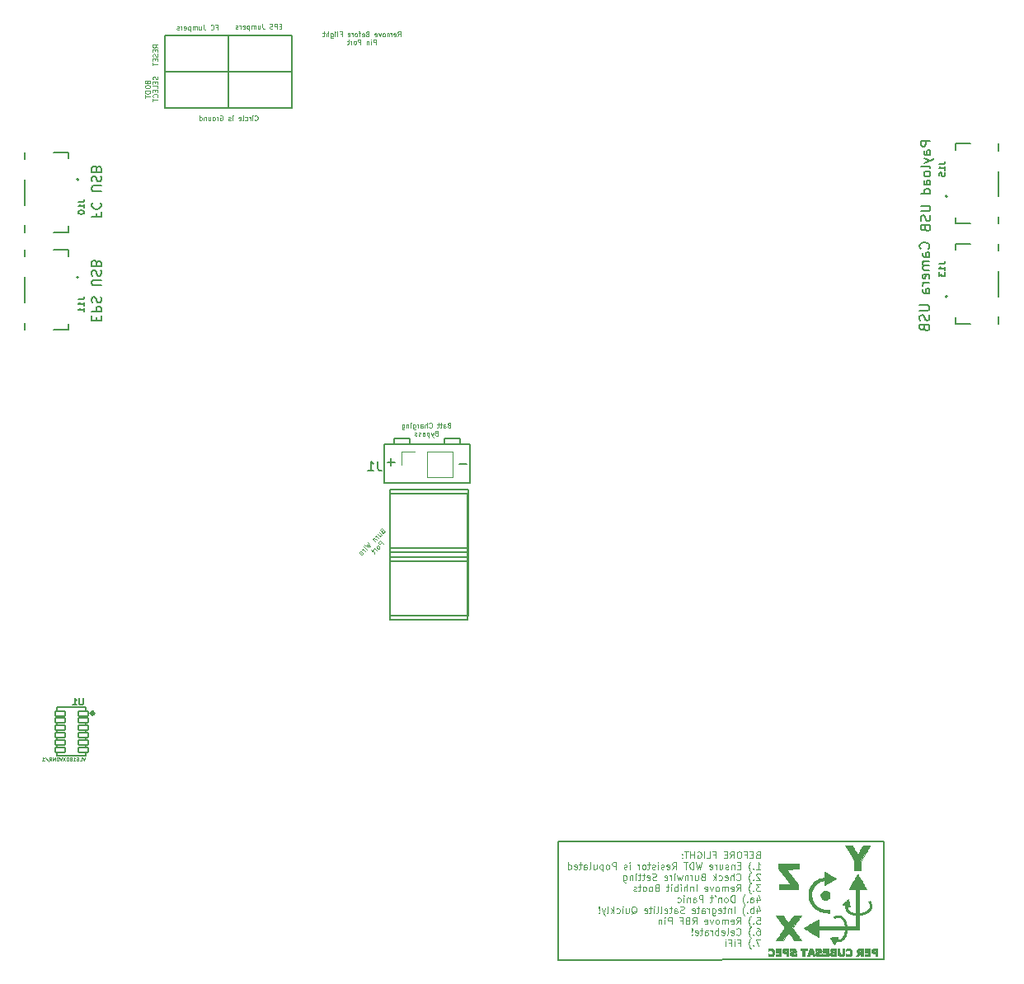
<source format=gbr>
%TF.GenerationSoftware,KiCad,Pcbnew,8.0.2-1*%
%TF.CreationDate,2024-06-23T19:16:47-07:00*%
%TF.ProjectId,antenna_top_cap_v2,616e7465-6e6e-4615-9f74-6f705f636170,rev?*%
%TF.SameCoordinates,Original*%
%TF.FileFunction,Legend,Bot*%
%TF.FilePolarity,Positive*%
%FSLAX46Y46*%
G04 Gerber Fmt 4.6, Leading zero omitted, Abs format (unit mm)*
G04 Created by KiCad (PCBNEW 8.0.2-1) date 2024-06-23 19:16:47*
%MOMM*%
%LPD*%
G01*
G04 APERTURE LIST*
G04 Aperture macros list*
%AMRoundRect*
0 Rectangle with rounded corners*
0 $1 Rounding radius*
0 $2 $3 $4 $5 $6 $7 $8 $9 X,Y pos of 4 corners*
0 Add a 4 corners polygon primitive as box body*
4,1,4,$2,$3,$4,$5,$6,$7,$8,$9,$2,$3,0*
0 Add four circle primitives for the rounded corners*
1,1,$1+$1,$2,$3*
1,1,$1+$1,$4,$5*
1,1,$1+$1,$6,$7*
1,1,$1+$1,$8,$9*
0 Add four rect primitives between the rounded corners*
20,1,$1+$1,$2,$3,$4,$5,0*
20,1,$1+$1,$4,$5,$6,$7,0*
20,1,$1+$1,$6,$7,$8,$9,0*
20,1,$1+$1,$8,$9,$2,$3,0*%
G04 Aperture macros list end*
%ADD10C,0.150000*%
%ADD11C,0.100000*%
%ADD12C,0.146304*%
%ADD13C,0.040640*%
%ADD14C,0.010000*%
%ADD15C,0.127000*%
%ADD16C,0.200000*%
%ADD17C,0.120000*%
%ADD18C,0.304800*%
%ADD19C,0.500000*%
%ADD20C,0.000000*%
%ADD21O,1.700000X1.700000*%
%ADD22R,1.700000X1.700000*%
%ADD23C,5.400000*%
%ADD24C,2.050000*%
%ADD25C,2.250000*%
%ADD26R,1.380000X0.450000*%
%ADD27O,2.416000X1.208000*%
%ADD28R,2.100000X1.475000*%
%ADD29R,1.900000X1.375000*%
%ADD30RoundRect,0.050800X-0.500000X0.250000X-0.500000X-0.250000X0.500000X-0.250000X0.500000X0.250000X0*%
%ADD31RoundRect,0.050800X0.500000X-0.250000X0.500000X0.250000X-0.500000X0.250000X-0.500000X-0.250000X0*%
G04 APERTURE END LIST*
D10*
X153045800Y-118269400D02*
X153045800Y-119269400D01*
X142945800Y-65619400D02*
X136445800Y-65619400D01*
X129945800Y-73119400D02*
X136445800Y-73119400D01*
X136445800Y-73119400D02*
X136445800Y-65619400D01*
X136445800Y-65619400D02*
X136445800Y-73119400D01*
X170315950Y-148446095D02*
X170315950Y-160606095D01*
X160245800Y-107019400D02*
X158645800Y-107019400D01*
X136445800Y-69369400D02*
X142945800Y-69369400D01*
X136445800Y-73119400D02*
X142945800Y-73119400D01*
X160245800Y-107619400D02*
X160245800Y-107019400D01*
X158645800Y-107019400D02*
X158645800Y-107619400D01*
X153445800Y-107019400D02*
X155045800Y-107019400D01*
X155045800Y-107019400D02*
X155045800Y-107619400D01*
X129945800Y-69369400D02*
X136445800Y-69369400D01*
X161045800Y-112269400D02*
X161045800Y-125269400D01*
X142945800Y-73119400D02*
X142945800Y-65619400D01*
X161045800Y-118269400D02*
X153045800Y-118269400D01*
X158645800Y-107619400D02*
X153445800Y-107619400D01*
X161045800Y-125269400D02*
X153045800Y-125269400D01*
X136445800Y-65619400D02*
X129945800Y-65619400D01*
X153045800Y-125269400D02*
X153045800Y-112269400D01*
X153045800Y-112269400D02*
X161045800Y-112269400D01*
X153445800Y-107619400D02*
X153445800Y-107019400D01*
X170315950Y-148446095D02*
X203755950Y-148456095D01*
X203755950Y-148456095D02*
X203755950Y-160548576D01*
X170315950Y-160606095D02*
X203755950Y-160558576D01*
X153045800Y-119269400D02*
X161045800Y-119269400D01*
X129945800Y-65619400D02*
X129945800Y-73119400D01*
X161245800Y-111619400D02*
X161245800Y-107619400D01*
X152445800Y-107619400D02*
X152445800Y-111619400D01*
X161245800Y-107619400D02*
X152445800Y-107619400D01*
X152445800Y-111619400D02*
X161245800Y-111619400D01*
D11*
X153812465Y-65743023D02*
X153979131Y-65504928D01*
X154098179Y-65743023D02*
X154098179Y-65243023D01*
X154098179Y-65243023D02*
X153907703Y-65243023D01*
X153907703Y-65243023D02*
X153860084Y-65266833D01*
X153860084Y-65266833D02*
X153836274Y-65290642D01*
X153836274Y-65290642D02*
X153812465Y-65338261D01*
X153812465Y-65338261D02*
X153812465Y-65409690D01*
X153812465Y-65409690D02*
X153836274Y-65457309D01*
X153836274Y-65457309D02*
X153860084Y-65481118D01*
X153860084Y-65481118D02*
X153907703Y-65504928D01*
X153907703Y-65504928D02*
X154098179Y-65504928D01*
X153407703Y-65719214D02*
X153455322Y-65743023D01*
X153455322Y-65743023D02*
X153550560Y-65743023D01*
X153550560Y-65743023D02*
X153598179Y-65719214D01*
X153598179Y-65719214D02*
X153621988Y-65671594D01*
X153621988Y-65671594D02*
X153621988Y-65481118D01*
X153621988Y-65481118D02*
X153598179Y-65433499D01*
X153598179Y-65433499D02*
X153550560Y-65409690D01*
X153550560Y-65409690D02*
X153455322Y-65409690D01*
X153455322Y-65409690D02*
X153407703Y-65433499D01*
X153407703Y-65433499D02*
X153383893Y-65481118D01*
X153383893Y-65481118D02*
X153383893Y-65528737D01*
X153383893Y-65528737D02*
X153621988Y-65576356D01*
X153169608Y-65743023D02*
X153169608Y-65409690D01*
X153169608Y-65457309D02*
X153145798Y-65433499D01*
X153145798Y-65433499D02*
X153098179Y-65409690D01*
X153098179Y-65409690D02*
X153026751Y-65409690D01*
X153026751Y-65409690D02*
X152979132Y-65433499D01*
X152979132Y-65433499D02*
X152955322Y-65481118D01*
X152955322Y-65481118D02*
X152955322Y-65743023D01*
X152955322Y-65481118D02*
X152931513Y-65433499D01*
X152931513Y-65433499D02*
X152883894Y-65409690D01*
X152883894Y-65409690D02*
X152812465Y-65409690D01*
X152812465Y-65409690D02*
X152764846Y-65433499D01*
X152764846Y-65433499D02*
X152741036Y-65481118D01*
X152741036Y-65481118D02*
X152741036Y-65743023D01*
X152431512Y-65743023D02*
X152479131Y-65719214D01*
X152479131Y-65719214D02*
X152502941Y-65695404D01*
X152502941Y-65695404D02*
X152526750Y-65647785D01*
X152526750Y-65647785D02*
X152526750Y-65504928D01*
X152526750Y-65504928D02*
X152502941Y-65457309D01*
X152502941Y-65457309D02*
X152479131Y-65433499D01*
X152479131Y-65433499D02*
X152431512Y-65409690D01*
X152431512Y-65409690D02*
X152360084Y-65409690D01*
X152360084Y-65409690D02*
X152312465Y-65433499D01*
X152312465Y-65433499D02*
X152288655Y-65457309D01*
X152288655Y-65457309D02*
X152264846Y-65504928D01*
X152264846Y-65504928D02*
X152264846Y-65647785D01*
X152264846Y-65647785D02*
X152288655Y-65695404D01*
X152288655Y-65695404D02*
X152312465Y-65719214D01*
X152312465Y-65719214D02*
X152360084Y-65743023D01*
X152360084Y-65743023D02*
X152431512Y-65743023D01*
X152098179Y-65409690D02*
X151979131Y-65743023D01*
X151979131Y-65743023D02*
X151860084Y-65409690D01*
X151479132Y-65719214D02*
X151526751Y-65743023D01*
X151526751Y-65743023D02*
X151621989Y-65743023D01*
X151621989Y-65743023D02*
X151669608Y-65719214D01*
X151669608Y-65719214D02*
X151693417Y-65671594D01*
X151693417Y-65671594D02*
X151693417Y-65481118D01*
X151693417Y-65481118D02*
X151669608Y-65433499D01*
X151669608Y-65433499D02*
X151621989Y-65409690D01*
X151621989Y-65409690D02*
X151526751Y-65409690D01*
X151526751Y-65409690D02*
X151479132Y-65433499D01*
X151479132Y-65433499D02*
X151455322Y-65481118D01*
X151455322Y-65481118D02*
X151455322Y-65528737D01*
X151455322Y-65528737D02*
X151693417Y-65576356D01*
X150693418Y-65481118D02*
X150621990Y-65504928D01*
X150621990Y-65504928D02*
X150598180Y-65528737D01*
X150598180Y-65528737D02*
X150574371Y-65576356D01*
X150574371Y-65576356D02*
X150574371Y-65647785D01*
X150574371Y-65647785D02*
X150598180Y-65695404D01*
X150598180Y-65695404D02*
X150621990Y-65719214D01*
X150621990Y-65719214D02*
X150669609Y-65743023D01*
X150669609Y-65743023D02*
X150860085Y-65743023D01*
X150860085Y-65743023D02*
X150860085Y-65243023D01*
X150860085Y-65243023D02*
X150693418Y-65243023D01*
X150693418Y-65243023D02*
X150645799Y-65266833D01*
X150645799Y-65266833D02*
X150621990Y-65290642D01*
X150621990Y-65290642D02*
X150598180Y-65338261D01*
X150598180Y-65338261D02*
X150598180Y-65385880D01*
X150598180Y-65385880D02*
X150621990Y-65433499D01*
X150621990Y-65433499D02*
X150645799Y-65457309D01*
X150645799Y-65457309D02*
X150693418Y-65481118D01*
X150693418Y-65481118D02*
X150860085Y-65481118D01*
X150169609Y-65719214D02*
X150217228Y-65743023D01*
X150217228Y-65743023D02*
X150312466Y-65743023D01*
X150312466Y-65743023D02*
X150360085Y-65719214D01*
X150360085Y-65719214D02*
X150383894Y-65671594D01*
X150383894Y-65671594D02*
X150383894Y-65481118D01*
X150383894Y-65481118D02*
X150360085Y-65433499D01*
X150360085Y-65433499D02*
X150312466Y-65409690D01*
X150312466Y-65409690D02*
X150217228Y-65409690D01*
X150217228Y-65409690D02*
X150169609Y-65433499D01*
X150169609Y-65433499D02*
X150145799Y-65481118D01*
X150145799Y-65481118D02*
X150145799Y-65528737D01*
X150145799Y-65528737D02*
X150383894Y-65576356D01*
X150002942Y-65409690D02*
X149812466Y-65409690D01*
X149931514Y-65743023D02*
X149931514Y-65314452D01*
X149931514Y-65314452D02*
X149907704Y-65266833D01*
X149907704Y-65266833D02*
X149860085Y-65243023D01*
X149860085Y-65243023D02*
X149812466Y-65243023D01*
X149574371Y-65743023D02*
X149621990Y-65719214D01*
X149621990Y-65719214D02*
X149645800Y-65695404D01*
X149645800Y-65695404D02*
X149669609Y-65647785D01*
X149669609Y-65647785D02*
X149669609Y-65504928D01*
X149669609Y-65504928D02*
X149645800Y-65457309D01*
X149645800Y-65457309D02*
X149621990Y-65433499D01*
X149621990Y-65433499D02*
X149574371Y-65409690D01*
X149574371Y-65409690D02*
X149502943Y-65409690D01*
X149502943Y-65409690D02*
X149455324Y-65433499D01*
X149455324Y-65433499D02*
X149431514Y-65457309D01*
X149431514Y-65457309D02*
X149407705Y-65504928D01*
X149407705Y-65504928D02*
X149407705Y-65647785D01*
X149407705Y-65647785D02*
X149431514Y-65695404D01*
X149431514Y-65695404D02*
X149455324Y-65719214D01*
X149455324Y-65719214D02*
X149502943Y-65743023D01*
X149502943Y-65743023D02*
X149574371Y-65743023D01*
X149193419Y-65743023D02*
X149193419Y-65409690D01*
X149193419Y-65504928D02*
X149169609Y-65457309D01*
X149169609Y-65457309D02*
X149145800Y-65433499D01*
X149145800Y-65433499D02*
X149098181Y-65409690D01*
X149098181Y-65409690D02*
X149050562Y-65409690D01*
X148693419Y-65719214D02*
X148741038Y-65743023D01*
X148741038Y-65743023D02*
X148836276Y-65743023D01*
X148836276Y-65743023D02*
X148883895Y-65719214D01*
X148883895Y-65719214D02*
X148907704Y-65671594D01*
X148907704Y-65671594D02*
X148907704Y-65481118D01*
X148907704Y-65481118D02*
X148883895Y-65433499D01*
X148883895Y-65433499D02*
X148836276Y-65409690D01*
X148836276Y-65409690D02*
X148741038Y-65409690D01*
X148741038Y-65409690D02*
X148693419Y-65433499D01*
X148693419Y-65433499D02*
X148669609Y-65481118D01*
X148669609Y-65481118D02*
X148669609Y-65528737D01*
X148669609Y-65528737D02*
X148907704Y-65576356D01*
X147907705Y-65481118D02*
X148074372Y-65481118D01*
X148074372Y-65743023D02*
X148074372Y-65243023D01*
X148074372Y-65243023D02*
X147836277Y-65243023D01*
X147574372Y-65743023D02*
X147621991Y-65719214D01*
X147621991Y-65719214D02*
X147645801Y-65671594D01*
X147645801Y-65671594D02*
X147645801Y-65243023D01*
X147383896Y-65743023D02*
X147383896Y-65409690D01*
X147383896Y-65243023D02*
X147407705Y-65266833D01*
X147407705Y-65266833D02*
X147383896Y-65290642D01*
X147383896Y-65290642D02*
X147360086Y-65266833D01*
X147360086Y-65266833D02*
X147383896Y-65243023D01*
X147383896Y-65243023D02*
X147383896Y-65290642D01*
X146931515Y-65409690D02*
X146931515Y-65814452D01*
X146931515Y-65814452D02*
X146955325Y-65862071D01*
X146955325Y-65862071D02*
X146979134Y-65885880D01*
X146979134Y-65885880D02*
X147026753Y-65909690D01*
X147026753Y-65909690D02*
X147098182Y-65909690D01*
X147098182Y-65909690D02*
X147145801Y-65885880D01*
X146931515Y-65719214D02*
X146979134Y-65743023D01*
X146979134Y-65743023D02*
X147074372Y-65743023D01*
X147074372Y-65743023D02*
X147121991Y-65719214D01*
X147121991Y-65719214D02*
X147145801Y-65695404D01*
X147145801Y-65695404D02*
X147169610Y-65647785D01*
X147169610Y-65647785D02*
X147169610Y-65504928D01*
X147169610Y-65504928D02*
X147145801Y-65457309D01*
X147145801Y-65457309D02*
X147121991Y-65433499D01*
X147121991Y-65433499D02*
X147074372Y-65409690D01*
X147074372Y-65409690D02*
X146979134Y-65409690D01*
X146979134Y-65409690D02*
X146931515Y-65433499D01*
X146693420Y-65743023D02*
X146693420Y-65243023D01*
X146479134Y-65743023D02*
X146479134Y-65481118D01*
X146479134Y-65481118D02*
X146502944Y-65433499D01*
X146502944Y-65433499D02*
X146550563Y-65409690D01*
X146550563Y-65409690D02*
X146621991Y-65409690D01*
X146621991Y-65409690D02*
X146669610Y-65433499D01*
X146669610Y-65433499D02*
X146693420Y-65457309D01*
X146312467Y-65409690D02*
X146121991Y-65409690D01*
X146241039Y-65243023D02*
X146241039Y-65671594D01*
X146241039Y-65671594D02*
X146217229Y-65719214D01*
X146217229Y-65719214D02*
X146169610Y-65743023D01*
X146169610Y-65743023D02*
X146121991Y-65743023D01*
X151586275Y-66547995D02*
X151586275Y-66047995D01*
X151586275Y-66047995D02*
X151395799Y-66047995D01*
X151395799Y-66047995D02*
X151348180Y-66071805D01*
X151348180Y-66071805D02*
X151324370Y-66095614D01*
X151324370Y-66095614D02*
X151300561Y-66143233D01*
X151300561Y-66143233D02*
X151300561Y-66214662D01*
X151300561Y-66214662D02*
X151324370Y-66262281D01*
X151324370Y-66262281D02*
X151348180Y-66286090D01*
X151348180Y-66286090D02*
X151395799Y-66309900D01*
X151395799Y-66309900D02*
X151586275Y-66309900D01*
X151086275Y-66547995D02*
X151086275Y-66214662D01*
X151086275Y-66047995D02*
X151110084Y-66071805D01*
X151110084Y-66071805D02*
X151086275Y-66095614D01*
X151086275Y-66095614D02*
X151062465Y-66071805D01*
X151062465Y-66071805D02*
X151086275Y-66047995D01*
X151086275Y-66047995D02*
X151086275Y-66095614D01*
X150848180Y-66214662D02*
X150848180Y-66547995D01*
X150848180Y-66262281D02*
X150824370Y-66238471D01*
X150824370Y-66238471D02*
X150776751Y-66214662D01*
X150776751Y-66214662D02*
X150705323Y-66214662D01*
X150705323Y-66214662D02*
X150657704Y-66238471D01*
X150657704Y-66238471D02*
X150633894Y-66286090D01*
X150633894Y-66286090D02*
X150633894Y-66547995D01*
X150014847Y-66547995D02*
X150014847Y-66047995D01*
X150014847Y-66047995D02*
X149824371Y-66047995D01*
X149824371Y-66047995D02*
X149776752Y-66071805D01*
X149776752Y-66071805D02*
X149752942Y-66095614D01*
X149752942Y-66095614D02*
X149729133Y-66143233D01*
X149729133Y-66143233D02*
X149729133Y-66214662D01*
X149729133Y-66214662D02*
X149752942Y-66262281D01*
X149752942Y-66262281D02*
X149776752Y-66286090D01*
X149776752Y-66286090D02*
X149824371Y-66309900D01*
X149824371Y-66309900D02*
X150014847Y-66309900D01*
X149443418Y-66547995D02*
X149491037Y-66524186D01*
X149491037Y-66524186D02*
X149514847Y-66500376D01*
X149514847Y-66500376D02*
X149538656Y-66452757D01*
X149538656Y-66452757D02*
X149538656Y-66309900D01*
X149538656Y-66309900D02*
X149514847Y-66262281D01*
X149514847Y-66262281D02*
X149491037Y-66238471D01*
X149491037Y-66238471D02*
X149443418Y-66214662D01*
X149443418Y-66214662D02*
X149371990Y-66214662D01*
X149371990Y-66214662D02*
X149324371Y-66238471D01*
X149324371Y-66238471D02*
X149300561Y-66262281D01*
X149300561Y-66262281D02*
X149276752Y-66309900D01*
X149276752Y-66309900D02*
X149276752Y-66452757D01*
X149276752Y-66452757D02*
X149300561Y-66500376D01*
X149300561Y-66500376D02*
X149324371Y-66524186D01*
X149324371Y-66524186D02*
X149371990Y-66547995D01*
X149371990Y-66547995D02*
X149443418Y-66547995D01*
X149062466Y-66547995D02*
X149062466Y-66214662D01*
X149062466Y-66309900D02*
X149038656Y-66262281D01*
X149038656Y-66262281D02*
X149014847Y-66238471D01*
X149014847Y-66238471D02*
X148967228Y-66214662D01*
X148967228Y-66214662D02*
X148919609Y-66214662D01*
X148824370Y-66214662D02*
X148633894Y-66214662D01*
X148752942Y-66047995D02*
X148752942Y-66476566D01*
X148752942Y-66476566D02*
X148729132Y-66524186D01*
X148729132Y-66524186D02*
X148681513Y-66547995D01*
X148681513Y-66547995D02*
X148633894Y-66547995D01*
D10*
X208515619Y-76456179D02*
X207515619Y-76456179D01*
X207515619Y-76456179D02*
X207515619Y-76837131D01*
X207515619Y-76837131D02*
X207563238Y-76932369D01*
X207563238Y-76932369D02*
X207610857Y-76979988D01*
X207610857Y-76979988D02*
X207706095Y-77027607D01*
X207706095Y-77027607D02*
X207848952Y-77027607D01*
X207848952Y-77027607D02*
X207944190Y-76979988D01*
X207944190Y-76979988D02*
X207991809Y-76932369D01*
X207991809Y-76932369D02*
X208039428Y-76837131D01*
X208039428Y-76837131D02*
X208039428Y-76456179D01*
X208515619Y-77884750D02*
X207991809Y-77884750D01*
X207991809Y-77884750D02*
X207896571Y-77837131D01*
X207896571Y-77837131D02*
X207848952Y-77741893D01*
X207848952Y-77741893D02*
X207848952Y-77551417D01*
X207848952Y-77551417D02*
X207896571Y-77456179D01*
X208468000Y-77884750D02*
X208515619Y-77789512D01*
X208515619Y-77789512D02*
X208515619Y-77551417D01*
X208515619Y-77551417D02*
X208468000Y-77456179D01*
X208468000Y-77456179D02*
X208372761Y-77408560D01*
X208372761Y-77408560D02*
X208277523Y-77408560D01*
X208277523Y-77408560D02*
X208182285Y-77456179D01*
X208182285Y-77456179D02*
X208134666Y-77551417D01*
X208134666Y-77551417D02*
X208134666Y-77789512D01*
X208134666Y-77789512D02*
X208087047Y-77884750D01*
X207848952Y-78265703D02*
X208515619Y-78503798D01*
X207848952Y-78741893D02*
X208515619Y-78503798D01*
X208515619Y-78503798D02*
X208753714Y-78408560D01*
X208753714Y-78408560D02*
X208801333Y-78360941D01*
X208801333Y-78360941D02*
X208848952Y-78265703D01*
X208515619Y-79265703D02*
X208468000Y-79170465D01*
X208468000Y-79170465D02*
X208372761Y-79122846D01*
X208372761Y-79122846D02*
X207515619Y-79122846D01*
X208515619Y-79789513D02*
X208468000Y-79694275D01*
X208468000Y-79694275D02*
X208420380Y-79646656D01*
X208420380Y-79646656D02*
X208325142Y-79599037D01*
X208325142Y-79599037D02*
X208039428Y-79599037D01*
X208039428Y-79599037D02*
X207944190Y-79646656D01*
X207944190Y-79646656D02*
X207896571Y-79694275D01*
X207896571Y-79694275D02*
X207848952Y-79789513D01*
X207848952Y-79789513D02*
X207848952Y-79932370D01*
X207848952Y-79932370D02*
X207896571Y-80027608D01*
X207896571Y-80027608D02*
X207944190Y-80075227D01*
X207944190Y-80075227D02*
X208039428Y-80122846D01*
X208039428Y-80122846D02*
X208325142Y-80122846D01*
X208325142Y-80122846D02*
X208420380Y-80075227D01*
X208420380Y-80075227D02*
X208468000Y-80027608D01*
X208468000Y-80027608D02*
X208515619Y-79932370D01*
X208515619Y-79932370D02*
X208515619Y-79789513D01*
X208515619Y-80979989D02*
X207991809Y-80979989D01*
X207991809Y-80979989D02*
X207896571Y-80932370D01*
X207896571Y-80932370D02*
X207848952Y-80837132D01*
X207848952Y-80837132D02*
X207848952Y-80646656D01*
X207848952Y-80646656D02*
X207896571Y-80551418D01*
X208468000Y-80979989D02*
X208515619Y-80884751D01*
X208515619Y-80884751D02*
X208515619Y-80646656D01*
X208515619Y-80646656D02*
X208468000Y-80551418D01*
X208468000Y-80551418D02*
X208372761Y-80503799D01*
X208372761Y-80503799D02*
X208277523Y-80503799D01*
X208277523Y-80503799D02*
X208182285Y-80551418D01*
X208182285Y-80551418D02*
X208134666Y-80646656D01*
X208134666Y-80646656D02*
X208134666Y-80884751D01*
X208134666Y-80884751D02*
X208087047Y-80979989D01*
X208515619Y-81884751D02*
X207515619Y-81884751D01*
X208468000Y-81884751D02*
X208515619Y-81789513D01*
X208515619Y-81789513D02*
X208515619Y-81599037D01*
X208515619Y-81599037D02*
X208468000Y-81503799D01*
X208468000Y-81503799D02*
X208420380Y-81456180D01*
X208420380Y-81456180D02*
X208325142Y-81408561D01*
X208325142Y-81408561D02*
X208039428Y-81408561D01*
X208039428Y-81408561D02*
X207944190Y-81456180D01*
X207944190Y-81456180D02*
X207896571Y-81503799D01*
X207896571Y-81503799D02*
X207848952Y-81599037D01*
X207848952Y-81599037D02*
X207848952Y-81789513D01*
X207848952Y-81789513D02*
X207896571Y-81884751D01*
X207515619Y-83122847D02*
X208325142Y-83122847D01*
X208325142Y-83122847D02*
X208420380Y-83170466D01*
X208420380Y-83170466D02*
X208468000Y-83218085D01*
X208468000Y-83218085D02*
X208515619Y-83313323D01*
X208515619Y-83313323D02*
X208515619Y-83503799D01*
X208515619Y-83503799D02*
X208468000Y-83599037D01*
X208468000Y-83599037D02*
X208420380Y-83646656D01*
X208420380Y-83646656D02*
X208325142Y-83694275D01*
X208325142Y-83694275D02*
X207515619Y-83694275D01*
X208468000Y-84122847D02*
X208515619Y-84265704D01*
X208515619Y-84265704D02*
X208515619Y-84503799D01*
X208515619Y-84503799D02*
X208468000Y-84599037D01*
X208468000Y-84599037D02*
X208420380Y-84646656D01*
X208420380Y-84646656D02*
X208325142Y-84694275D01*
X208325142Y-84694275D02*
X208229904Y-84694275D01*
X208229904Y-84694275D02*
X208134666Y-84646656D01*
X208134666Y-84646656D02*
X208087047Y-84599037D01*
X208087047Y-84599037D02*
X208039428Y-84503799D01*
X208039428Y-84503799D02*
X207991809Y-84313323D01*
X207991809Y-84313323D02*
X207944190Y-84218085D01*
X207944190Y-84218085D02*
X207896571Y-84170466D01*
X207896571Y-84170466D02*
X207801333Y-84122847D01*
X207801333Y-84122847D02*
X207706095Y-84122847D01*
X207706095Y-84122847D02*
X207610857Y-84170466D01*
X207610857Y-84170466D02*
X207563238Y-84218085D01*
X207563238Y-84218085D02*
X207515619Y-84313323D01*
X207515619Y-84313323D02*
X207515619Y-84551418D01*
X207515619Y-84551418D02*
X207563238Y-84694275D01*
X207991809Y-85456180D02*
X208039428Y-85599037D01*
X208039428Y-85599037D02*
X208087047Y-85646656D01*
X208087047Y-85646656D02*
X208182285Y-85694275D01*
X208182285Y-85694275D02*
X208325142Y-85694275D01*
X208325142Y-85694275D02*
X208420380Y-85646656D01*
X208420380Y-85646656D02*
X208468000Y-85599037D01*
X208468000Y-85599037D02*
X208515619Y-85503799D01*
X208515619Y-85503799D02*
X208515619Y-85122847D01*
X208515619Y-85122847D02*
X207515619Y-85122847D01*
X207515619Y-85122847D02*
X207515619Y-85456180D01*
X207515619Y-85456180D02*
X207563238Y-85551418D01*
X207563238Y-85551418D02*
X207610857Y-85599037D01*
X207610857Y-85599037D02*
X207706095Y-85646656D01*
X207706095Y-85646656D02*
X207801333Y-85646656D01*
X207801333Y-85646656D02*
X207896571Y-85599037D01*
X207896571Y-85599037D02*
X207944190Y-85551418D01*
X207944190Y-85551418D02*
X207991809Y-85456180D01*
X207991809Y-85456180D02*
X207991809Y-85122847D01*
X160926751Y-109693266D02*
X160164847Y-109693266D01*
D11*
X128112532Y-70440828D02*
X128136342Y-70512256D01*
X128136342Y-70512256D02*
X128160151Y-70536066D01*
X128160151Y-70536066D02*
X128207770Y-70559875D01*
X128207770Y-70559875D02*
X128279199Y-70559875D01*
X128279199Y-70559875D02*
X128326818Y-70536066D01*
X128326818Y-70536066D02*
X128350628Y-70512256D01*
X128350628Y-70512256D02*
X128374437Y-70464637D01*
X128374437Y-70464637D02*
X128374437Y-70274161D01*
X128374437Y-70274161D02*
X127874437Y-70274161D01*
X127874437Y-70274161D02*
X127874437Y-70440828D01*
X127874437Y-70440828D02*
X127898247Y-70488447D01*
X127898247Y-70488447D02*
X127922056Y-70512256D01*
X127922056Y-70512256D02*
X127969675Y-70536066D01*
X127969675Y-70536066D02*
X128017294Y-70536066D01*
X128017294Y-70536066D02*
X128064913Y-70512256D01*
X128064913Y-70512256D02*
X128088723Y-70488447D01*
X128088723Y-70488447D02*
X128112532Y-70440828D01*
X128112532Y-70440828D02*
X128112532Y-70274161D01*
X127874437Y-70869399D02*
X127874437Y-70964637D01*
X127874437Y-70964637D02*
X127898247Y-71012256D01*
X127898247Y-71012256D02*
X127945866Y-71059875D01*
X127945866Y-71059875D02*
X128041104Y-71083685D01*
X128041104Y-71083685D02*
X128207770Y-71083685D01*
X128207770Y-71083685D02*
X128303008Y-71059875D01*
X128303008Y-71059875D02*
X128350628Y-71012256D01*
X128350628Y-71012256D02*
X128374437Y-70964637D01*
X128374437Y-70964637D02*
X128374437Y-70869399D01*
X128374437Y-70869399D02*
X128350628Y-70821780D01*
X128350628Y-70821780D02*
X128303008Y-70774161D01*
X128303008Y-70774161D02*
X128207770Y-70750352D01*
X128207770Y-70750352D02*
X128041104Y-70750352D01*
X128041104Y-70750352D02*
X127945866Y-70774161D01*
X127945866Y-70774161D02*
X127898247Y-70821780D01*
X127898247Y-70821780D02*
X127874437Y-70869399D01*
X127874437Y-71393209D02*
X127874437Y-71488447D01*
X127874437Y-71488447D02*
X127898247Y-71536066D01*
X127898247Y-71536066D02*
X127945866Y-71583685D01*
X127945866Y-71583685D02*
X128041104Y-71607495D01*
X128041104Y-71607495D02*
X128207770Y-71607495D01*
X128207770Y-71607495D02*
X128303008Y-71583685D01*
X128303008Y-71583685D02*
X128350628Y-71536066D01*
X128350628Y-71536066D02*
X128374437Y-71488447D01*
X128374437Y-71488447D02*
X128374437Y-71393209D01*
X128374437Y-71393209D02*
X128350628Y-71345590D01*
X128350628Y-71345590D02*
X128303008Y-71297971D01*
X128303008Y-71297971D02*
X128207770Y-71274162D01*
X128207770Y-71274162D02*
X128041104Y-71274162D01*
X128041104Y-71274162D02*
X127945866Y-71297971D01*
X127945866Y-71297971D02*
X127898247Y-71345590D01*
X127898247Y-71345590D02*
X127874437Y-71393209D01*
X127874437Y-71750353D02*
X127874437Y-72036067D01*
X128374437Y-71893210D02*
X127874437Y-71893210D01*
X129155600Y-69881305D02*
X129179409Y-69952733D01*
X129179409Y-69952733D02*
X129179409Y-70071781D01*
X129179409Y-70071781D02*
X129155600Y-70119400D01*
X129155600Y-70119400D02*
X129131790Y-70143209D01*
X129131790Y-70143209D02*
X129084171Y-70167019D01*
X129084171Y-70167019D02*
X129036552Y-70167019D01*
X129036552Y-70167019D02*
X128988933Y-70143209D01*
X128988933Y-70143209D02*
X128965123Y-70119400D01*
X128965123Y-70119400D02*
X128941314Y-70071781D01*
X128941314Y-70071781D02*
X128917504Y-69976543D01*
X128917504Y-69976543D02*
X128893695Y-69928924D01*
X128893695Y-69928924D02*
X128869885Y-69905114D01*
X128869885Y-69905114D02*
X128822266Y-69881305D01*
X128822266Y-69881305D02*
X128774647Y-69881305D01*
X128774647Y-69881305D02*
X128727028Y-69905114D01*
X128727028Y-69905114D02*
X128703219Y-69928924D01*
X128703219Y-69928924D02*
X128679409Y-69976543D01*
X128679409Y-69976543D02*
X128679409Y-70095590D01*
X128679409Y-70095590D02*
X128703219Y-70167019D01*
X128917504Y-70381304D02*
X128917504Y-70547971D01*
X129179409Y-70619399D02*
X129179409Y-70381304D01*
X129179409Y-70381304D02*
X128679409Y-70381304D01*
X128679409Y-70381304D02*
X128679409Y-70619399D01*
X129179409Y-71071780D02*
X129179409Y-70833685D01*
X129179409Y-70833685D02*
X128679409Y-70833685D01*
X128917504Y-71238447D02*
X128917504Y-71405114D01*
X129179409Y-71476542D02*
X129179409Y-71238447D01*
X129179409Y-71238447D02*
X128679409Y-71238447D01*
X128679409Y-71238447D02*
X128679409Y-71476542D01*
X129131790Y-71976542D02*
X129155600Y-71952733D01*
X129155600Y-71952733D02*
X129179409Y-71881304D01*
X129179409Y-71881304D02*
X129179409Y-71833685D01*
X129179409Y-71833685D02*
X129155600Y-71762257D01*
X129155600Y-71762257D02*
X129107980Y-71714638D01*
X129107980Y-71714638D02*
X129060361Y-71690828D01*
X129060361Y-71690828D02*
X128965123Y-71667019D01*
X128965123Y-71667019D02*
X128893695Y-71667019D01*
X128893695Y-71667019D02*
X128798457Y-71690828D01*
X128798457Y-71690828D02*
X128750838Y-71714638D01*
X128750838Y-71714638D02*
X128703219Y-71762257D01*
X128703219Y-71762257D02*
X128679409Y-71833685D01*
X128679409Y-71833685D02*
X128679409Y-71881304D01*
X128679409Y-71881304D02*
X128703219Y-71952733D01*
X128703219Y-71952733D02*
X128727028Y-71976542D01*
X128679409Y-72119400D02*
X128679409Y-72405114D01*
X129179409Y-72262257D02*
X128679409Y-72262257D01*
D10*
X122899790Y-94938620D02*
X122899790Y-94605287D01*
X122375980Y-94462430D02*
X122375980Y-94938620D01*
X122375980Y-94938620D02*
X123375980Y-94938620D01*
X123375980Y-94938620D02*
X123375980Y-94462430D01*
X122375980Y-94033858D02*
X123375980Y-94033858D01*
X123375980Y-94033858D02*
X123375980Y-93652906D01*
X123375980Y-93652906D02*
X123328361Y-93557668D01*
X123328361Y-93557668D02*
X123280742Y-93510049D01*
X123280742Y-93510049D02*
X123185504Y-93462430D01*
X123185504Y-93462430D02*
X123042647Y-93462430D01*
X123042647Y-93462430D02*
X122947409Y-93510049D01*
X122947409Y-93510049D02*
X122899790Y-93557668D01*
X122899790Y-93557668D02*
X122852171Y-93652906D01*
X122852171Y-93652906D02*
X122852171Y-94033858D01*
X122423600Y-93081477D02*
X122375980Y-92938620D01*
X122375980Y-92938620D02*
X122375980Y-92700525D01*
X122375980Y-92700525D02*
X122423600Y-92605287D01*
X122423600Y-92605287D02*
X122471219Y-92557668D01*
X122471219Y-92557668D02*
X122566457Y-92510049D01*
X122566457Y-92510049D02*
X122661695Y-92510049D01*
X122661695Y-92510049D02*
X122756933Y-92557668D01*
X122756933Y-92557668D02*
X122804552Y-92605287D01*
X122804552Y-92605287D02*
X122852171Y-92700525D01*
X122852171Y-92700525D02*
X122899790Y-92891001D01*
X122899790Y-92891001D02*
X122947409Y-92986239D01*
X122947409Y-92986239D02*
X122995028Y-93033858D01*
X122995028Y-93033858D02*
X123090266Y-93081477D01*
X123090266Y-93081477D02*
X123185504Y-93081477D01*
X123185504Y-93081477D02*
X123280742Y-93033858D01*
X123280742Y-93033858D02*
X123328361Y-92986239D01*
X123328361Y-92986239D02*
X123375980Y-92891001D01*
X123375980Y-92891001D02*
X123375980Y-92652906D01*
X123375980Y-92652906D02*
X123328361Y-92510049D01*
X123375980Y-91319572D02*
X122566457Y-91319572D01*
X122566457Y-91319572D02*
X122471219Y-91271953D01*
X122471219Y-91271953D02*
X122423600Y-91224334D01*
X122423600Y-91224334D02*
X122375980Y-91129096D01*
X122375980Y-91129096D02*
X122375980Y-90938620D01*
X122375980Y-90938620D02*
X122423600Y-90843382D01*
X122423600Y-90843382D02*
X122471219Y-90795763D01*
X122471219Y-90795763D02*
X122566457Y-90748144D01*
X122566457Y-90748144D02*
X123375980Y-90748144D01*
X122423600Y-90319572D02*
X122375980Y-90176715D01*
X122375980Y-90176715D02*
X122375980Y-89938620D01*
X122375980Y-89938620D02*
X122423600Y-89843382D01*
X122423600Y-89843382D02*
X122471219Y-89795763D01*
X122471219Y-89795763D02*
X122566457Y-89748144D01*
X122566457Y-89748144D02*
X122661695Y-89748144D01*
X122661695Y-89748144D02*
X122756933Y-89795763D01*
X122756933Y-89795763D02*
X122804552Y-89843382D01*
X122804552Y-89843382D02*
X122852171Y-89938620D01*
X122852171Y-89938620D02*
X122899790Y-90129096D01*
X122899790Y-90129096D02*
X122947409Y-90224334D01*
X122947409Y-90224334D02*
X122995028Y-90271953D01*
X122995028Y-90271953D02*
X123090266Y-90319572D01*
X123090266Y-90319572D02*
X123185504Y-90319572D01*
X123185504Y-90319572D02*
X123280742Y-90271953D01*
X123280742Y-90271953D02*
X123328361Y-90224334D01*
X123328361Y-90224334D02*
X123375980Y-90129096D01*
X123375980Y-90129096D02*
X123375980Y-89891001D01*
X123375980Y-89891001D02*
X123328361Y-89748144D01*
X122899790Y-88986239D02*
X122852171Y-88843382D01*
X122852171Y-88843382D02*
X122804552Y-88795763D01*
X122804552Y-88795763D02*
X122709314Y-88748144D01*
X122709314Y-88748144D02*
X122566457Y-88748144D01*
X122566457Y-88748144D02*
X122471219Y-88795763D01*
X122471219Y-88795763D02*
X122423600Y-88843382D01*
X122423600Y-88843382D02*
X122375980Y-88938620D01*
X122375980Y-88938620D02*
X122375980Y-89319572D01*
X122375980Y-89319572D02*
X123375980Y-89319572D01*
X123375980Y-89319572D02*
X123375980Y-88986239D01*
X123375980Y-88986239D02*
X123328361Y-88891001D01*
X123328361Y-88891001D02*
X123280742Y-88843382D01*
X123280742Y-88843382D02*
X123185504Y-88795763D01*
X123185504Y-88795763D02*
X123090266Y-88795763D01*
X123090266Y-88795763D02*
X122995028Y-88843382D01*
X122995028Y-88843382D02*
X122947409Y-88891001D01*
X122947409Y-88891001D02*
X122899790Y-88986239D01*
X122899790Y-88986239D02*
X122899790Y-89319572D01*
D11*
X159067227Y-105681118D02*
X158995799Y-105704928D01*
X158995799Y-105704928D02*
X158971989Y-105728737D01*
X158971989Y-105728737D02*
X158948180Y-105776356D01*
X158948180Y-105776356D02*
X158948180Y-105847785D01*
X158948180Y-105847785D02*
X158971989Y-105895404D01*
X158971989Y-105895404D02*
X158995799Y-105919214D01*
X158995799Y-105919214D02*
X159043418Y-105943023D01*
X159043418Y-105943023D02*
X159233894Y-105943023D01*
X159233894Y-105943023D02*
X159233894Y-105443023D01*
X159233894Y-105443023D02*
X159067227Y-105443023D01*
X159067227Y-105443023D02*
X159019608Y-105466833D01*
X159019608Y-105466833D02*
X158995799Y-105490642D01*
X158995799Y-105490642D02*
X158971989Y-105538261D01*
X158971989Y-105538261D02*
X158971989Y-105585880D01*
X158971989Y-105585880D02*
X158995799Y-105633499D01*
X158995799Y-105633499D02*
X159019608Y-105657309D01*
X159019608Y-105657309D02*
X159067227Y-105681118D01*
X159067227Y-105681118D02*
X159233894Y-105681118D01*
X158519608Y-105943023D02*
X158519608Y-105681118D01*
X158519608Y-105681118D02*
X158543418Y-105633499D01*
X158543418Y-105633499D02*
X158591037Y-105609690D01*
X158591037Y-105609690D02*
X158686275Y-105609690D01*
X158686275Y-105609690D02*
X158733894Y-105633499D01*
X158519608Y-105919214D02*
X158567227Y-105943023D01*
X158567227Y-105943023D02*
X158686275Y-105943023D01*
X158686275Y-105943023D02*
X158733894Y-105919214D01*
X158733894Y-105919214D02*
X158757703Y-105871594D01*
X158757703Y-105871594D02*
X158757703Y-105823975D01*
X158757703Y-105823975D02*
X158733894Y-105776356D01*
X158733894Y-105776356D02*
X158686275Y-105752547D01*
X158686275Y-105752547D02*
X158567227Y-105752547D01*
X158567227Y-105752547D02*
X158519608Y-105728737D01*
X158352941Y-105609690D02*
X158162465Y-105609690D01*
X158281513Y-105443023D02*
X158281513Y-105871594D01*
X158281513Y-105871594D02*
X158257703Y-105919214D01*
X158257703Y-105919214D02*
X158210084Y-105943023D01*
X158210084Y-105943023D02*
X158162465Y-105943023D01*
X158067227Y-105609690D02*
X157876751Y-105609690D01*
X157995799Y-105443023D02*
X157995799Y-105871594D01*
X157995799Y-105871594D02*
X157971989Y-105919214D01*
X157971989Y-105919214D02*
X157924370Y-105943023D01*
X157924370Y-105943023D02*
X157876751Y-105943023D01*
X157043419Y-105895404D02*
X157067228Y-105919214D01*
X157067228Y-105919214D02*
X157138657Y-105943023D01*
X157138657Y-105943023D02*
X157186276Y-105943023D01*
X157186276Y-105943023D02*
X157257704Y-105919214D01*
X157257704Y-105919214D02*
X157305323Y-105871594D01*
X157305323Y-105871594D02*
X157329133Y-105823975D01*
X157329133Y-105823975D02*
X157352942Y-105728737D01*
X157352942Y-105728737D02*
X157352942Y-105657309D01*
X157352942Y-105657309D02*
X157329133Y-105562071D01*
X157329133Y-105562071D02*
X157305323Y-105514452D01*
X157305323Y-105514452D02*
X157257704Y-105466833D01*
X157257704Y-105466833D02*
X157186276Y-105443023D01*
X157186276Y-105443023D02*
X157138657Y-105443023D01*
X157138657Y-105443023D02*
X157067228Y-105466833D01*
X157067228Y-105466833D02*
X157043419Y-105490642D01*
X156829133Y-105943023D02*
X156829133Y-105443023D01*
X156614847Y-105943023D02*
X156614847Y-105681118D01*
X156614847Y-105681118D02*
X156638657Y-105633499D01*
X156638657Y-105633499D02*
X156686276Y-105609690D01*
X156686276Y-105609690D02*
X156757704Y-105609690D01*
X156757704Y-105609690D02*
X156805323Y-105633499D01*
X156805323Y-105633499D02*
X156829133Y-105657309D01*
X156162466Y-105943023D02*
X156162466Y-105681118D01*
X156162466Y-105681118D02*
X156186276Y-105633499D01*
X156186276Y-105633499D02*
X156233895Y-105609690D01*
X156233895Y-105609690D02*
X156329133Y-105609690D01*
X156329133Y-105609690D02*
X156376752Y-105633499D01*
X156162466Y-105919214D02*
X156210085Y-105943023D01*
X156210085Y-105943023D02*
X156329133Y-105943023D01*
X156329133Y-105943023D02*
X156376752Y-105919214D01*
X156376752Y-105919214D02*
X156400561Y-105871594D01*
X156400561Y-105871594D02*
X156400561Y-105823975D01*
X156400561Y-105823975D02*
X156376752Y-105776356D01*
X156376752Y-105776356D02*
X156329133Y-105752547D01*
X156329133Y-105752547D02*
X156210085Y-105752547D01*
X156210085Y-105752547D02*
X156162466Y-105728737D01*
X155924371Y-105943023D02*
X155924371Y-105609690D01*
X155924371Y-105704928D02*
X155900561Y-105657309D01*
X155900561Y-105657309D02*
X155876752Y-105633499D01*
X155876752Y-105633499D02*
X155829133Y-105609690D01*
X155829133Y-105609690D02*
X155781514Y-105609690D01*
X155400561Y-105609690D02*
X155400561Y-106014452D01*
X155400561Y-106014452D02*
X155424371Y-106062071D01*
X155424371Y-106062071D02*
X155448180Y-106085880D01*
X155448180Y-106085880D02*
X155495799Y-106109690D01*
X155495799Y-106109690D02*
X155567228Y-106109690D01*
X155567228Y-106109690D02*
X155614847Y-106085880D01*
X155400561Y-105919214D02*
X155448180Y-105943023D01*
X155448180Y-105943023D02*
X155543418Y-105943023D01*
X155543418Y-105943023D02*
X155591037Y-105919214D01*
X155591037Y-105919214D02*
X155614847Y-105895404D01*
X155614847Y-105895404D02*
X155638656Y-105847785D01*
X155638656Y-105847785D02*
X155638656Y-105704928D01*
X155638656Y-105704928D02*
X155614847Y-105657309D01*
X155614847Y-105657309D02*
X155591037Y-105633499D01*
X155591037Y-105633499D02*
X155543418Y-105609690D01*
X155543418Y-105609690D02*
X155448180Y-105609690D01*
X155448180Y-105609690D02*
X155400561Y-105633499D01*
X155162466Y-105943023D02*
X155162466Y-105609690D01*
X155162466Y-105443023D02*
X155186275Y-105466833D01*
X155186275Y-105466833D02*
X155162466Y-105490642D01*
X155162466Y-105490642D02*
X155138656Y-105466833D01*
X155138656Y-105466833D02*
X155162466Y-105443023D01*
X155162466Y-105443023D02*
X155162466Y-105490642D01*
X154924371Y-105609690D02*
X154924371Y-105943023D01*
X154924371Y-105657309D02*
X154900561Y-105633499D01*
X154900561Y-105633499D02*
X154852942Y-105609690D01*
X154852942Y-105609690D02*
X154781514Y-105609690D01*
X154781514Y-105609690D02*
X154733895Y-105633499D01*
X154733895Y-105633499D02*
X154710085Y-105681118D01*
X154710085Y-105681118D02*
X154710085Y-105943023D01*
X154257704Y-105609690D02*
X154257704Y-106014452D01*
X154257704Y-106014452D02*
X154281514Y-106062071D01*
X154281514Y-106062071D02*
X154305323Y-106085880D01*
X154305323Y-106085880D02*
X154352942Y-106109690D01*
X154352942Y-106109690D02*
X154424371Y-106109690D01*
X154424371Y-106109690D02*
X154471990Y-106085880D01*
X154257704Y-105919214D02*
X154305323Y-105943023D01*
X154305323Y-105943023D02*
X154400561Y-105943023D01*
X154400561Y-105943023D02*
X154448180Y-105919214D01*
X154448180Y-105919214D02*
X154471990Y-105895404D01*
X154471990Y-105895404D02*
X154495799Y-105847785D01*
X154495799Y-105847785D02*
X154495799Y-105704928D01*
X154495799Y-105704928D02*
X154471990Y-105657309D01*
X154471990Y-105657309D02*
X154448180Y-105633499D01*
X154448180Y-105633499D02*
X154400561Y-105609690D01*
X154400561Y-105609690D02*
X154305323Y-105609690D01*
X154305323Y-105609690D02*
X154257704Y-105633499D01*
X157757704Y-106486090D02*
X157686276Y-106509900D01*
X157686276Y-106509900D02*
X157662466Y-106533709D01*
X157662466Y-106533709D02*
X157638657Y-106581328D01*
X157638657Y-106581328D02*
X157638657Y-106652757D01*
X157638657Y-106652757D02*
X157662466Y-106700376D01*
X157662466Y-106700376D02*
X157686276Y-106724186D01*
X157686276Y-106724186D02*
X157733895Y-106747995D01*
X157733895Y-106747995D02*
X157924371Y-106747995D01*
X157924371Y-106747995D02*
X157924371Y-106247995D01*
X157924371Y-106247995D02*
X157757704Y-106247995D01*
X157757704Y-106247995D02*
X157710085Y-106271805D01*
X157710085Y-106271805D02*
X157686276Y-106295614D01*
X157686276Y-106295614D02*
X157662466Y-106343233D01*
X157662466Y-106343233D02*
X157662466Y-106390852D01*
X157662466Y-106390852D02*
X157686276Y-106438471D01*
X157686276Y-106438471D02*
X157710085Y-106462281D01*
X157710085Y-106462281D02*
X157757704Y-106486090D01*
X157757704Y-106486090D02*
X157924371Y-106486090D01*
X157471990Y-106414662D02*
X157352942Y-106747995D01*
X157233895Y-106414662D02*
X157352942Y-106747995D01*
X157352942Y-106747995D02*
X157400561Y-106867043D01*
X157400561Y-106867043D02*
X157424371Y-106890852D01*
X157424371Y-106890852D02*
X157471990Y-106914662D01*
X157043419Y-106414662D02*
X157043419Y-106914662D01*
X157043419Y-106438471D02*
X156995800Y-106414662D01*
X156995800Y-106414662D02*
X156900562Y-106414662D01*
X156900562Y-106414662D02*
X156852943Y-106438471D01*
X156852943Y-106438471D02*
X156829133Y-106462281D01*
X156829133Y-106462281D02*
X156805324Y-106509900D01*
X156805324Y-106509900D02*
X156805324Y-106652757D01*
X156805324Y-106652757D02*
X156829133Y-106700376D01*
X156829133Y-106700376D02*
X156852943Y-106724186D01*
X156852943Y-106724186D02*
X156900562Y-106747995D01*
X156900562Y-106747995D02*
X156995800Y-106747995D01*
X156995800Y-106747995D02*
X157043419Y-106724186D01*
X156376752Y-106747995D02*
X156376752Y-106486090D01*
X156376752Y-106486090D02*
X156400562Y-106438471D01*
X156400562Y-106438471D02*
X156448181Y-106414662D01*
X156448181Y-106414662D02*
X156543419Y-106414662D01*
X156543419Y-106414662D02*
X156591038Y-106438471D01*
X156376752Y-106724186D02*
X156424371Y-106747995D01*
X156424371Y-106747995D02*
X156543419Y-106747995D01*
X156543419Y-106747995D02*
X156591038Y-106724186D01*
X156591038Y-106724186D02*
X156614847Y-106676566D01*
X156614847Y-106676566D02*
X156614847Y-106628947D01*
X156614847Y-106628947D02*
X156591038Y-106581328D01*
X156591038Y-106581328D02*
X156543419Y-106557519D01*
X156543419Y-106557519D02*
X156424371Y-106557519D01*
X156424371Y-106557519D02*
X156376752Y-106533709D01*
X156162466Y-106724186D02*
X156114847Y-106747995D01*
X156114847Y-106747995D02*
X156019609Y-106747995D01*
X156019609Y-106747995D02*
X155971990Y-106724186D01*
X155971990Y-106724186D02*
X155948181Y-106676566D01*
X155948181Y-106676566D02*
X155948181Y-106652757D01*
X155948181Y-106652757D02*
X155971990Y-106605138D01*
X155971990Y-106605138D02*
X156019609Y-106581328D01*
X156019609Y-106581328D02*
X156091038Y-106581328D01*
X156091038Y-106581328D02*
X156138657Y-106557519D01*
X156138657Y-106557519D02*
X156162466Y-106509900D01*
X156162466Y-106509900D02*
X156162466Y-106486090D01*
X156162466Y-106486090D02*
X156138657Y-106438471D01*
X156138657Y-106438471D02*
X156091038Y-106414662D01*
X156091038Y-106414662D02*
X156019609Y-106414662D01*
X156019609Y-106414662D02*
X155971990Y-106438471D01*
X155757704Y-106724186D02*
X155710085Y-106747995D01*
X155710085Y-106747995D02*
X155614847Y-106747995D01*
X155614847Y-106747995D02*
X155567228Y-106724186D01*
X155567228Y-106724186D02*
X155543419Y-106676566D01*
X155543419Y-106676566D02*
X155543419Y-106652757D01*
X155543419Y-106652757D02*
X155567228Y-106605138D01*
X155567228Y-106605138D02*
X155614847Y-106581328D01*
X155614847Y-106581328D02*
X155686276Y-106581328D01*
X155686276Y-106581328D02*
X155733895Y-106557519D01*
X155733895Y-106557519D02*
X155757704Y-106509900D01*
X155757704Y-106509900D02*
X155757704Y-106486090D01*
X155757704Y-106486090D02*
X155733895Y-106438471D01*
X155733895Y-106438471D02*
X155686276Y-106414662D01*
X155686276Y-106414662D02*
X155614847Y-106414662D01*
X155614847Y-106414662D02*
X155567228Y-106438471D01*
X141879132Y-64691104D02*
X141712465Y-64691104D01*
X141641037Y-64953009D02*
X141879132Y-64953009D01*
X141879132Y-64953009D02*
X141879132Y-64453009D01*
X141879132Y-64453009D02*
X141641037Y-64453009D01*
X141426751Y-64953009D02*
X141426751Y-64453009D01*
X141426751Y-64453009D02*
X141236275Y-64453009D01*
X141236275Y-64453009D02*
X141188656Y-64476819D01*
X141188656Y-64476819D02*
X141164846Y-64500628D01*
X141164846Y-64500628D02*
X141141037Y-64548247D01*
X141141037Y-64548247D02*
X141141037Y-64619676D01*
X141141037Y-64619676D02*
X141164846Y-64667295D01*
X141164846Y-64667295D02*
X141188656Y-64691104D01*
X141188656Y-64691104D02*
X141236275Y-64714914D01*
X141236275Y-64714914D02*
X141426751Y-64714914D01*
X140950560Y-64929200D02*
X140879132Y-64953009D01*
X140879132Y-64953009D02*
X140760084Y-64953009D01*
X140760084Y-64953009D02*
X140712465Y-64929200D01*
X140712465Y-64929200D02*
X140688656Y-64905390D01*
X140688656Y-64905390D02*
X140664846Y-64857771D01*
X140664846Y-64857771D02*
X140664846Y-64810152D01*
X140664846Y-64810152D02*
X140688656Y-64762533D01*
X140688656Y-64762533D02*
X140712465Y-64738723D01*
X140712465Y-64738723D02*
X140760084Y-64714914D01*
X140760084Y-64714914D02*
X140855322Y-64691104D01*
X140855322Y-64691104D02*
X140902941Y-64667295D01*
X140902941Y-64667295D02*
X140926751Y-64643485D01*
X140926751Y-64643485D02*
X140950560Y-64595866D01*
X140950560Y-64595866D02*
X140950560Y-64548247D01*
X140950560Y-64548247D02*
X140926751Y-64500628D01*
X140926751Y-64500628D02*
X140902941Y-64476819D01*
X140902941Y-64476819D02*
X140855322Y-64453009D01*
X140855322Y-64453009D02*
X140736275Y-64453009D01*
X140736275Y-64453009D02*
X140664846Y-64476819D01*
X139926752Y-64453009D02*
X139926752Y-64810152D01*
X139926752Y-64810152D02*
X139950561Y-64881580D01*
X139950561Y-64881580D02*
X139998180Y-64929200D01*
X139998180Y-64929200D02*
X140069609Y-64953009D01*
X140069609Y-64953009D02*
X140117228Y-64953009D01*
X139474371Y-64619676D02*
X139474371Y-64953009D01*
X139688657Y-64619676D02*
X139688657Y-64881580D01*
X139688657Y-64881580D02*
X139664847Y-64929200D01*
X139664847Y-64929200D02*
X139617228Y-64953009D01*
X139617228Y-64953009D02*
X139545800Y-64953009D01*
X139545800Y-64953009D02*
X139498181Y-64929200D01*
X139498181Y-64929200D02*
X139474371Y-64905390D01*
X139236276Y-64953009D02*
X139236276Y-64619676D01*
X139236276Y-64667295D02*
X139212466Y-64643485D01*
X139212466Y-64643485D02*
X139164847Y-64619676D01*
X139164847Y-64619676D02*
X139093419Y-64619676D01*
X139093419Y-64619676D02*
X139045800Y-64643485D01*
X139045800Y-64643485D02*
X139021990Y-64691104D01*
X139021990Y-64691104D02*
X139021990Y-64953009D01*
X139021990Y-64691104D02*
X138998181Y-64643485D01*
X138998181Y-64643485D02*
X138950562Y-64619676D01*
X138950562Y-64619676D02*
X138879133Y-64619676D01*
X138879133Y-64619676D02*
X138831514Y-64643485D01*
X138831514Y-64643485D02*
X138807704Y-64691104D01*
X138807704Y-64691104D02*
X138807704Y-64953009D01*
X138569609Y-64619676D02*
X138569609Y-65119676D01*
X138569609Y-64643485D02*
X138521990Y-64619676D01*
X138521990Y-64619676D02*
X138426752Y-64619676D01*
X138426752Y-64619676D02*
X138379133Y-64643485D01*
X138379133Y-64643485D02*
X138355323Y-64667295D01*
X138355323Y-64667295D02*
X138331514Y-64714914D01*
X138331514Y-64714914D02*
X138331514Y-64857771D01*
X138331514Y-64857771D02*
X138355323Y-64905390D01*
X138355323Y-64905390D02*
X138379133Y-64929200D01*
X138379133Y-64929200D02*
X138426752Y-64953009D01*
X138426752Y-64953009D02*
X138521990Y-64953009D01*
X138521990Y-64953009D02*
X138569609Y-64929200D01*
X137926752Y-64929200D02*
X137974371Y-64953009D01*
X137974371Y-64953009D02*
X138069609Y-64953009D01*
X138069609Y-64953009D02*
X138117228Y-64929200D01*
X138117228Y-64929200D02*
X138141037Y-64881580D01*
X138141037Y-64881580D02*
X138141037Y-64691104D01*
X138141037Y-64691104D02*
X138117228Y-64643485D01*
X138117228Y-64643485D02*
X138069609Y-64619676D01*
X138069609Y-64619676D02*
X137974371Y-64619676D01*
X137974371Y-64619676D02*
X137926752Y-64643485D01*
X137926752Y-64643485D02*
X137902942Y-64691104D01*
X137902942Y-64691104D02*
X137902942Y-64738723D01*
X137902942Y-64738723D02*
X138141037Y-64786342D01*
X137688657Y-64953009D02*
X137688657Y-64619676D01*
X137688657Y-64714914D02*
X137664847Y-64667295D01*
X137664847Y-64667295D02*
X137641038Y-64643485D01*
X137641038Y-64643485D02*
X137593419Y-64619676D01*
X137593419Y-64619676D02*
X137545800Y-64619676D01*
X137402942Y-64929200D02*
X137355323Y-64953009D01*
X137355323Y-64953009D02*
X137260085Y-64953009D01*
X137260085Y-64953009D02*
X137212466Y-64929200D01*
X137212466Y-64929200D02*
X137188657Y-64881580D01*
X137188657Y-64881580D02*
X137188657Y-64857771D01*
X137188657Y-64857771D02*
X137212466Y-64810152D01*
X137212466Y-64810152D02*
X137260085Y-64786342D01*
X137260085Y-64786342D02*
X137331514Y-64786342D01*
X137331514Y-64786342D02*
X137379133Y-64762533D01*
X137379133Y-64762533D02*
X137402942Y-64714914D01*
X137402942Y-64714914D02*
X137402942Y-64691104D01*
X137402942Y-64691104D02*
X137379133Y-64643485D01*
X137379133Y-64643485D02*
X137331514Y-64619676D01*
X137331514Y-64619676D02*
X137260085Y-64619676D01*
X137260085Y-64619676D02*
X137212466Y-64643485D01*
X135162465Y-64791104D02*
X135329132Y-64791104D01*
X135329132Y-65053009D02*
X135329132Y-64553009D01*
X135329132Y-64553009D02*
X135091037Y-64553009D01*
X134614847Y-65005390D02*
X134638656Y-65029200D01*
X134638656Y-65029200D02*
X134710085Y-65053009D01*
X134710085Y-65053009D02*
X134757704Y-65053009D01*
X134757704Y-65053009D02*
X134829132Y-65029200D01*
X134829132Y-65029200D02*
X134876751Y-64981580D01*
X134876751Y-64981580D02*
X134900561Y-64933961D01*
X134900561Y-64933961D02*
X134924370Y-64838723D01*
X134924370Y-64838723D02*
X134924370Y-64767295D01*
X134924370Y-64767295D02*
X134900561Y-64672057D01*
X134900561Y-64672057D02*
X134876751Y-64624438D01*
X134876751Y-64624438D02*
X134829132Y-64576819D01*
X134829132Y-64576819D02*
X134757704Y-64553009D01*
X134757704Y-64553009D02*
X134710085Y-64553009D01*
X134710085Y-64553009D02*
X134638656Y-64576819D01*
X134638656Y-64576819D02*
X134614847Y-64600628D01*
X133876752Y-64553009D02*
X133876752Y-64910152D01*
X133876752Y-64910152D02*
X133900561Y-64981580D01*
X133900561Y-64981580D02*
X133948180Y-65029200D01*
X133948180Y-65029200D02*
X134019609Y-65053009D01*
X134019609Y-65053009D02*
X134067228Y-65053009D01*
X133424371Y-64719676D02*
X133424371Y-65053009D01*
X133638657Y-64719676D02*
X133638657Y-64981580D01*
X133638657Y-64981580D02*
X133614847Y-65029200D01*
X133614847Y-65029200D02*
X133567228Y-65053009D01*
X133567228Y-65053009D02*
X133495800Y-65053009D01*
X133495800Y-65053009D02*
X133448181Y-65029200D01*
X133448181Y-65029200D02*
X133424371Y-65005390D01*
X133186276Y-65053009D02*
X133186276Y-64719676D01*
X133186276Y-64767295D02*
X133162466Y-64743485D01*
X133162466Y-64743485D02*
X133114847Y-64719676D01*
X133114847Y-64719676D02*
X133043419Y-64719676D01*
X133043419Y-64719676D02*
X132995800Y-64743485D01*
X132995800Y-64743485D02*
X132971990Y-64791104D01*
X132971990Y-64791104D02*
X132971990Y-65053009D01*
X132971990Y-64791104D02*
X132948181Y-64743485D01*
X132948181Y-64743485D02*
X132900562Y-64719676D01*
X132900562Y-64719676D02*
X132829133Y-64719676D01*
X132829133Y-64719676D02*
X132781514Y-64743485D01*
X132781514Y-64743485D02*
X132757704Y-64791104D01*
X132757704Y-64791104D02*
X132757704Y-65053009D01*
X132519609Y-64719676D02*
X132519609Y-65219676D01*
X132519609Y-64743485D02*
X132471990Y-64719676D01*
X132471990Y-64719676D02*
X132376752Y-64719676D01*
X132376752Y-64719676D02*
X132329133Y-64743485D01*
X132329133Y-64743485D02*
X132305323Y-64767295D01*
X132305323Y-64767295D02*
X132281514Y-64814914D01*
X132281514Y-64814914D02*
X132281514Y-64957771D01*
X132281514Y-64957771D02*
X132305323Y-65005390D01*
X132305323Y-65005390D02*
X132329133Y-65029200D01*
X132329133Y-65029200D02*
X132376752Y-65053009D01*
X132376752Y-65053009D02*
X132471990Y-65053009D01*
X132471990Y-65053009D02*
X132519609Y-65029200D01*
X131876752Y-65029200D02*
X131924371Y-65053009D01*
X131924371Y-65053009D02*
X132019609Y-65053009D01*
X132019609Y-65053009D02*
X132067228Y-65029200D01*
X132067228Y-65029200D02*
X132091037Y-64981580D01*
X132091037Y-64981580D02*
X132091037Y-64791104D01*
X132091037Y-64791104D02*
X132067228Y-64743485D01*
X132067228Y-64743485D02*
X132019609Y-64719676D01*
X132019609Y-64719676D02*
X131924371Y-64719676D01*
X131924371Y-64719676D02*
X131876752Y-64743485D01*
X131876752Y-64743485D02*
X131852942Y-64791104D01*
X131852942Y-64791104D02*
X131852942Y-64838723D01*
X131852942Y-64838723D02*
X132091037Y-64886342D01*
X131638657Y-65053009D02*
X131638657Y-64719676D01*
X131638657Y-64814914D02*
X131614847Y-64767295D01*
X131614847Y-64767295D02*
X131591038Y-64743485D01*
X131591038Y-64743485D02*
X131543419Y-64719676D01*
X131543419Y-64719676D02*
X131495800Y-64719676D01*
X131352942Y-65029200D02*
X131305323Y-65053009D01*
X131305323Y-65053009D02*
X131210085Y-65053009D01*
X131210085Y-65053009D02*
X131162466Y-65029200D01*
X131162466Y-65029200D02*
X131138657Y-64981580D01*
X131138657Y-64981580D02*
X131138657Y-64957771D01*
X131138657Y-64957771D02*
X131162466Y-64910152D01*
X131162466Y-64910152D02*
X131210085Y-64886342D01*
X131210085Y-64886342D02*
X131281514Y-64886342D01*
X131281514Y-64886342D02*
X131329133Y-64862533D01*
X131329133Y-64862533D02*
X131352942Y-64814914D01*
X131352942Y-64814914D02*
X131352942Y-64791104D01*
X131352942Y-64791104D02*
X131329133Y-64743485D01*
X131329133Y-64743485D02*
X131281514Y-64719676D01*
X131281514Y-64719676D02*
X131210085Y-64719676D01*
X131210085Y-64719676D02*
X131162466Y-64743485D01*
D10*
X153526751Y-109493266D02*
X152764847Y-109493266D01*
X153145799Y-109874219D02*
X153145799Y-109112314D01*
D11*
X129179409Y-66893209D02*
X128941314Y-66726543D01*
X129179409Y-66607495D02*
X128679409Y-66607495D01*
X128679409Y-66607495D02*
X128679409Y-66797971D01*
X128679409Y-66797971D02*
X128703219Y-66845590D01*
X128703219Y-66845590D02*
X128727028Y-66869400D01*
X128727028Y-66869400D02*
X128774647Y-66893209D01*
X128774647Y-66893209D02*
X128846076Y-66893209D01*
X128846076Y-66893209D02*
X128893695Y-66869400D01*
X128893695Y-66869400D02*
X128917504Y-66845590D01*
X128917504Y-66845590D02*
X128941314Y-66797971D01*
X128941314Y-66797971D02*
X128941314Y-66607495D01*
X128917504Y-67107495D02*
X128917504Y-67274162D01*
X129179409Y-67345590D02*
X129179409Y-67107495D01*
X129179409Y-67107495D02*
X128679409Y-67107495D01*
X128679409Y-67107495D02*
X128679409Y-67345590D01*
X129155600Y-67536067D02*
X129179409Y-67607495D01*
X129179409Y-67607495D02*
X129179409Y-67726543D01*
X129179409Y-67726543D02*
X129155600Y-67774162D01*
X129155600Y-67774162D02*
X129131790Y-67797971D01*
X129131790Y-67797971D02*
X129084171Y-67821781D01*
X129084171Y-67821781D02*
X129036552Y-67821781D01*
X129036552Y-67821781D02*
X128988933Y-67797971D01*
X128988933Y-67797971D02*
X128965123Y-67774162D01*
X128965123Y-67774162D02*
X128941314Y-67726543D01*
X128941314Y-67726543D02*
X128917504Y-67631305D01*
X128917504Y-67631305D02*
X128893695Y-67583686D01*
X128893695Y-67583686D02*
X128869885Y-67559876D01*
X128869885Y-67559876D02*
X128822266Y-67536067D01*
X128822266Y-67536067D02*
X128774647Y-67536067D01*
X128774647Y-67536067D02*
X128727028Y-67559876D01*
X128727028Y-67559876D02*
X128703219Y-67583686D01*
X128703219Y-67583686D02*
X128679409Y-67631305D01*
X128679409Y-67631305D02*
X128679409Y-67750352D01*
X128679409Y-67750352D02*
X128703219Y-67821781D01*
X128917504Y-68036066D02*
X128917504Y-68202733D01*
X129179409Y-68274161D02*
X129179409Y-68036066D01*
X129179409Y-68036066D02*
X128679409Y-68036066D01*
X128679409Y-68036066D02*
X128679409Y-68274161D01*
X128679409Y-68417019D02*
X128679409Y-68702733D01*
X129179409Y-68559876D02*
X128679409Y-68559876D01*
X139136275Y-74305390D02*
X139160084Y-74329200D01*
X139160084Y-74329200D02*
X139231513Y-74353009D01*
X139231513Y-74353009D02*
X139279132Y-74353009D01*
X139279132Y-74353009D02*
X139350560Y-74329200D01*
X139350560Y-74329200D02*
X139398179Y-74281580D01*
X139398179Y-74281580D02*
X139421989Y-74233961D01*
X139421989Y-74233961D02*
X139445798Y-74138723D01*
X139445798Y-74138723D02*
X139445798Y-74067295D01*
X139445798Y-74067295D02*
X139421989Y-73972057D01*
X139421989Y-73972057D02*
X139398179Y-73924438D01*
X139398179Y-73924438D02*
X139350560Y-73876819D01*
X139350560Y-73876819D02*
X139279132Y-73853009D01*
X139279132Y-73853009D02*
X139231513Y-73853009D01*
X139231513Y-73853009D02*
X139160084Y-73876819D01*
X139160084Y-73876819D02*
X139136275Y-73900628D01*
X138921989Y-74353009D02*
X138921989Y-74019676D01*
X138921989Y-73853009D02*
X138945798Y-73876819D01*
X138945798Y-73876819D02*
X138921989Y-73900628D01*
X138921989Y-73900628D02*
X138898179Y-73876819D01*
X138898179Y-73876819D02*
X138921989Y-73853009D01*
X138921989Y-73853009D02*
X138921989Y-73900628D01*
X138683894Y-74353009D02*
X138683894Y-74019676D01*
X138683894Y-74114914D02*
X138660084Y-74067295D01*
X138660084Y-74067295D02*
X138636275Y-74043485D01*
X138636275Y-74043485D02*
X138588656Y-74019676D01*
X138588656Y-74019676D02*
X138541037Y-74019676D01*
X138160084Y-74329200D02*
X138207703Y-74353009D01*
X138207703Y-74353009D02*
X138302941Y-74353009D01*
X138302941Y-74353009D02*
X138350560Y-74329200D01*
X138350560Y-74329200D02*
X138374370Y-74305390D01*
X138374370Y-74305390D02*
X138398179Y-74257771D01*
X138398179Y-74257771D02*
X138398179Y-74114914D01*
X138398179Y-74114914D02*
X138374370Y-74067295D01*
X138374370Y-74067295D02*
X138350560Y-74043485D01*
X138350560Y-74043485D02*
X138302941Y-74019676D01*
X138302941Y-74019676D02*
X138207703Y-74019676D01*
X138207703Y-74019676D02*
X138160084Y-74043485D01*
X137874370Y-74353009D02*
X137921989Y-74329200D01*
X137921989Y-74329200D02*
X137945799Y-74281580D01*
X137945799Y-74281580D02*
X137945799Y-73853009D01*
X137493418Y-74329200D02*
X137541037Y-74353009D01*
X137541037Y-74353009D02*
X137636275Y-74353009D01*
X137636275Y-74353009D02*
X137683894Y-74329200D01*
X137683894Y-74329200D02*
X137707703Y-74281580D01*
X137707703Y-74281580D02*
X137707703Y-74091104D01*
X137707703Y-74091104D02*
X137683894Y-74043485D01*
X137683894Y-74043485D02*
X137636275Y-74019676D01*
X137636275Y-74019676D02*
X137541037Y-74019676D01*
X137541037Y-74019676D02*
X137493418Y-74043485D01*
X137493418Y-74043485D02*
X137469608Y-74091104D01*
X137469608Y-74091104D02*
X137469608Y-74138723D01*
X137469608Y-74138723D02*
X137707703Y-74186342D01*
X136874371Y-74353009D02*
X136874371Y-74019676D01*
X136874371Y-73853009D02*
X136898180Y-73876819D01*
X136898180Y-73876819D02*
X136874371Y-73900628D01*
X136874371Y-73900628D02*
X136850561Y-73876819D01*
X136850561Y-73876819D02*
X136874371Y-73853009D01*
X136874371Y-73853009D02*
X136874371Y-73900628D01*
X136660085Y-74329200D02*
X136612466Y-74353009D01*
X136612466Y-74353009D02*
X136517228Y-74353009D01*
X136517228Y-74353009D02*
X136469609Y-74329200D01*
X136469609Y-74329200D02*
X136445800Y-74281580D01*
X136445800Y-74281580D02*
X136445800Y-74257771D01*
X136445800Y-74257771D02*
X136469609Y-74210152D01*
X136469609Y-74210152D02*
X136517228Y-74186342D01*
X136517228Y-74186342D02*
X136588657Y-74186342D01*
X136588657Y-74186342D02*
X136636276Y-74162533D01*
X136636276Y-74162533D02*
X136660085Y-74114914D01*
X136660085Y-74114914D02*
X136660085Y-74091104D01*
X136660085Y-74091104D02*
X136636276Y-74043485D01*
X136636276Y-74043485D02*
X136588657Y-74019676D01*
X136588657Y-74019676D02*
X136517228Y-74019676D01*
X136517228Y-74019676D02*
X136469609Y-74043485D01*
X135588657Y-73876819D02*
X135636276Y-73853009D01*
X135636276Y-73853009D02*
X135707705Y-73853009D01*
X135707705Y-73853009D02*
X135779133Y-73876819D01*
X135779133Y-73876819D02*
X135826752Y-73924438D01*
X135826752Y-73924438D02*
X135850562Y-73972057D01*
X135850562Y-73972057D02*
X135874371Y-74067295D01*
X135874371Y-74067295D02*
X135874371Y-74138723D01*
X135874371Y-74138723D02*
X135850562Y-74233961D01*
X135850562Y-74233961D02*
X135826752Y-74281580D01*
X135826752Y-74281580D02*
X135779133Y-74329200D01*
X135779133Y-74329200D02*
X135707705Y-74353009D01*
X135707705Y-74353009D02*
X135660086Y-74353009D01*
X135660086Y-74353009D02*
X135588657Y-74329200D01*
X135588657Y-74329200D02*
X135564848Y-74305390D01*
X135564848Y-74305390D02*
X135564848Y-74138723D01*
X135564848Y-74138723D02*
X135660086Y-74138723D01*
X135350562Y-74353009D02*
X135350562Y-74019676D01*
X135350562Y-74114914D02*
X135326752Y-74067295D01*
X135326752Y-74067295D02*
X135302943Y-74043485D01*
X135302943Y-74043485D02*
X135255324Y-74019676D01*
X135255324Y-74019676D02*
X135207705Y-74019676D01*
X134969609Y-74353009D02*
X135017228Y-74329200D01*
X135017228Y-74329200D02*
X135041038Y-74305390D01*
X135041038Y-74305390D02*
X135064847Y-74257771D01*
X135064847Y-74257771D02*
X135064847Y-74114914D01*
X135064847Y-74114914D02*
X135041038Y-74067295D01*
X135041038Y-74067295D02*
X135017228Y-74043485D01*
X135017228Y-74043485D02*
X134969609Y-74019676D01*
X134969609Y-74019676D02*
X134898181Y-74019676D01*
X134898181Y-74019676D02*
X134850562Y-74043485D01*
X134850562Y-74043485D02*
X134826752Y-74067295D01*
X134826752Y-74067295D02*
X134802943Y-74114914D01*
X134802943Y-74114914D02*
X134802943Y-74257771D01*
X134802943Y-74257771D02*
X134826752Y-74305390D01*
X134826752Y-74305390D02*
X134850562Y-74329200D01*
X134850562Y-74329200D02*
X134898181Y-74353009D01*
X134898181Y-74353009D02*
X134969609Y-74353009D01*
X134374371Y-74019676D02*
X134374371Y-74353009D01*
X134588657Y-74019676D02*
X134588657Y-74281580D01*
X134588657Y-74281580D02*
X134564847Y-74329200D01*
X134564847Y-74329200D02*
X134517228Y-74353009D01*
X134517228Y-74353009D02*
X134445800Y-74353009D01*
X134445800Y-74353009D02*
X134398181Y-74329200D01*
X134398181Y-74329200D02*
X134374371Y-74305390D01*
X134136276Y-74019676D02*
X134136276Y-74353009D01*
X134136276Y-74067295D02*
X134112466Y-74043485D01*
X134112466Y-74043485D02*
X134064847Y-74019676D01*
X134064847Y-74019676D02*
X133993419Y-74019676D01*
X133993419Y-74019676D02*
X133945800Y-74043485D01*
X133945800Y-74043485D02*
X133921990Y-74091104D01*
X133921990Y-74091104D02*
X133921990Y-74353009D01*
X133469609Y-74353009D02*
X133469609Y-73853009D01*
X133469609Y-74329200D02*
X133517228Y-74353009D01*
X133517228Y-74353009D02*
X133612466Y-74353009D01*
X133612466Y-74353009D02*
X133660085Y-74329200D01*
X133660085Y-74329200D02*
X133683895Y-74305390D01*
X133683895Y-74305390D02*
X133707704Y-74257771D01*
X133707704Y-74257771D02*
X133707704Y-74114914D01*
X133707704Y-74114914D02*
X133683895Y-74067295D01*
X133683895Y-74067295D02*
X133660085Y-74043485D01*
X133660085Y-74043485D02*
X133612466Y-74019676D01*
X133612466Y-74019676D02*
X133517228Y-74019676D01*
X133517228Y-74019676D02*
X133469609Y-74043485D01*
X152221801Y-116523574D02*
X152188129Y-116590917D01*
X152188129Y-116590917D02*
X152188129Y-116624589D01*
X152188129Y-116624589D02*
X152204965Y-116675097D01*
X152204965Y-116675097D02*
X152255473Y-116725604D01*
X152255473Y-116725604D02*
X152305980Y-116742440D01*
X152305980Y-116742440D02*
X152339652Y-116742440D01*
X152339652Y-116742440D02*
X152390160Y-116725604D01*
X152390160Y-116725604D02*
X152524847Y-116590917D01*
X152524847Y-116590917D02*
X152171293Y-116237364D01*
X152171293Y-116237364D02*
X152053442Y-116355215D01*
X152053442Y-116355215D02*
X152036606Y-116405723D01*
X152036606Y-116405723D02*
X152036606Y-116439394D01*
X152036606Y-116439394D02*
X152053442Y-116489902D01*
X152053442Y-116489902D02*
X152087114Y-116523574D01*
X152087114Y-116523574D02*
X152137622Y-116540410D01*
X152137622Y-116540410D02*
X152171293Y-116540410D01*
X152171293Y-116540410D02*
X152221801Y-116523574D01*
X152221801Y-116523574D02*
X152339652Y-116405723D01*
X151784068Y-116860291D02*
X152019771Y-117095994D01*
X151935591Y-116708768D02*
X152120786Y-116893963D01*
X152120786Y-116893963D02*
X152137622Y-116944471D01*
X152137622Y-116944471D02*
X152120786Y-116994978D01*
X152120786Y-116994978D02*
X152070278Y-117045486D01*
X152070278Y-117045486D02*
X152019771Y-117062322D01*
X152019771Y-117062322D02*
X151986099Y-117062322D01*
X151851412Y-117264352D02*
X151615709Y-117028650D01*
X151683053Y-117095994D02*
X151632545Y-117079158D01*
X151632545Y-117079158D02*
X151598874Y-117079158D01*
X151598874Y-117079158D02*
X151548366Y-117095994D01*
X151548366Y-117095994D02*
X151514694Y-117129665D01*
X151396843Y-117247517D02*
X151632545Y-117483219D01*
X151430515Y-117281188D02*
X151396843Y-117281188D01*
X151396843Y-117281188D02*
X151346335Y-117298024D01*
X151346335Y-117298024D02*
X151295828Y-117348532D01*
X151295828Y-117348532D02*
X151278992Y-117399040D01*
X151278992Y-117399040D02*
X151295828Y-117449547D01*
X151295828Y-117449547D02*
X151481022Y-117634742D01*
X150723408Y-117685249D02*
X150992782Y-118122982D01*
X150992782Y-118122982D02*
X150672901Y-117937787D01*
X150672901Y-117937787D02*
X150858095Y-118257669D01*
X150858095Y-118257669D02*
X150420362Y-117988295D01*
X150639228Y-118476536D02*
X150403526Y-118240833D01*
X150285675Y-118122982D02*
X150319347Y-118122982D01*
X150319347Y-118122982D02*
X150319347Y-118156654D01*
X150319347Y-118156654D02*
X150285675Y-118156654D01*
X150285675Y-118156654D02*
X150285675Y-118122982D01*
X150285675Y-118122982D02*
X150319347Y-118156654D01*
X150470870Y-118644894D02*
X150235168Y-118409192D01*
X150302511Y-118476536D02*
X150252003Y-118459700D01*
X150252003Y-118459700D02*
X150218332Y-118459700D01*
X150218332Y-118459700D02*
X150167824Y-118476536D01*
X150167824Y-118476536D02*
X150134152Y-118510207D01*
X150100480Y-118981612D02*
X150150988Y-118964776D01*
X150150988Y-118964776D02*
X150218332Y-118897433D01*
X150218332Y-118897433D02*
X150235167Y-118846925D01*
X150235167Y-118846925D02*
X150218332Y-118796417D01*
X150218332Y-118796417D02*
X150083645Y-118661730D01*
X150083645Y-118661730D02*
X150033137Y-118644894D01*
X150033137Y-118644894D02*
X149982629Y-118661730D01*
X149982629Y-118661730D02*
X149915286Y-118729074D01*
X149915286Y-118729074D02*
X149898450Y-118779581D01*
X149898450Y-118779581D02*
X149915286Y-118830089D01*
X149915286Y-118830089D02*
X149948958Y-118863761D01*
X149948958Y-118863761D02*
X150150988Y-118729074D01*
X152353269Y-117900897D02*
X151999716Y-117547343D01*
X151999716Y-117547343D02*
X151865029Y-117682030D01*
X151865029Y-117682030D02*
X151848193Y-117732538D01*
X151848193Y-117732538D02*
X151848193Y-117766210D01*
X151848193Y-117766210D02*
X151865029Y-117816717D01*
X151865029Y-117816717D02*
X151915537Y-117867225D01*
X151915537Y-117867225D02*
X151966044Y-117884061D01*
X151966044Y-117884061D02*
X151999716Y-117884061D01*
X151999716Y-117884061D02*
X152050224Y-117867225D01*
X152050224Y-117867225D02*
X152184911Y-117732538D01*
X151949208Y-118304958D02*
X151966044Y-118254450D01*
X151966044Y-118254450D02*
X151966044Y-118220779D01*
X151966044Y-118220779D02*
X151949208Y-118170271D01*
X151949208Y-118170271D02*
X151848193Y-118069256D01*
X151848193Y-118069256D02*
X151797685Y-118052420D01*
X151797685Y-118052420D02*
X151764014Y-118052420D01*
X151764014Y-118052420D02*
X151713506Y-118069256D01*
X151713506Y-118069256D02*
X151662998Y-118119763D01*
X151662998Y-118119763D02*
X151646163Y-118170271D01*
X151646163Y-118170271D02*
X151646163Y-118203943D01*
X151646163Y-118203943D02*
X151662998Y-118254450D01*
X151662998Y-118254450D02*
X151764014Y-118355466D01*
X151764014Y-118355466D02*
X151814521Y-118372301D01*
X151814521Y-118372301D02*
X151848193Y-118372301D01*
X151848193Y-118372301D02*
X151898701Y-118355466D01*
X151898701Y-118355466D02*
X151949208Y-118304958D01*
X151679834Y-118574332D02*
X151444132Y-118338630D01*
X151511475Y-118405973D02*
X151460968Y-118389137D01*
X151460968Y-118389137D02*
X151427296Y-118389137D01*
X151427296Y-118389137D02*
X151376788Y-118405973D01*
X151376788Y-118405973D02*
X151343117Y-118439645D01*
X151275773Y-118506989D02*
X151141086Y-118641676D01*
X151107414Y-118439645D02*
X151410460Y-118742691D01*
X151410460Y-118742691D02*
X151427296Y-118793198D01*
X151427296Y-118793198D02*
X151410460Y-118843706D01*
X151410460Y-118843706D02*
X151376788Y-118877378D01*
D10*
X122899790Y-83937287D02*
X122899790Y-84270620D01*
X122375980Y-84270620D02*
X123375980Y-84270620D01*
X123375980Y-84270620D02*
X123375980Y-83794430D01*
X122471219Y-82842049D02*
X122423600Y-82889668D01*
X122423600Y-82889668D02*
X122375980Y-83032525D01*
X122375980Y-83032525D02*
X122375980Y-83127763D01*
X122375980Y-83127763D02*
X122423600Y-83270620D01*
X122423600Y-83270620D02*
X122518838Y-83365858D01*
X122518838Y-83365858D02*
X122614076Y-83413477D01*
X122614076Y-83413477D02*
X122804552Y-83461096D01*
X122804552Y-83461096D02*
X122947409Y-83461096D01*
X122947409Y-83461096D02*
X123137885Y-83413477D01*
X123137885Y-83413477D02*
X123233123Y-83365858D01*
X123233123Y-83365858D02*
X123328361Y-83270620D01*
X123328361Y-83270620D02*
X123375980Y-83127763D01*
X123375980Y-83127763D02*
X123375980Y-83032525D01*
X123375980Y-83032525D02*
X123328361Y-82889668D01*
X123328361Y-82889668D02*
X123280742Y-82842049D01*
X123375980Y-81651572D02*
X122566457Y-81651572D01*
X122566457Y-81651572D02*
X122471219Y-81603953D01*
X122471219Y-81603953D02*
X122423600Y-81556334D01*
X122423600Y-81556334D02*
X122375980Y-81461096D01*
X122375980Y-81461096D02*
X122375980Y-81270620D01*
X122375980Y-81270620D02*
X122423600Y-81175382D01*
X122423600Y-81175382D02*
X122471219Y-81127763D01*
X122471219Y-81127763D02*
X122566457Y-81080144D01*
X122566457Y-81080144D02*
X123375980Y-81080144D01*
X122423600Y-80651572D02*
X122375980Y-80508715D01*
X122375980Y-80508715D02*
X122375980Y-80270620D01*
X122375980Y-80270620D02*
X122423600Y-80175382D01*
X122423600Y-80175382D02*
X122471219Y-80127763D01*
X122471219Y-80127763D02*
X122566457Y-80080144D01*
X122566457Y-80080144D02*
X122661695Y-80080144D01*
X122661695Y-80080144D02*
X122756933Y-80127763D01*
X122756933Y-80127763D02*
X122804552Y-80175382D01*
X122804552Y-80175382D02*
X122852171Y-80270620D01*
X122852171Y-80270620D02*
X122899790Y-80461096D01*
X122899790Y-80461096D02*
X122947409Y-80556334D01*
X122947409Y-80556334D02*
X122995028Y-80603953D01*
X122995028Y-80603953D02*
X123090266Y-80651572D01*
X123090266Y-80651572D02*
X123185504Y-80651572D01*
X123185504Y-80651572D02*
X123280742Y-80603953D01*
X123280742Y-80603953D02*
X123328361Y-80556334D01*
X123328361Y-80556334D02*
X123375980Y-80461096D01*
X123375980Y-80461096D02*
X123375980Y-80223001D01*
X123375980Y-80223001D02*
X123328361Y-80080144D01*
X122899790Y-79318239D02*
X122852171Y-79175382D01*
X122852171Y-79175382D02*
X122804552Y-79127763D01*
X122804552Y-79127763D02*
X122709314Y-79080144D01*
X122709314Y-79080144D02*
X122566457Y-79080144D01*
X122566457Y-79080144D02*
X122471219Y-79127763D01*
X122471219Y-79127763D02*
X122423600Y-79175382D01*
X122423600Y-79175382D02*
X122375980Y-79270620D01*
X122375980Y-79270620D02*
X122375980Y-79651572D01*
X122375980Y-79651572D02*
X123375980Y-79651572D01*
X123375980Y-79651572D02*
X123375980Y-79318239D01*
X123375980Y-79318239D02*
X123328361Y-79223001D01*
X123328361Y-79223001D02*
X123280742Y-79175382D01*
X123280742Y-79175382D02*
X123185504Y-79127763D01*
X123185504Y-79127763D02*
X123090266Y-79127763D01*
X123090266Y-79127763D02*
X122995028Y-79175382D01*
X122995028Y-79175382D02*
X122947409Y-79223001D01*
X122947409Y-79223001D02*
X122899790Y-79318239D01*
X122899790Y-79318239D02*
X122899790Y-79651572D01*
X208320380Y-87537607D02*
X208368000Y-87489988D01*
X208368000Y-87489988D02*
X208415619Y-87347131D01*
X208415619Y-87347131D02*
X208415619Y-87251893D01*
X208415619Y-87251893D02*
X208368000Y-87109036D01*
X208368000Y-87109036D02*
X208272761Y-87013798D01*
X208272761Y-87013798D02*
X208177523Y-86966179D01*
X208177523Y-86966179D02*
X207987047Y-86918560D01*
X207987047Y-86918560D02*
X207844190Y-86918560D01*
X207844190Y-86918560D02*
X207653714Y-86966179D01*
X207653714Y-86966179D02*
X207558476Y-87013798D01*
X207558476Y-87013798D02*
X207463238Y-87109036D01*
X207463238Y-87109036D02*
X207415619Y-87251893D01*
X207415619Y-87251893D02*
X207415619Y-87347131D01*
X207415619Y-87347131D02*
X207463238Y-87489988D01*
X207463238Y-87489988D02*
X207510857Y-87537607D01*
X208415619Y-88394750D02*
X207891809Y-88394750D01*
X207891809Y-88394750D02*
X207796571Y-88347131D01*
X207796571Y-88347131D02*
X207748952Y-88251893D01*
X207748952Y-88251893D02*
X207748952Y-88061417D01*
X207748952Y-88061417D02*
X207796571Y-87966179D01*
X208368000Y-88394750D02*
X208415619Y-88299512D01*
X208415619Y-88299512D02*
X208415619Y-88061417D01*
X208415619Y-88061417D02*
X208368000Y-87966179D01*
X208368000Y-87966179D02*
X208272761Y-87918560D01*
X208272761Y-87918560D02*
X208177523Y-87918560D01*
X208177523Y-87918560D02*
X208082285Y-87966179D01*
X208082285Y-87966179D02*
X208034666Y-88061417D01*
X208034666Y-88061417D02*
X208034666Y-88299512D01*
X208034666Y-88299512D02*
X207987047Y-88394750D01*
X208415619Y-88870941D02*
X207748952Y-88870941D01*
X207844190Y-88870941D02*
X207796571Y-88918560D01*
X207796571Y-88918560D02*
X207748952Y-89013798D01*
X207748952Y-89013798D02*
X207748952Y-89156655D01*
X207748952Y-89156655D02*
X207796571Y-89251893D01*
X207796571Y-89251893D02*
X207891809Y-89299512D01*
X207891809Y-89299512D02*
X208415619Y-89299512D01*
X207891809Y-89299512D02*
X207796571Y-89347131D01*
X207796571Y-89347131D02*
X207748952Y-89442369D01*
X207748952Y-89442369D02*
X207748952Y-89585226D01*
X207748952Y-89585226D02*
X207796571Y-89680465D01*
X207796571Y-89680465D02*
X207891809Y-89728084D01*
X207891809Y-89728084D02*
X208415619Y-89728084D01*
X208368000Y-90585226D02*
X208415619Y-90489988D01*
X208415619Y-90489988D02*
X208415619Y-90299512D01*
X208415619Y-90299512D02*
X208368000Y-90204274D01*
X208368000Y-90204274D02*
X208272761Y-90156655D01*
X208272761Y-90156655D02*
X207891809Y-90156655D01*
X207891809Y-90156655D02*
X207796571Y-90204274D01*
X207796571Y-90204274D02*
X207748952Y-90299512D01*
X207748952Y-90299512D02*
X207748952Y-90489988D01*
X207748952Y-90489988D02*
X207796571Y-90585226D01*
X207796571Y-90585226D02*
X207891809Y-90632845D01*
X207891809Y-90632845D02*
X207987047Y-90632845D01*
X207987047Y-90632845D02*
X208082285Y-90156655D01*
X208415619Y-91061417D02*
X207748952Y-91061417D01*
X207939428Y-91061417D02*
X207844190Y-91109036D01*
X207844190Y-91109036D02*
X207796571Y-91156655D01*
X207796571Y-91156655D02*
X207748952Y-91251893D01*
X207748952Y-91251893D02*
X207748952Y-91347131D01*
X208415619Y-92109036D02*
X207891809Y-92109036D01*
X207891809Y-92109036D02*
X207796571Y-92061417D01*
X207796571Y-92061417D02*
X207748952Y-91966179D01*
X207748952Y-91966179D02*
X207748952Y-91775703D01*
X207748952Y-91775703D02*
X207796571Y-91680465D01*
X208368000Y-92109036D02*
X208415619Y-92013798D01*
X208415619Y-92013798D02*
X208415619Y-91775703D01*
X208415619Y-91775703D02*
X208368000Y-91680465D01*
X208368000Y-91680465D02*
X208272761Y-91632846D01*
X208272761Y-91632846D02*
X208177523Y-91632846D01*
X208177523Y-91632846D02*
X208082285Y-91680465D01*
X208082285Y-91680465D02*
X208034666Y-91775703D01*
X208034666Y-91775703D02*
X208034666Y-92013798D01*
X208034666Y-92013798D02*
X207987047Y-92109036D01*
X207415619Y-93347132D02*
X208225142Y-93347132D01*
X208225142Y-93347132D02*
X208320380Y-93394751D01*
X208320380Y-93394751D02*
X208368000Y-93442370D01*
X208368000Y-93442370D02*
X208415619Y-93537608D01*
X208415619Y-93537608D02*
X208415619Y-93728084D01*
X208415619Y-93728084D02*
X208368000Y-93823322D01*
X208368000Y-93823322D02*
X208320380Y-93870941D01*
X208320380Y-93870941D02*
X208225142Y-93918560D01*
X208225142Y-93918560D02*
X207415619Y-93918560D01*
X208368000Y-94347132D02*
X208415619Y-94489989D01*
X208415619Y-94489989D02*
X208415619Y-94728084D01*
X208415619Y-94728084D02*
X208368000Y-94823322D01*
X208368000Y-94823322D02*
X208320380Y-94870941D01*
X208320380Y-94870941D02*
X208225142Y-94918560D01*
X208225142Y-94918560D02*
X208129904Y-94918560D01*
X208129904Y-94918560D02*
X208034666Y-94870941D01*
X208034666Y-94870941D02*
X207987047Y-94823322D01*
X207987047Y-94823322D02*
X207939428Y-94728084D01*
X207939428Y-94728084D02*
X207891809Y-94537608D01*
X207891809Y-94537608D02*
X207844190Y-94442370D01*
X207844190Y-94442370D02*
X207796571Y-94394751D01*
X207796571Y-94394751D02*
X207701333Y-94347132D01*
X207701333Y-94347132D02*
X207606095Y-94347132D01*
X207606095Y-94347132D02*
X207510857Y-94394751D01*
X207510857Y-94394751D02*
X207463238Y-94442370D01*
X207463238Y-94442370D02*
X207415619Y-94537608D01*
X207415619Y-94537608D02*
X207415619Y-94775703D01*
X207415619Y-94775703D02*
X207463238Y-94918560D01*
X207891809Y-95680465D02*
X207939428Y-95823322D01*
X207939428Y-95823322D02*
X207987047Y-95870941D01*
X207987047Y-95870941D02*
X208082285Y-95918560D01*
X208082285Y-95918560D02*
X208225142Y-95918560D01*
X208225142Y-95918560D02*
X208320380Y-95870941D01*
X208320380Y-95870941D02*
X208368000Y-95823322D01*
X208368000Y-95823322D02*
X208415619Y-95728084D01*
X208415619Y-95728084D02*
X208415619Y-95347132D01*
X208415619Y-95347132D02*
X207415619Y-95347132D01*
X207415619Y-95347132D02*
X207415619Y-95680465D01*
X207415619Y-95680465D02*
X207463238Y-95775703D01*
X207463238Y-95775703D02*
X207510857Y-95823322D01*
X207510857Y-95823322D02*
X207606095Y-95870941D01*
X207606095Y-95870941D02*
X207701333Y-95870941D01*
X207701333Y-95870941D02*
X207796571Y-95823322D01*
X207796571Y-95823322D02*
X207844190Y-95775703D01*
X207844190Y-95775703D02*
X207891809Y-95680465D01*
X207891809Y-95680465D02*
X207891809Y-95347132D01*
D11*
X190780011Y-149800217D02*
X190680011Y-149833551D01*
X190680011Y-149833551D02*
X190646677Y-149866884D01*
X190646677Y-149866884D02*
X190613344Y-149933551D01*
X190613344Y-149933551D02*
X190613344Y-150033551D01*
X190613344Y-150033551D02*
X190646677Y-150100217D01*
X190646677Y-150100217D02*
X190680011Y-150133551D01*
X190680011Y-150133551D02*
X190746677Y-150166884D01*
X190746677Y-150166884D02*
X191013344Y-150166884D01*
X191013344Y-150166884D02*
X191013344Y-149466884D01*
X191013344Y-149466884D02*
X190780011Y-149466884D01*
X190780011Y-149466884D02*
X190713344Y-149500217D01*
X190713344Y-149500217D02*
X190680011Y-149533551D01*
X190680011Y-149533551D02*
X190646677Y-149600217D01*
X190646677Y-149600217D02*
X190646677Y-149666884D01*
X190646677Y-149666884D02*
X190680011Y-149733551D01*
X190680011Y-149733551D02*
X190713344Y-149766884D01*
X190713344Y-149766884D02*
X190780011Y-149800217D01*
X190780011Y-149800217D02*
X191013344Y-149800217D01*
X190313344Y-149800217D02*
X190080011Y-149800217D01*
X189980011Y-150166884D02*
X190313344Y-150166884D01*
X190313344Y-150166884D02*
X190313344Y-149466884D01*
X190313344Y-149466884D02*
X189980011Y-149466884D01*
X189446678Y-149800217D02*
X189680011Y-149800217D01*
X189680011Y-150166884D02*
X189680011Y-149466884D01*
X189680011Y-149466884D02*
X189346678Y-149466884D01*
X188946678Y-149466884D02*
X188813344Y-149466884D01*
X188813344Y-149466884D02*
X188746678Y-149500217D01*
X188746678Y-149500217D02*
X188680011Y-149566884D01*
X188680011Y-149566884D02*
X188646678Y-149700217D01*
X188646678Y-149700217D02*
X188646678Y-149933551D01*
X188646678Y-149933551D02*
X188680011Y-150066884D01*
X188680011Y-150066884D02*
X188746678Y-150133551D01*
X188746678Y-150133551D02*
X188813344Y-150166884D01*
X188813344Y-150166884D02*
X188946678Y-150166884D01*
X188946678Y-150166884D02*
X189013344Y-150133551D01*
X189013344Y-150133551D02*
X189080011Y-150066884D01*
X189080011Y-150066884D02*
X189113344Y-149933551D01*
X189113344Y-149933551D02*
X189113344Y-149700217D01*
X189113344Y-149700217D02*
X189080011Y-149566884D01*
X189080011Y-149566884D02*
X189013344Y-149500217D01*
X189013344Y-149500217D02*
X188946678Y-149466884D01*
X187946678Y-150166884D02*
X188180011Y-149833551D01*
X188346678Y-150166884D02*
X188346678Y-149466884D01*
X188346678Y-149466884D02*
X188080011Y-149466884D01*
X188080011Y-149466884D02*
X188013345Y-149500217D01*
X188013345Y-149500217D02*
X187980011Y-149533551D01*
X187980011Y-149533551D02*
X187946678Y-149600217D01*
X187946678Y-149600217D02*
X187946678Y-149700217D01*
X187946678Y-149700217D02*
X187980011Y-149766884D01*
X187980011Y-149766884D02*
X188013345Y-149800217D01*
X188013345Y-149800217D02*
X188080011Y-149833551D01*
X188080011Y-149833551D02*
X188346678Y-149833551D01*
X187646678Y-149800217D02*
X187413345Y-149800217D01*
X187313345Y-150166884D02*
X187646678Y-150166884D01*
X187646678Y-150166884D02*
X187646678Y-149466884D01*
X187646678Y-149466884D02*
X187313345Y-149466884D01*
X186246679Y-149800217D02*
X186480012Y-149800217D01*
X186480012Y-150166884D02*
X186480012Y-149466884D01*
X186480012Y-149466884D02*
X186146679Y-149466884D01*
X185546679Y-150166884D02*
X185880012Y-150166884D01*
X185880012Y-150166884D02*
X185880012Y-149466884D01*
X185313345Y-150166884D02*
X185313345Y-149466884D01*
X184613345Y-149500217D02*
X184680012Y-149466884D01*
X184680012Y-149466884D02*
X184780012Y-149466884D01*
X184780012Y-149466884D02*
X184880012Y-149500217D01*
X184880012Y-149500217D02*
X184946679Y-149566884D01*
X184946679Y-149566884D02*
X184980012Y-149633551D01*
X184980012Y-149633551D02*
X185013345Y-149766884D01*
X185013345Y-149766884D02*
X185013345Y-149866884D01*
X185013345Y-149866884D02*
X184980012Y-150000217D01*
X184980012Y-150000217D02*
X184946679Y-150066884D01*
X184946679Y-150066884D02*
X184880012Y-150133551D01*
X184880012Y-150133551D02*
X184780012Y-150166884D01*
X184780012Y-150166884D02*
X184713345Y-150166884D01*
X184713345Y-150166884D02*
X184613345Y-150133551D01*
X184613345Y-150133551D02*
X184580012Y-150100217D01*
X184580012Y-150100217D02*
X184580012Y-149866884D01*
X184580012Y-149866884D02*
X184713345Y-149866884D01*
X184280012Y-150166884D02*
X184280012Y-149466884D01*
X184280012Y-149800217D02*
X183880012Y-149800217D01*
X183880012Y-150166884D02*
X183880012Y-149466884D01*
X183646679Y-149466884D02*
X183246679Y-149466884D01*
X183446679Y-150166884D02*
X183446679Y-149466884D01*
X183013346Y-150100217D02*
X182980013Y-150133551D01*
X182980013Y-150133551D02*
X183013346Y-150166884D01*
X183013346Y-150166884D02*
X183046679Y-150133551D01*
X183046679Y-150133551D02*
X183013346Y-150100217D01*
X183013346Y-150100217D02*
X183013346Y-150166884D01*
X183013346Y-149733551D02*
X182980013Y-149766884D01*
X182980013Y-149766884D02*
X183013346Y-149800217D01*
X183013346Y-149800217D02*
X183046679Y-149766884D01*
X183046679Y-149766884D02*
X183013346Y-149733551D01*
X183013346Y-149733551D02*
X183013346Y-149800217D01*
X190646677Y-151293845D02*
X191046677Y-151293845D01*
X190846677Y-151293845D02*
X190846677Y-150593845D01*
X190846677Y-150593845D02*
X190913344Y-150693845D01*
X190913344Y-150693845D02*
X190980011Y-150760512D01*
X190980011Y-150760512D02*
X191046677Y-150793845D01*
X190346677Y-151227178D02*
X190313344Y-151260512D01*
X190313344Y-151260512D02*
X190346677Y-151293845D01*
X190346677Y-151293845D02*
X190380010Y-151260512D01*
X190380010Y-151260512D02*
X190346677Y-151227178D01*
X190346677Y-151227178D02*
X190346677Y-151293845D01*
X190080011Y-151560512D02*
X190046677Y-151527178D01*
X190046677Y-151527178D02*
X189980011Y-151427178D01*
X189980011Y-151427178D02*
X189946677Y-151360512D01*
X189946677Y-151360512D02*
X189913344Y-151260512D01*
X189913344Y-151260512D02*
X189880011Y-151093845D01*
X189880011Y-151093845D02*
X189880011Y-150960512D01*
X189880011Y-150960512D02*
X189913344Y-150793845D01*
X189913344Y-150793845D02*
X189946677Y-150693845D01*
X189946677Y-150693845D02*
X189980011Y-150627178D01*
X189980011Y-150627178D02*
X190046677Y-150527178D01*
X190046677Y-150527178D02*
X190080011Y-150493845D01*
X189013344Y-150927178D02*
X188780011Y-150927178D01*
X188680011Y-151293845D02*
X189013344Y-151293845D01*
X189013344Y-151293845D02*
X189013344Y-150593845D01*
X189013344Y-150593845D02*
X188680011Y-150593845D01*
X188380011Y-150827178D02*
X188380011Y-151293845D01*
X188380011Y-150893845D02*
X188346678Y-150860512D01*
X188346678Y-150860512D02*
X188280011Y-150827178D01*
X188280011Y-150827178D02*
X188180011Y-150827178D01*
X188180011Y-150827178D02*
X188113344Y-150860512D01*
X188113344Y-150860512D02*
X188080011Y-150927178D01*
X188080011Y-150927178D02*
X188080011Y-151293845D01*
X187780011Y-151260512D02*
X187713345Y-151293845D01*
X187713345Y-151293845D02*
X187580011Y-151293845D01*
X187580011Y-151293845D02*
X187513345Y-151260512D01*
X187513345Y-151260512D02*
X187480011Y-151193845D01*
X187480011Y-151193845D02*
X187480011Y-151160512D01*
X187480011Y-151160512D02*
X187513345Y-151093845D01*
X187513345Y-151093845D02*
X187580011Y-151060512D01*
X187580011Y-151060512D02*
X187680011Y-151060512D01*
X187680011Y-151060512D02*
X187746678Y-151027178D01*
X187746678Y-151027178D02*
X187780011Y-150960512D01*
X187780011Y-150960512D02*
X187780011Y-150927178D01*
X187780011Y-150927178D02*
X187746678Y-150860512D01*
X187746678Y-150860512D02*
X187680011Y-150827178D01*
X187680011Y-150827178D02*
X187580011Y-150827178D01*
X187580011Y-150827178D02*
X187513345Y-150860512D01*
X186880011Y-150827178D02*
X186880011Y-151293845D01*
X187180011Y-150827178D02*
X187180011Y-151193845D01*
X187180011Y-151193845D02*
X187146678Y-151260512D01*
X187146678Y-151260512D02*
X187080011Y-151293845D01*
X187080011Y-151293845D02*
X186980011Y-151293845D01*
X186980011Y-151293845D02*
X186913344Y-151260512D01*
X186913344Y-151260512D02*
X186880011Y-151227178D01*
X186546678Y-151293845D02*
X186546678Y-150827178D01*
X186546678Y-150960512D02*
X186513345Y-150893845D01*
X186513345Y-150893845D02*
X186480011Y-150860512D01*
X186480011Y-150860512D02*
X186413345Y-150827178D01*
X186413345Y-150827178D02*
X186346678Y-150827178D01*
X185846678Y-151260512D02*
X185913345Y-151293845D01*
X185913345Y-151293845D02*
X186046678Y-151293845D01*
X186046678Y-151293845D02*
X186113345Y-151260512D01*
X186113345Y-151260512D02*
X186146678Y-151193845D01*
X186146678Y-151193845D02*
X186146678Y-150927178D01*
X186146678Y-150927178D02*
X186113345Y-150860512D01*
X186113345Y-150860512D02*
X186046678Y-150827178D01*
X186046678Y-150827178D02*
X185913345Y-150827178D01*
X185913345Y-150827178D02*
X185846678Y-150860512D01*
X185846678Y-150860512D02*
X185813345Y-150927178D01*
X185813345Y-150927178D02*
X185813345Y-150993845D01*
X185813345Y-150993845D02*
X186146678Y-151060512D01*
X185046679Y-150593845D02*
X184880012Y-151293845D01*
X184880012Y-151293845D02*
X184746679Y-150793845D01*
X184746679Y-150793845D02*
X184613345Y-151293845D01*
X184613345Y-151293845D02*
X184446679Y-150593845D01*
X184180012Y-151293845D02*
X184180012Y-150593845D01*
X184180012Y-150593845D02*
X184013345Y-150593845D01*
X184013345Y-150593845D02*
X183913345Y-150627178D01*
X183913345Y-150627178D02*
X183846679Y-150693845D01*
X183846679Y-150693845D02*
X183813345Y-150760512D01*
X183813345Y-150760512D02*
X183780012Y-150893845D01*
X183780012Y-150893845D02*
X183780012Y-150993845D01*
X183780012Y-150993845D02*
X183813345Y-151127178D01*
X183813345Y-151127178D02*
X183846679Y-151193845D01*
X183846679Y-151193845D02*
X183913345Y-151260512D01*
X183913345Y-151260512D02*
X184013345Y-151293845D01*
X184013345Y-151293845D02*
X184180012Y-151293845D01*
X183580012Y-150593845D02*
X183180012Y-150593845D01*
X183380012Y-151293845D02*
X183380012Y-150593845D01*
X182013346Y-151293845D02*
X182246679Y-150960512D01*
X182413346Y-151293845D02*
X182413346Y-150593845D01*
X182413346Y-150593845D02*
X182146679Y-150593845D01*
X182146679Y-150593845D02*
X182080013Y-150627178D01*
X182080013Y-150627178D02*
X182046679Y-150660512D01*
X182046679Y-150660512D02*
X182013346Y-150727178D01*
X182013346Y-150727178D02*
X182013346Y-150827178D01*
X182013346Y-150827178D02*
X182046679Y-150893845D01*
X182046679Y-150893845D02*
X182080013Y-150927178D01*
X182080013Y-150927178D02*
X182146679Y-150960512D01*
X182146679Y-150960512D02*
X182413346Y-150960512D01*
X181446679Y-151260512D02*
X181513346Y-151293845D01*
X181513346Y-151293845D02*
X181646679Y-151293845D01*
X181646679Y-151293845D02*
X181713346Y-151260512D01*
X181713346Y-151260512D02*
X181746679Y-151193845D01*
X181746679Y-151193845D02*
X181746679Y-150927178D01*
X181746679Y-150927178D02*
X181713346Y-150860512D01*
X181713346Y-150860512D02*
X181646679Y-150827178D01*
X181646679Y-150827178D02*
X181513346Y-150827178D01*
X181513346Y-150827178D02*
X181446679Y-150860512D01*
X181446679Y-150860512D02*
X181413346Y-150927178D01*
X181413346Y-150927178D02*
X181413346Y-150993845D01*
X181413346Y-150993845D02*
X181746679Y-151060512D01*
X181146679Y-151260512D02*
X181080013Y-151293845D01*
X181080013Y-151293845D02*
X180946679Y-151293845D01*
X180946679Y-151293845D02*
X180880013Y-151260512D01*
X180880013Y-151260512D02*
X180846679Y-151193845D01*
X180846679Y-151193845D02*
X180846679Y-151160512D01*
X180846679Y-151160512D02*
X180880013Y-151093845D01*
X180880013Y-151093845D02*
X180946679Y-151060512D01*
X180946679Y-151060512D02*
X181046679Y-151060512D01*
X181046679Y-151060512D02*
X181113346Y-151027178D01*
X181113346Y-151027178D02*
X181146679Y-150960512D01*
X181146679Y-150960512D02*
X181146679Y-150927178D01*
X181146679Y-150927178D02*
X181113346Y-150860512D01*
X181113346Y-150860512D02*
X181046679Y-150827178D01*
X181046679Y-150827178D02*
X180946679Y-150827178D01*
X180946679Y-150827178D02*
X180880013Y-150860512D01*
X180546679Y-151293845D02*
X180546679Y-150827178D01*
X180546679Y-150593845D02*
X180580012Y-150627178D01*
X180580012Y-150627178D02*
X180546679Y-150660512D01*
X180546679Y-150660512D02*
X180513346Y-150627178D01*
X180513346Y-150627178D02*
X180546679Y-150593845D01*
X180546679Y-150593845D02*
X180546679Y-150660512D01*
X180246679Y-151260512D02*
X180180013Y-151293845D01*
X180180013Y-151293845D02*
X180046679Y-151293845D01*
X180046679Y-151293845D02*
X179980013Y-151260512D01*
X179980013Y-151260512D02*
X179946679Y-151193845D01*
X179946679Y-151193845D02*
X179946679Y-151160512D01*
X179946679Y-151160512D02*
X179980013Y-151093845D01*
X179980013Y-151093845D02*
X180046679Y-151060512D01*
X180046679Y-151060512D02*
X180146679Y-151060512D01*
X180146679Y-151060512D02*
X180213346Y-151027178D01*
X180213346Y-151027178D02*
X180246679Y-150960512D01*
X180246679Y-150960512D02*
X180246679Y-150927178D01*
X180246679Y-150927178D02*
X180213346Y-150860512D01*
X180213346Y-150860512D02*
X180146679Y-150827178D01*
X180146679Y-150827178D02*
X180046679Y-150827178D01*
X180046679Y-150827178D02*
X179980013Y-150860512D01*
X179746679Y-150827178D02*
X179480012Y-150827178D01*
X179646679Y-150593845D02*
X179646679Y-151193845D01*
X179646679Y-151193845D02*
X179613346Y-151260512D01*
X179613346Y-151260512D02*
X179546679Y-151293845D01*
X179546679Y-151293845D02*
X179480012Y-151293845D01*
X179146679Y-151293845D02*
X179213346Y-151260512D01*
X179213346Y-151260512D02*
X179246679Y-151227178D01*
X179246679Y-151227178D02*
X179280012Y-151160512D01*
X179280012Y-151160512D02*
X179280012Y-150960512D01*
X179280012Y-150960512D02*
X179246679Y-150893845D01*
X179246679Y-150893845D02*
X179213346Y-150860512D01*
X179213346Y-150860512D02*
X179146679Y-150827178D01*
X179146679Y-150827178D02*
X179046679Y-150827178D01*
X179046679Y-150827178D02*
X178980012Y-150860512D01*
X178980012Y-150860512D02*
X178946679Y-150893845D01*
X178946679Y-150893845D02*
X178913346Y-150960512D01*
X178913346Y-150960512D02*
X178913346Y-151160512D01*
X178913346Y-151160512D02*
X178946679Y-151227178D01*
X178946679Y-151227178D02*
X178980012Y-151260512D01*
X178980012Y-151260512D02*
X179046679Y-151293845D01*
X179046679Y-151293845D02*
X179146679Y-151293845D01*
X178613346Y-151293845D02*
X178613346Y-150827178D01*
X178613346Y-150960512D02*
X178580013Y-150893845D01*
X178580013Y-150893845D02*
X178546679Y-150860512D01*
X178546679Y-150860512D02*
X178480013Y-150827178D01*
X178480013Y-150827178D02*
X178413346Y-150827178D01*
X177646680Y-151293845D02*
X177646680Y-150827178D01*
X177646680Y-150593845D02*
X177680013Y-150627178D01*
X177680013Y-150627178D02*
X177646680Y-150660512D01*
X177646680Y-150660512D02*
X177613347Y-150627178D01*
X177613347Y-150627178D02*
X177646680Y-150593845D01*
X177646680Y-150593845D02*
X177646680Y-150660512D01*
X177346680Y-151260512D02*
X177280014Y-151293845D01*
X177280014Y-151293845D02*
X177146680Y-151293845D01*
X177146680Y-151293845D02*
X177080014Y-151260512D01*
X177080014Y-151260512D02*
X177046680Y-151193845D01*
X177046680Y-151193845D02*
X177046680Y-151160512D01*
X177046680Y-151160512D02*
X177080014Y-151093845D01*
X177080014Y-151093845D02*
X177146680Y-151060512D01*
X177146680Y-151060512D02*
X177246680Y-151060512D01*
X177246680Y-151060512D02*
X177313347Y-151027178D01*
X177313347Y-151027178D02*
X177346680Y-150960512D01*
X177346680Y-150960512D02*
X177346680Y-150927178D01*
X177346680Y-150927178D02*
X177313347Y-150860512D01*
X177313347Y-150860512D02*
X177246680Y-150827178D01*
X177246680Y-150827178D02*
X177146680Y-150827178D01*
X177146680Y-150827178D02*
X177080014Y-150860512D01*
X176213347Y-151293845D02*
X176213347Y-150593845D01*
X176213347Y-150593845D02*
X175946680Y-150593845D01*
X175946680Y-150593845D02*
X175880014Y-150627178D01*
X175880014Y-150627178D02*
X175846680Y-150660512D01*
X175846680Y-150660512D02*
X175813347Y-150727178D01*
X175813347Y-150727178D02*
X175813347Y-150827178D01*
X175813347Y-150827178D02*
X175846680Y-150893845D01*
X175846680Y-150893845D02*
X175880014Y-150927178D01*
X175880014Y-150927178D02*
X175946680Y-150960512D01*
X175946680Y-150960512D02*
X176213347Y-150960512D01*
X175413347Y-151293845D02*
X175480014Y-151260512D01*
X175480014Y-151260512D02*
X175513347Y-151227178D01*
X175513347Y-151227178D02*
X175546680Y-151160512D01*
X175546680Y-151160512D02*
X175546680Y-150960512D01*
X175546680Y-150960512D02*
X175513347Y-150893845D01*
X175513347Y-150893845D02*
X175480014Y-150860512D01*
X175480014Y-150860512D02*
X175413347Y-150827178D01*
X175413347Y-150827178D02*
X175313347Y-150827178D01*
X175313347Y-150827178D02*
X175246680Y-150860512D01*
X175246680Y-150860512D02*
X175213347Y-150893845D01*
X175213347Y-150893845D02*
X175180014Y-150960512D01*
X175180014Y-150960512D02*
X175180014Y-151160512D01*
X175180014Y-151160512D02*
X175213347Y-151227178D01*
X175213347Y-151227178D02*
X175246680Y-151260512D01*
X175246680Y-151260512D02*
X175313347Y-151293845D01*
X175313347Y-151293845D02*
X175413347Y-151293845D01*
X174880014Y-150827178D02*
X174880014Y-151527178D01*
X174880014Y-150860512D02*
X174813347Y-150827178D01*
X174813347Y-150827178D02*
X174680014Y-150827178D01*
X174680014Y-150827178D02*
X174613347Y-150860512D01*
X174613347Y-150860512D02*
X174580014Y-150893845D01*
X174580014Y-150893845D02*
X174546681Y-150960512D01*
X174546681Y-150960512D02*
X174546681Y-151160512D01*
X174546681Y-151160512D02*
X174580014Y-151227178D01*
X174580014Y-151227178D02*
X174613347Y-151260512D01*
X174613347Y-151260512D02*
X174680014Y-151293845D01*
X174680014Y-151293845D02*
X174813347Y-151293845D01*
X174813347Y-151293845D02*
X174880014Y-151260512D01*
X173946681Y-150827178D02*
X173946681Y-151293845D01*
X174246681Y-150827178D02*
X174246681Y-151193845D01*
X174246681Y-151193845D02*
X174213348Y-151260512D01*
X174213348Y-151260512D02*
X174146681Y-151293845D01*
X174146681Y-151293845D02*
X174046681Y-151293845D01*
X174046681Y-151293845D02*
X173980014Y-151260512D01*
X173980014Y-151260512D02*
X173946681Y-151227178D01*
X173513348Y-151293845D02*
X173580015Y-151260512D01*
X173580015Y-151260512D02*
X173613348Y-151193845D01*
X173613348Y-151193845D02*
X173613348Y-150593845D01*
X172946681Y-151293845D02*
X172946681Y-150927178D01*
X172946681Y-150927178D02*
X172980014Y-150860512D01*
X172980014Y-150860512D02*
X173046681Y-150827178D01*
X173046681Y-150827178D02*
X173180014Y-150827178D01*
X173180014Y-150827178D02*
X173246681Y-150860512D01*
X172946681Y-151260512D02*
X173013348Y-151293845D01*
X173013348Y-151293845D02*
X173180014Y-151293845D01*
X173180014Y-151293845D02*
X173246681Y-151260512D01*
X173246681Y-151260512D02*
X173280014Y-151193845D01*
X173280014Y-151193845D02*
X173280014Y-151127178D01*
X173280014Y-151127178D02*
X173246681Y-151060512D01*
X173246681Y-151060512D02*
X173180014Y-151027178D01*
X173180014Y-151027178D02*
X173013348Y-151027178D01*
X173013348Y-151027178D02*
X172946681Y-150993845D01*
X172713348Y-150827178D02*
X172446681Y-150827178D01*
X172613348Y-150593845D02*
X172613348Y-151193845D01*
X172613348Y-151193845D02*
X172580015Y-151260512D01*
X172580015Y-151260512D02*
X172513348Y-151293845D01*
X172513348Y-151293845D02*
X172446681Y-151293845D01*
X171946681Y-151260512D02*
X172013348Y-151293845D01*
X172013348Y-151293845D02*
X172146681Y-151293845D01*
X172146681Y-151293845D02*
X172213348Y-151260512D01*
X172213348Y-151260512D02*
X172246681Y-151193845D01*
X172246681Y-151193845D02*
X172246681Y-150927178D01*
X172246681Y-150927178D02*
X172213348Y-150860512D01*
X172213348Y-150860512D02*
X172146681Y-150827178D01*
X172146681Y-150827178D02*
X172013348Y-150827178D01*
X172013348Y-150827178D02*
X171946681Y-150860512D01*
X171946681Y-150860512D02*
X171913348Y-150927178D01*
X171913348Y-150927178D02*
X171913348Y-150993845D01*
X171913348Y-150993845D02*
X172246681Y-151060512D01*
X171313348Y-151293845D02*
X171313348Y-150593845D01*
X171313348Y-151260512D02*
X171380015Y-151293845D01*
X171380015Y-151293845D02*
X171513348Y-151293845D01*
X171513348Y-151293845D02*
X171580015Y-151260512D01*
X171580015Y-151260512D02*
X171613348Y-151227178D01*
X171613348Y-151227178D02*
X171646681Y-151160512D01*
X171646681Y-151160512D02*
X171646681Y-150960512D01*
X171646681Y-150960512D02*
X171613348Y-150893845D01*
X171613348Y-150893845D02*
X171580015Y-150860512D01*
X171580015Y-150860512D02*
X171513348Y-150827178D01*
X171513348Y-150827178D02*
X171380015Y-150827178D01*
X171380015Y-150827178D02*
X171313348Y-150860512D01*
X191046677Y-151787473D02*
X191013344Y-151754139D01*
X191013344Y-151754139D02*
X190946677Y-151720806D01*
X190946677Y-151720806D02*
X190780011Y-151720806D01*
X190780011Y-151720806D02*
X190713344Y-151754139D01*
X190713344Y-151754139D02*
X190680011Y-151787473D01*
X190680011Y-151787473D02*
X190646677Y-151854139D01*
X190646677Y-151854139D02*
X190646677Y-151920806D01*
X190646677Y-151920806D02*
X190680011Y-152020806D01*
X190680011Y-152020806D02*
X191080011Y-152420806D01*
X191080011Y-152420806D02*
X190646677Y-152420806D01*
X190346677Y-152354139D02*
X190313344Y-152387473D01*
X190313344Y-152387473D02*
X190346677Y-152420806D01*
X190346677Y-152420806D02*
X190380010Y-152387473D01*
X190380010Y-152387473D02*
X190346677Y-152354139D01*
X190346677Y-152354139D02*
X190346677Y-152420806D01*
X190080011Y-152687473D02*
X190046677Y-152654139D01*
X190046677Y-152654139D02*
X189980011Y-152554139D01*
X189980011Y-152554139D02*
X189946677Y-152487473D01*
X189946677Y-152487473D02*
X189913344Y-152387473D01*
X189913344Y-152387473D02*
X189880011Y-152220806D01*
X189880011Y-152220806D02*
X189880011Y-152087473D01*
X189880011Y-152087473D02*
X189913344Y-151920806D01*
X189913344Y-151920806D02*
X189946677Y-151820806D01*
X189946677Y-151820806D02*
X189980011Y-151754139D01*
X189980011Y-151754139D02*
X190046677Y-151654139D01*
X190046677Y-151654139D02*
X190080011Y-151620806D01*
X188613344Y-152354139D02*
X188646677Y-152387473D01*
X188646677Y-152387473D02*
X188746677Y-152420806D01*
X188746677Y-152420806D02*
X188813344Y-152420806D01*
X188813344Y-152420806D02*
X188913344Y-152387473D01*
X188913344Y-152387473D02*
X188980011Y-152320806D01*
X188980011Y-152320806D02*
X189013344Y-152254139D01*
X189013344Y-152254139D02*
X189046677Y-152120806D01*
X189046677Y-152120806D02*
X189046677Y-152020806D01*
X189046677Y-152020806D02*
X189013344Y-151887473D01*
X189013344Y-151887473D02*
X188980011Y-151820806D01*
X188980011Y-151820806D02*
X188913344Y-151754139D01*
X188913344Y-151754139D02*
X188813344Y-151720806D01*
X188813344Y-151720806D02*
X188746677Y-151720806D01*
X188746677Y-151720806D02*
X188646677Y-151754139D01*
X188646677Y-151754139D02*
X188613344Y-151787473D01*
X188313344Y-152420806D02*
X188313344Y-151720806D01*
X188013344Y-152420806D02*
X188013344Y-152054139D01*
X188013344Y-152054139D02*
X188046677Y-151987473D01*
X188046677Y-151987473D02*
X188113344Y-151954139D01*
X188113344Y-151954139D02*
X188213344Y-151954139D01*
X188213344Y-151954139D02*
X188280011Y-151987473D01*
X188280011Y-151987473D02*
X188313344Y-152020806D01*
X187413344Y-152387473D02*
X187480011Y-152420806D01*
X187480011Y-152420806D02*
X187613344Y-152420806D01*
X187613344Y-152420806D02*
X187680011Y-152387473D01*
X187680011Y-152387473D02*
X187713344Y-152320806D01*
X187713344Y-152320806D02*
X187713344Y-152054139D01*
X187713344Y-152054139D02*
X187680011Y-151987473D01*
X187680011Y-151987473D02*
X187613344Y-151954139D01*
X187613344Y-151954139D02*
X187480011Y-151954139D01*
X187480011Y-151954139D02*
X187413344Y-151987473D01*
X187413344Y-151987473D02*
X187380011Y-152054139D01*
X187380011Y-152054139D02*
X187380011Y-152120806D01*
X187380011Y-152120806D02*
X187713344Y-152187473D01*
X186780011Y-152387473D02*
X186846678Y-152420806D01*
X186846678Y-152420806D02*
X186980011Y-152420806D01*
X186980011Y-152420806D02*
X187046678Y-152387473D01*
X187046678Y-152387473D02*
X187080011Y-152354139D01*
X187080011Y-152354139D02*
X187113344Y-152287473D01*
X187113344Y-152287473D02*
X187113344Y-152087473D01*
X187113344Y-152087473D02*
X187080011Y-152020806D01*
X187080011Y-152020806D02*
X187046678Y-151987473D01*
X187046678Y-151987473D02*
X186980011Y-151954139D01*
X186980011Y-151954139D02*
X186846678Y-151954139D01*
X186846678Y-151954139D02*
X186780011Y-151987473D01*
X186480011Y-152420806D02*
X186480011Y-151720806D01*
X186413344Y-152154139D02*
X186213344Y-152420806D01*
X186213344Y-151954139D02*
X186480011Y-152220806D01*
X185146678Y-152054139D02*
X185046678Y-152087473D01*
X185046678Y-152087473D02*
X185013344Y-152120806D01*
X185013344Y-152120806D02*
X184980011Y-152187473D01*
X184980011Y-152187473D02*
X184980011Y-152287473D01*
X184980011Y-152287473D02*
X185013344Y-152354139D01*
X185013344Y-152354139D02*
X185046678Y-152387473D01*
X185046678Y-152387473D02*
X185113344Y-152420806D01*
X185113344Y-152420806D02*
X185380011Y-152420806D01*
X185380011Y-152420806D02*
X185380011Y-151720806D01*
X185380011Y-151720806D02*
X185146678Y-151720806D01*
X185146678Y-151720806D02*
X185080011Y-151754139D01*
X185080011Y-151754139D02*
X185046678Y-151787473D01*
X185046678Y-151787473D02*
X185013344Y-151854139D01*
X185013344Y-151854139D02*
X185013344Y-151920806D01*
X185013344Y-151920806D02*
X185046678Y-151987473D01*
X185046678Y-151987473D02*
X185080011Y-152020806D01*
X185080011Y-152020806D02*
X185146678Y-152054139D01*
X185146678Y-152054139D02*
X185380011Y-152054139D01*
X184380011Y-151954139D02*
X184380011Y-152420806D01*
X184680011Y-151954139D02*
X184680011Y-152320806D01*
X184680011Y-152320806D02*
X184646678Y-152387473D01*
X184646678Y-152387473D02*
X184580011Y-152420806D01*
X184580011Y-152420806D02*
X184480011Y-152420806D01*
X184480011Y-152420806D02*
X184413344Y-152387473D01*
X184413344Y-152387473D02*
X184380011Y-152354139D01*
X184046678Y-152420806D02*
X184046678Y-151954139D01*
X184046678Y-152087473D02*
X184013345Y-152020806D01*
X184013345Y-152020806D02*
X183980011Y-151987473D01*
X183980011Y-151987473D02*
X183913345Y-151954139D01*
X183913345Y-151954139D02*
X183846678Y-151954139D01*
X183613345Y-151954139D02*
X183613345Y-152420806D01*
X183613345Y-152020806D02*
X183580012Y-151987473D01*
X183580012Y-151987473D02*
X183513345Y-151954139D01*
X183513345Y-151954139D02*
X183413345Y-151954139D01*
X183413345Y-151954139D02*
X183346678Y-151987473D01*
X183346678Y-151987473D02*
X183313345Y-152054139D01*
X183313345Y-152054139D02*
X183313345Y-152420806D01*
X183046679Y-151954139D02*
X182913345Y-152420806D01*
X182913345Y-152420806D02*
X182780012Y-152087473D01*
X182780012Y-152087473D02*
X182646679Y-152420806D01*
X182646679Y-152420806D02*
X182513345Y-151954139D01*
X182246679Y-152420806D02*
X182246679Y-151954139D01*
X182246679Y-151720806D02*
X182280012Y-151754139D01*
X182280012Y-151754139D02*
X182246679Y-151787473D01*
X182246679Y-151787473D02*
X182213346Y-151754139D01*
X182213346Y-151754139D02*
X182246679Y-151720806D01*
X182246679Y-151720806D02*
X182246679Y-151787473D01*
X181913346Y-152420806D02*
X181913346Y-151954139D01*
X181913346Y-152087473D02*
X181880013Y-152020806D01*
X181880013Y-152020806D02*
X181846679Y-151987473D01*
X181846679Y-151987473D02*
X181780013Y-151954139D01*
X181780013Y-151954139D02*
X181713346Y-151954139D01*
X181213346Y-152387473D02*
X181280013Y-152420806D01*
X181280013Y-152420806D02*
X181413346Y-152420806D01*
X181413346Y-152420806D02*
X181480013Y-152387473D01*
X181480013Y-152387473D02*
X181513346Y-152320806D01*
X181513346Y-152320806D02*
X181513346Y-152054139D01*
X181513346Y-152054139D02*
X181480013Y-151987473D01*
X181480013Y-151987473D02*
X181413346Y-151954139D01*
X181413346Y-151954139D02*
X181280013Y-151954139D01*
X181280013Y-151954139D02*
X181213346Y-151987473D01*
X181213346Y-151987473D02*
X181180013Y-152054139D01*
X181180013Y-152054139D02*
X181180013Y-152120806D01*
X181180013Y-152120806D02*
X181513346Y-152187473D01*
X180380013Y-152387473D02*
X180280013Y-152420806D01*
X180280013Y-152420806D02*
X180113347Y-152420806D01*
X180113347Y-152420806D02*
X180046680Y-152387473D01*
X180046680Y-152387473D02*
X180013347Y-152354139D01*
X180013347Y-152354139D02*
X179980013Y-152287473D01*
X179980013Y-152287473D02*
X179980013Y-152220806D01*
X179980013Y-152220806D02*
X180013347Y-152154139D01*
X180013347Y-152154139D02*
X180046680Y-152120806D01*
X180046680Y-152120806D02*
X180113347Y-152087473D01*
X180113347Y-152087473D02*
X180246680Y-152054139D01*
X180246680Y-152054139D02*
X180313347Y-152020806D01*
X180313347Y-152020806D02*
X180346680Y-151987473D01*
X180346680Y-151987473D02*
X180380013Y-151920806D01*
X180380013Y-151920806D02*
X180380013Y-151854139D01*
X180380013Y-151854139D02*
X180346680Y-151787473D01*
X180346680Y-151787473D02*
X180313347Y-151754139D01*
X180313347Y-151754139D02*
X180246680Y-151720806D01*
X180246680Y-151720806D02*
X180080013Y-151720806D01*
X180080013Y-151720806D02*
X179980013Y-151754139D01*
X179413346Y-152387473D02*
X179480013Y-152420806D01*
X179480013Y-152420806D02*
X179613346Y-152420806D01*
X179613346Y-152420806D02*
X179680013Y-152387473D01*
X179680013Y-152387473D02*
X179713346Y-152320806D01*
X179713346Y-152320806D02*
X179713346Y-152054139D01*
X179713346Y-152054139D02*
X179680013Y-151987473D01*
X179680013Y-151987473D02*
X179613346Y-151954139D01*
X179613346Y-151954139D02*
X179480013Y-151954139D01*
X179480013Y-151954139D02*
X179413346Y-151987473D01*
X179413346Y-151987473D02*
X179380013Y-152054139D01*
X179380013Y-152054139D02*
X179380013Y-152120806D01*
X179380013Y-152120806D02*
X179713346Y-152187473D01*
X179180013Y-151954139D02*
X178913346Y-151954139D01*
X179080013Y-151720806D02*
X179080013Y-152320806D01*
X179080013Y-152320806D02*
X179046680Y-152387473D01*
X179046680Y-152387473D02*
X178980013Y-152420806D01*
X178980013Y-152420806D02*
X178913346Y-152420806D01*
X178780013Y-151954139D02*
X178513346Y-151954139D01*
X178680013Y-151720806D02*
X178680013Y-152320806D01*
X178680013Y-152320806D02*
X178646680Y-152387473D01*
X178646680Y-152387473D02*
X178580013Y-152420806D01*
X178580013Y-152420806D02*
X178513346Y-152420806D01*
X178280013Y-152420806D02*
X178280013Y-151954139D01*
X178280013Y-151720806D02*
X178313346Y-151754139D01*
X178313346Y-151754139D02*
X178280013Y-151787473D01*
X178280013Y-151787473D02*
X178246680Y-151754139D01*
X178246680Y-151754139D02*
X178280013Y-151720806D01*
X178280013Y-151720806D02*
X178280013Y-151787473D01*
X177946680Y-151954139D02*
X177946680Y-152420806D01*
X177946680Y-152020806D02*
X177913347Y-151987473D01*
X177913347Y-151987473D02*
X177846680Y-151954139D01*
X177846680Y-151954139D02*
X177746680Y-151954139D01*
X177746680Y-151954139D02*
X177680013Y-151987473D01*
X177680013Y-151987473D02*
X177646680Y-152054139D01*
X177646680Y-152054139D02*
X177646680Y-152420806D01*
X177013347Y-151954139D02*
X177013347Y-152520806D01*
X177013347Y-152520806D02*
X177046680Y-152587473D01*
X177046680Y-152587473D02*
X177080014Y-152620806D01*
X177080014Y-152620806D02*
X177146680Y-152654139D01*
X177146680Y-152654139D02*
X177246680Y-152654139D01*
X177246680Y-152654139D02*
X177313347Y-152620806D01*
X177013347Y-152387473D02*
X177080014Y-152420806D01*
X177080014Y-152420806D02*
X177213347Y-152420806D01*
X177213347Y-152420806D02*
X177280014Y-152387473D01*
X177280014Y-152387473D02*
X177313347Y-152354139D01*
X177313347Y-152354139D02*
X177346680Y-152287473D01*
X177346680Y-152287473D02*
X177346680Y-152087473D01*
X177346680Y-152087473D02*
X177313347Y-152020806D01*
X177313347Y-152020806D02*
X177280014Y-151987473D01*
X177280014Y-151987473D02*
X177213347Y-151954139D01*
X177213347Y-151954139D02*
X177080014Y-151954139D01*
X177080014Y-151954139D02*
X177013347Y-151987473D01*
X191080011Y-152847767D02*
X190646677Y-152847767D01*
X190646677Y-152847767D02*
X190880011Y-153114434D01*
X190880011Y-153114434D02*
X190780011Y-153114434D01*
X190780011Y-153114434D02*
X190713344Y-153147767D01*
X190713344Y-153147767D02*
X190680011Y-153181100D01*
X190680011Y-153181100D02*
X190646677Y-153247767D01*
X190646677Y-153247767D02*
X190646677Y-153414434D01*
X190646677Y-153414434D02*
X190680011Y-153481100D01*
X190680011Y-153481100D02*
X190713344Y-153514434D01*
X190713344Y-153514434D02*
X190780011Y-153547767D01*
X190780011Y-153547767D02*
X190980011Y-153547767D01*
X190980011Y-153547767D02*
X191046677Y-153514434D01*
X191046677Y-153514434D02*
X191080011Y-153481100D01*
X190346677Y-153481100D02*
X190313344Y-153514434D01*
X190313344Y-153514434D02*
X190346677Y-153547767D01*
X190346677Y-153547767D02*
X190380010Y-153514434D01*
X190380010Y-153514434D02*
X190346677Y-153481100D01*
X190346677Y-153481100D02*
X190346677Y-153547767D01*
X190080011Y-153814434D02*
X190046677Y-153781100D01*
X190046677Y-153781100D02*
X189980011Y-153681100D01*
X189980011Y-153681100D02*
X189946677Y-153614434D01*
X189946677Y-153614434D02*
X189913344Y-153514434D01*
X189913344Y-153514434D02*
X189880011Y-153347767D01*
X189880011Y-153347767D02*
X189880011Y-153214434D01*
X189880011Y-153214434D02*
X189913344Y-153047767D01*
X189913344Y-153047767D02*
X189946677Y-152947767D01*
X189946677Y-152947767D02*
X189980011Y-152881100D01*
X189980011Y-152881100D02*
X190046677Y-152781100D01*
X190046677Y-152781100D02*
X190080011Y-152747767D01*
X188613344Y-153547767D02*
X188846677Y-153214434D01*
X189013344Y-153547767D02*
X189013344Y-152847767D01*
X189013344Y-152847767D02*
X188746677Y-152847767D01*
X188746677Y-152847767D02*
X188680011Y-152881100D01*
X188680011Y-152881100D02*
X188646677Y-152914434D01*
X188646677Y-152914434D02*
X188613344Y-152981100D01*
X188613344Y-152981100D02*
X188613344Y-153081100D01*
X188613344Y-153081100D02*
X188646677Y-153147767D01*
X188646677Y-153147767D02*
X188680011Y-153181100D01*
X188680011Y-153181100D02*
X188746677Y-153214434D01*
X188746677Y-153214434D02*
X189013344Y-153214434D01*
X188046677Y-153514434D02*
X188113344Y-153547767D01*
X188113344Y-153547767D02*
X188246677Y-153547767D01*
X188246677Y-153547767D02*
X188313344Y-153514434D01*
X188313344Y-153514434D02*
X188346677Y-153447767D01*
X188346677Y-153447767D02*
X188346677Y-153181100D01*
X188346677Y-153181100D02*
X188313344Y-153114434D01*
X188313344Y-153114434D02*
X188246677Y-153081100D01*
X188246677Y-153081100D02*
X188113344Y-153081100D01*
X188113344Y-153081100D02*
X188046677Y-153114434D01*
X188046677Y-153114434D02*
X188013344Y-153181100D01*
X188013344Y-153181100D02*
X188013344Y-153247767D01*
X188013344Y-153247767D02*
X188346677Y-153314434D01*
X187713344Y-153547767D02*
X187713344Y-153081100D01*
X187713344Y-153147767D02*
X187680011Y-153114434D01*
X187680011Y-153114434D02*
X187613344Y-153081100D01*
X187613344Y-153081100D02*
X187513344Y-153081100D01*
X187513344Y-153081100D02*
X187446677Y-153114434D01*
X187446677Y-153114434D02*
X187413344Y-153181100D01*
X187413344Y-153181100D02*
X187413344Y-153547767D01*
X187413344Y-153181100D02*
X187380011Y-153114434D01*
X187380011Y-153114434D02*
X187313344Y-153081100D01*
X187313344Y-153081100D02*
X187213344Y-153081100D01*
X187213344Y-153081100D02*
X187146677Y-153114434D01*
X187146677Y-153114434D02*
X187113344Y-153181100D01*
X187113344Y-153181100D02*
X187113344Y-153547767D01*
X186680011Y-153547767D02*
X186746678Y-153514434D01*
X186746678Y-153514434D02*
X186780011Y-153481100D01*
X186780011Y-153481100D02*
X186813344Y-153414434D01*
X186813344Y-153414434D02*
X186813344Y-153214434D01*
X186813344Y-153214434D02*
X186780011Y-153147767D01*
X186780011Y-153147767D02*
X186746678Y-153114434D01*
X186746678Y-153114434D02*
X186680011Y-153081100D01*
X186680011Y-153081100D02*
X186580011Y-153081100D01*
X186580011Y-153081100D02*
X186513344Y-153114434D01*
X186513344Y-153114434D02*
X186480011Y-153147767D01*
X186480011Y-153147767D02*
X186446678Y-153214434D01*
X186446678Y-153214434D02*
X186446678Y-153414434D01*
X186446678Y-153414434D02*
X186480011Y-153481100D01*
X186480011Y-153481100D02*
X186513344Y-153514434D01*
X186513344Y-153514434D02*
X186580011Y-153547767D01*
X186580011Y-153547767D02*
X186680011Y-153547767D01*
X186213345Y-153081100D02*
X186046678Y-153547767D01*
X186046678Y-153547767D02*
X185880011Y-153081100D01*
X185346678Y-153514434D02*
X185413345Y-153547767D01*
X185413345Y-153547767D02*
X185546678Y-153547767D01*
X185546678Y-153547767D02*
X185613345Y-153514434D01*
X185613345Y-153514434D02*
X185646678Y-153447767D01*
X185646678Y-153447767D02*
X185646678Y-153181100D01*
X185646678Y-153181100D02*
X185613345Y-153114434D01*
X185613345Y-153114434D02*
X185546678Y-153081100D01*
X185546678Y-153081100D02*
X185413345Y-153081100D01*
X185413345Y-153081100D02*
X185346678Y-153114434D01*
X185346678Y-153114434D02*
X185313345Y-153181100D01*
X185313345Y-153181100D02*
X185313345Y-153247767D01*
X185313345Y-153247767D02*
X185646678Y-153314434D01*
X184480012Y-153547767D02*
X184480012Y-152847767D01*
X184146679Y-153081100D02*
X184146679Y-153547767D01*
X184146679Y-153147767D02*
X184113346Y-153114434D01*
X184113346Y-153114434D02*
X184046679Y-153081100D01*
X184046679Y-153081100D02*
X183946679Y-153081100D01*
X183946679Y-153081100D02*
X183880012Y-153114434D01*
X183880012Y-153114434D02*
X183846679Y-153181100D01*
X183846679Y-153181100D02*
X183846679Y-153547767D01*
X183513346Y-153547767D02*
X183513346Y-152847767D01*
X183213346Y-153547767D02*
X183213346Y-153181100D01*
X183213346Y-153181100D02*
X183246679Y-153114434D01*
X183246679Y-153114434D02*
X183313346Y-153081100D01*
X183313346Y-153081100D02*
X183413346Y-153081100D01*
X183413346Y-153081100D02*
X183480013Y-153114434D01*
X183480013Y-153114434D02*
X183513346Y-153147767D01*
X182880013Y-153547767D02*
X182880013Y-153081100D01*
X182880013Y-152847767D02*
X182913346Y-152881100D01*
X182913346Y-152881100D02*
X182880013Y-152914434D01*
X182880013Y-152914434D02*
X182846680Y-152881100D01*
X182846680Y-152881100D02*
X182880013Y-152847767D01*
X182880013Y-152847767D02*
X182880013Y-152914434D01*
X182546680Y-153547767D02*
X182546680Y-152847767D01*
X182546680Y-153114434D02*
X182480013Y-153081100D01*
X182480013Y-153081100D02*
X182346680Y-153081100D01*
X182346680Y-153081100D02*
X182280013Y-153114434D01*
X182280013Y-153114434D02*
X182246680Y-153147767D01*
X182246680Y-153147767D02*
X182213347Y-153214434D01*
X182213347Y-153214434D02*
X182213347Y-153414434D01*
X182213347Y-153414434D02*
X182246680Y-153481100D01*
X182246680Y-153481100D02*
X182280013Y-153514434D01*
X182280013Y-153514434D02*
X182346680Y-153547767D01*
X182346680Y-153547767D02*
X182480013Y-153547767D01*
X182480013Y-153547767D02*
X182546680Y-153514434D01*
X181913347Y-153547767D02*
X181913347Y-153081100D01*
X181913347Y-152847767D02*
X181946680Y-152881100D01*
X181946680Y-152881100D02*
X181913347Y-152914434D01*
X181913347Y-152914434D02*
X181880014Y-152881100D01*
X181880014Y-152881100D02*
X181913347Y-152847767D01*
X181913347Y-152847767D02*
X181913347Y-152914434D01*
X181680014Y-153081100D02*
X181413347Y-153081100D01*
X181580014Y-152847767D02*
X181580014Y-153447767D01*
X181580014Y-153447767D02*
X181546681Y-153514434D01*
X181546681Y-153514434D02*
X181480014Y-153547767D01*
X181480014Y-153547767D02*
X181413347Y-153547767D01*
X180413348Y-153181100D02*
X180313348Y-153214434D01*
X180313348Y-153214434D02*
X180280014Y-153247767D01*
X180280014Y-153247767D02*
X180246681Y-153314434D01*
X180246681Y-153314434D02*
X180246681Y-153414434D01*
X180246681Y-153414434D02*
X180280014Y-153481100D01*
X180280014Y-153481100D02*
X180313348Y-153514434D01*
X180313348Y-153514434D02*
X180380014Y-153547767D01*
X180380014Y-153547767D02*
X180646681Y-153547767D01*
X180646681Y-153547767D02*
X180646681Y-152847767D01*
X180646681Y-152847767D02*
X180413348Y-152847767D01*
X180413348Y-152847767D02*
X180346681Y-152881100D01*
X180346681Y-152881100D02*
X180313348Y-152914434D01*
X180313348Y-152914434D02*
X180280014Y-152981100D01*
X180280014Y-152981100D02*
X180280014Y-153047767D01*
X180280014Y-153047767D02*
X180313348Y-153114434D01*
X180313348Y-153114434D02*
X180346681Y-153147767D01*
X180346681Y-153147767D02*
X180413348Y-153181100D01*
X180413348Y-153181100D02*
X180646681Y-153181100D01*
X179846681Y-153547767D02*
X179913348Y-153514434D01*
X179913348Y-153514434D02*
X179946681Y-153481100D01*
X179946681Y-153481100D02*
X179980014Y-153414434D01*
X179980014Y-153414434D02*
X179980014Y-153214434D01*
X179980014Y-153214434D02*
X179946681Y-153147767D01*
X179946681Y-153147767D02*
X179913348Y-153114434D01*
X179913348Y-153114434D02*
X179846681Y-153081100D01*
X179846681Y-153081100D02*
X179746681Y-153081100D01*
X179746681Y-153081100D02*
X179680014Y-153114434D01*
X179680014Y-153114434D02*
X179646681Y-153147767D01*
X179646681Y-153147767D02*
X179613348Y-153214434D01*
X179613348Y-153214434D02*
X179613348Y-153414434D01*
X179613348Y-153414434D02*
X179646681Y-153481100D01*
X179646681Y-153481100D02*
X179680014Y-153514434D01*
X179680014Y-153514434D02*
X179746681Y-153547767D01*
X179746681Y-153547767D02*
X179846681Y-153547767D01*
X179213348Y-153547767D02*
X179280015Y-153514434D01*
X179280015Y-153514434D02*
X179313348Y-153481100D01*
X179313348Y-153481100D02*
X179346681Y-153414434D01*
X179346681Y-153414434D02*
X179346681Y-153214434D01*
X179346681Y-153214434D02*
X179313348Y-153147767D01*
X179313348Y-153147767D02*
X179280015Y-153114434D01*
X179280015Y-153114434D02*
X179213348Y-153081100D01*
X179213348Y-153081100D02*
X179113348Y-153081100D01*
X179113348Y-153081100D02*
X179046681Y-153114434D01*
X179046681Y-153114434D02*
X179013348Y-153147767D01*
X179013348Y-153147767D02*
X178980015Y-153214434D01*
X178980015Y-153214434D02*
X178980015Y-153414434D01*
X178980015Y-153414434D02*
X179013348Y-153481100D01*
X179013348Y-153481100D02*
X179046681Y-153514434D01*
X179046681Y-153514434D02*
X179113348Y-153547767D01*
X179113348Y-153547767D02*
X179213348Y-153547767D01*
X178780015Y-153081100D02*
X178513348Y-153081100D01*
X178680015Y-152847767D02*
X178680015Y-153447767D01*
X178680015Y-153447767D02*
X178646682Y-153514434D01*
X178646682Y-153514434D02*
X178580015Y-153547767D01*
X178580015Y-153547767D02*
X178513348Y-153547767D01*
X178313348Y-153514434D02*
X178246682Y-153547767D01*
X178246682Y-153547767D02*
X178113348Y-153547767D01*
X178113348Y-153547767D02*
X178046682Y-153514434D01*
X178046682Y-153514434D02*
X178013348Y-153447767D01*
X178013348Y-153447767D02*
X178013348Y-153414434D01*
X178013348Y-153414434D02*
X178046682Y-153347767D01*
X178046682Y-153347767D02*
X178113348Y-153314434D01*
X178113348Y-153314434D02*
X178213348Y-153314434D01*
X178213348Y-153314434D02*
X178280015Y-153281100D01*
X178280015Y-153281100D02*
X178313348Y-153214434D01*
X178313348Y-153214434D02*
X178313348Y-153181100D01*
X178313348Y-153181100D02*
X178280015Y-153114434D01*
X178280015Y-153114434D02*
X178213348Y-153081100D01*
X178213348Y-153081100D02*
X178113348Y-153081100D01*
X178113348Y-153081100D02*
X178046682Y-153114434D01*
X190713344Y-154208061D02*
X190713344Y-154674728D01*
X190880011Y-153941395D02*
X191046677Y-154441395D01*
X191046677Y-154441395D02*
X190613344Y-154441395D01*
X190046677Y-154674728D02*
X190046677Y-154308061D01*
X190046677Y-154308061D02*
X190080010Y-154241395D01*
X190080010Y-154241395D02*
X190146677Y-154208061D01*
X190146677Y-154208061D02*
X190280010Y-154208061D01*
X190280010Y-154208061D02*
X190346677Y-154241395D01*
X190046677Y-154641395D02*
X190113344Y-154674728D01*
X190113344Y-154674728D02*
X190280010Y-154674728D01*
X190280010Y-154674728D02*
X190346677Y-154641395D01*
X190346677Y-154641395D02*
X190380010Y-154574728D01*
X190380010Y-154574728D02*
X190380010Y-154508061D01*
X190380010Y-154508061D02*
X190346677Y-154441395D01*
X190346677Y-154441395D02*
X190280010Y-154408061D01*
X190280010Y-154408061D02*
X190113344Y-154408061D01*
X190113344Y-154408061D02*
X190046677Y-154374728D01*
X189713344Y-154608061D02*
X189680011Y-154641395D01*
X189680011Y-154641395D02*
X189713344Y-154674728D01*
X189713344Y-154674728D02*
X189746677Y-154641395D01*
X189746677Y-154641395D02*
X189713344Y-154608061D01*
X189713344Y-154608061D02*
X189713344Y-154674728D01*
X189446678Y-154941395D02*
X189413344Y-154908061D01*
X189413344Y-154908061D02*
X189346678Y-154808061D01*
X189346678Y-154808061D02*
X189313344Y-154741395D01*
X189313344Y-154741395D02*
X189280011Y-154641395D01*
X189280011Y-154641395D02*
X189246678Y-154474728D01*
X189246678Y-154474728D02*
X189246678Y-154341395D01*
X189246678Y-154341395D02*
X189280011Y-154174728D01*
X189280011Y-154174728D02*
X189313344Y-154074728D01*
X189313344Y-154074728D02*
X189346678Y-154008061D01*
X189346678Y-154008061D02*
X189413344Y-153908061D01*
X189413344Y-153908061D02*
X189446678Y-153874728D01*
X188380011Y-154674728D02*
X188380011Y-153974728D01*
X188380011Y-153974728D02*
X188213344Y-153974728D01*
X188213344Y-153974728D02*
X188113344Y-154008061D01*
X188113344Y-154008061D02*
X188046678Y-154074728D01*
X188046678Y-154074728D02*
X188013344Y-154141395D01*
X188013344Y-154141395D02*
X187980011Y-154274728D01*
X187980011Y-154274728D02*
X187980011Y-154374728D01*
X187980011Y-154374728D02*
X188013344Y-154508061D01*
X188013344Y-154508061D02*
X188046678Y-154574728D01*
X188046678Y-154574728D02*
X188113344Y-154641395D01*
X188113344Y-154641395D02*
X188213344Y-154674728D01*
X188213344Y-154674728D02*
X188380011Y-154674728D01*
X187580011Y-154674728D02*
X187646678Y-154641395D01*
X187646678Y-154641395D02*
X187680011Y-154608061D01*
X187680011Y-154608061D02*
X187713344Y-154541395D01*
X187713344Y-154541395D02*
X187713344Y-154341395D01*
X187713344Y-154341395D02*
X187680011Y-154274728D01*
X187680011Y-154274728D02*
X187646678Y-154241395D01*
X187646678Y-154241395D02*
X187580011Y-154208061D01*
X187580011Y-154208061D02*
X187480011Y-154208061D01*
X187480011Y-154208061D02*
X187413344Y-154241395D01*
X187413344Y-154241395D02*
X187380011Y-154274728D01*
X187380011Y-154274728D02*
X187346678Y-154341395D01*
X187346678Y-154341395D02*
X187346678Y-154541395D01*
X187346678Y-154541395D02*
X187380011Y-154608061D01*
X187380011Y-154608061D02*
X187413344Y-154641395D01*
X187413344Y-154641395D02*
X187480011Y-154674728D01*
X187480011Y-154674728D02*
X187580011Y-154674728D01*
X187046678Y-154208061D02*
X187046678Y-154674728D01*
X187046678Y-154274728D02*
X187013345Y-154241395D01*
X187013345Y-154241395D02*
X186946678Y-154208061D01*
X186946678Y-154208061D02*
X186846678Y-154208061D01*
X186846678Y-154208061D02*
X186780011Y-154241395D01*
X186780011Y-154241395D02*
X186746678Y-154308061D01*
X186746678Y-154308061D02*
X186746678Y-154674728D01*
X186380012Y-153974728D02*
X186446678Y-154108061D01*
X186180012Y-154208061D02*
X185913345Y-154208061D01*
X186080012Y-153974728D02*
X186080012Y-154574728D01*
X186080012Y-154574728D02*
X186046679Y-154641395D01*
X186046679Y-154641395D02*
X185980012Y-154674728D01*
X185980012Y-154674728D02*
X185913345Y-154674728D01*
X185146679Y-154674728D02*
X185146679Y-153974728D01*
X185146679Y-153974728D02*
X184880012Y-153974728D01*
X184880012Y-153974728D02*
X184813346Y-154008061D01*
X184813346Y-154008061D02*
X184780012Y-154041395D01*
X184780012Y-154041395D02*
X184746679Y-154108061D01*
X184746679Y-154108061D02*
X184746679Y-154208061D01*
X184746679Y-154208061D02*
X184780012Y-154274728D01*
X184780012Y-154274728D02*
X184813346Y-154308061D01*
X184813346Y-154308061D02*
X184880012Y-154341395D01*
X184880012Y-154341395D02*
X185146679Y-154341395D01*
X184146679Y-154674728D02*
X184146679Y-154308061D01*
X184146679Y-154308061D02*
X184180012Y-154241395D01*
X184180012Y-154241395D02*
X184246679Y-154208061D01*
X184246679Y-154208061D02*
X184380012Y-154208061D01*
X184380012Y-154208061D02*
X184446679Y-154241395D01*
X184146679Y-154641395D02*
X184213346Y-154674728D01*
X184213346Y-154674728D02*
X184380012Y-154674728D01*
X184380012Y-154674728D02*
X184446679Y-154641395D01*
X184446679Y-154641395D02*
X184480012Y-154574728D01*
X184480012Y-154574728D02*
X184480012Y-154508061D01*
X184480012Y-154508061D02*
X184446679Y-154441395D01*
X184446679Y-154441395D02*
X184380012Y-154408061D01*
X184380012Y-154408061D02*
X184213346Y-154408061D01*
X184213346Y-154408061D02*
X184146679Y-154374728D01*
X183813346Y-154208061D02*
X183813346Y-154674728D01*
X183813346Y-154274728D02*
X183780013Y-154241395D01*
X183780013Y-154241395D02*
X183713346Y-154208061D01*
X183713346Y-154208061D02*
X183613346Y-154208061D01*
X183613346Y-154208061D02*
X183546679Y-154241395D01*
X183546679Y-154241395D02*
X183513346Y-154308061D01*
X183513346Y-154308061D02*
X183513346Y-154674728D01*
X183180013Y-154674728D02*
X183180013Y-154208061D01*
X183180013Y-153974728D02*
X183213346Y-154008061D01*
X183213346Y-154008061D02*
X183180013Y-154041395D01*
X183180013Y-154041395D02*
X183146680Y-154008061D01*
X183146680Y-154008061D02*
X183180013Y-153974728D01*
X183180013Y-153974728D02*
X183180013Y-154041395D01*
X182546680Y-154641395D02*
X182613347Y-154674728D01*
X182613347Y-154674728D02*
X182746680Y-154674728D01*
X182746680Y-154674728D02*
X182813347Y-154641395D01*
X182813347Y-154641395D02*
X182846680Y-154608061D01*
X182846680Y-154608061D02*
X182880013Y-154541395D01*
X182880013Y-154541395D02*
X182880013Y-154341395D01*
X182880013Y-154341395D02*
X182846680Y-154274728D01*
X182846680Y-154274728D02*
X182813347Y-154241395D01*
X182813347Y-154241395D02*
X182746680Y-154208061D01*
X182746680Y-154208061D02*
X182613347Y-154208061D01*
X182613347Y-154208061D02*
X182546680Y-154241395D01*
X190713344Y-155335022D02*
X190713344Y-155801689D01*
X190880011Y-155068356D02*
X191046677Y-155568356D01*
X191046677Y-155568356D02*
X190613344Y-155568356D01*
X190346677Y-155801689D02*
X190346677Y-155101689D01*
X190346677Y-155368356D02*
X190280010Y-155335022D01*
X190280010Y-155335022D02*
X190146677Y-155335022D01*
X190146677Y-155335022D02*
X190080010Y-155368356D01*
X190080010Y-155368356D02*
X190046677Y-155401689D01*
X190046677Y-155401689D02*
X190013344Y-155468356D01*
X190013344Y-155468356D02*
X190013344Y-155668356D01*
X190013344Y-155668356D02*
X190046677Y-155735022D01*
X190046677Y-155735022D02*
X190080010Y-155768356D01*
X190080010Y-155768356D02*
X190146677Y-155801689D01*
X190146677Y-155801689D02*
X190280010Y-155801689D01*
X190280010Y-155801689D02*
X190346677Y-155768356D01*
X189713344Y-155735022D02*
X189680011Y-155768356D01*
X189680011Y-155768356D02*
X189713344Y-155801689D01*
X189713344Y-155801689D02*
X189746677Y-155768356D01*
X189746677Y-155768356D02*
X189713344Y-155735022D01*
X189713344Y-155735022D02*
X189713344Y-155801689D01*
X189446678Y-156068356D02*
X189413344Y-156035022D01*
X189413344Y-156035022D02*
X189346678Y-155935022D01*
X189346678Y-155935022D02*
X189313344Y-155868356D01*
X189313344Y-155868356D02*
X189280011Y-155768356D01*
X189280011Y-155768356D02*
X189246678Y-155601689D01*
X189246678Y-155601689D02*
X189246678Y-155468356D01*
X189246678Y-155468356D02*
X189280011Y-155301689D01*
X189280011Y-155301689D02*
X189313344Y-155201689D01*
X189313344Y-155201689D02*
X189346678Y-155135022D01*
X189346678Y-155135022D02*
X189413344Y-155035022D01*
X189413344Y-155035022D02*
X189446678Y-155001689D01*
X188380011Y-155801689D02*
X188380011Y-155101689D01*
X188046678Y-155335022D02*
X188046678Y-155801689D01*
X188046678Y-155401689D02*
X188013345Y-155368356D01*
X188013345Y-155368356D02*
X187946678Y-155335022D01*
X187946678Y-155335022D02*
X187846678Y-155335022D01*
X187846678Y-155335022D02*
X187780011Y-155368356D01*
X187780011Y-155368356D02*
X187746678Y-155435022D01*
X187746678Y-155435022D02*
X187746678Y-155801689D01*
X187513345Y-155335022D02*
X187246678Y-155335022D01*
X187413345Y-155101689D02*
X187413345Y-155701689D01*
X187413345Y-155701689D02*
X187380012Y-155768356D01*
X187380012Y-155768356D02*
X187313345Y-155801689D01*
X187313345Y-155801689D02*
X187246678Y-155801689D01*
X186746678Y-155768356D02*
X186813345Y-155801689D01*
X186813345Y-155801689D02*
X186946678Y-155801689D01*
X186946678Y-155801689D02*
X187013345Y-155768356D01*
X187013345Y-155768356D02*
X187046678Y-155701689D01*
X187046678Y-155701689D02*
X187046678Y-155435022D01*
X187046678Y-155435022D02*
X187013345Y-155368356D01*
X187013345Y-155368356D02*
X186946678Y-155335022D01*
X186946678Y-155335022D02*
X186813345Y-155335022D01*
X186813345Y-155335022D02*
X186746678Y-155368356D01*
X186746678Y-155368356D02*
X186713345Y-155435022D01*
X186713345Y-155435022D02*
X186713345Y-155501689D01*
X186713345Y-155501689D02*
X187046678Y-155568356D01*
X186113345Y-155335022D02*
X186113345Y-155901689D01*
X186113345Y-155901689D02*
X186146678Y-155968356D01*
X186146678Y-155968356D02*
X186180012Y-156001689D01*
X186180012Y-156001689D02*
X186246678Y-156035022D01*
X186246678Y-156035022D02*
X186346678Y-156035022D01*
X186346678Y-156035022D02*
X186413345Y-156001689D01*
X186113345Y-155768356D02*
X186180012Y-155801689D01*
X186180012Y-155801689D02*
X186313345Y-155801689D01*
X186313345Y-155801689D02*
X186380012Y-155768356D01*
X186380012Y-155768356D02*
X186413345Y-155735022D01*
X186413345Y-155735022D02*
X186446678Y-155668356D01*
X186446678Y-155668356D02*
X186446678Y-155468356D01*
X186446678Y-155468356D02*
X186413345Y-155401689D01*
X186413345Y-155401689D02*
X186380012Y-155368356D01*
X186380012Y-155368356D02*
X186313345Y-155335022D01*
X186313345Y-155335022D02*
X186180012Y-155335022D01*
X186180012Y-155335022D02*
X186113345Y-155368356D01*
X185780012Y-155801689D02*
X185780012Y-155335022D01*
X185780012Y-155468356D02*
X185746679Y-155401689D01*
X185746679Y-155401689D02*
X185713345Y-155368356D01*
X185713345Y-155368356D02*
X185646679Y-155335022D01*
X185646679Y-155335022D02*
X185580012Y-155335022D01*
X185046679Y-155801689D02*
X185046679Y-155435022D01*
X185046679Y-155435022D02*
X185080012Y-155368356D01*
X185080012Y-155368356D02*
X185146679Y-155335022D01*
X185146679Y-155335022D02*
X185280012Y-155335022D01*
X185280012Y-155335022D02*
X185346679Y-155368356D01*
X185046679Y-155768356D02*
X185113346Y-155801689D01*
X185113346Y-155801689D02*
X185280012Y-155801689D01*
X185280012Y-155801689D02*
X185346679Y-155768356D01*
X185346679Y-155768356D02*
X185380012Y-155701689D01*
X185380012Y-155701689D02*
X185380012Y-155635022D01*
X185380012Y-155635022D02*
X185346679Y-155568356D01*
X185346679Y-155568356D02*
X185280012Y-155535022D01*
X185280012Y-155535022D02*
X185113346Y-155535022D01*
X185113346Y-155535022D02*
X185046679Y-155501689D01*
X184813346Y-155335022D02*
X184546679Y-155335022D01*
X184713346Y-155101689D02*
X184713346Y-155701689D01*
X184713346Y-155701689D02*
X184680013Y-155768356D01*
X184680013Y-155768356D02*
X184613346Y-155801689D01*
X184613346Y-155801689D02*
X184546679Y-155801689D01*
X184046679Y-155768356D02*
X184113346Y-155801689D01*
X184113346Y-155801689D02*
X184246679Y-155801689D01*
X184246679Y-155801689D02*
X184313346Y-155768356D01*
X184313346Y-155768356D02*
X184346679Y-155701689D01*
X184346679Y-155701689D02*
X184346679Y-155435022D01*
X184346679Y-155435022D02*
X184313346Y-155368356D01*
X184313346Y-155368356D02*
X184246679Y-155335022D01*
X184246679Y-155335022D02*
X184113346Y-155335022D01*
X184113346Y-155335022D02*
X184046679Y-155368356D01*
X184046679Y-155368356D02*
X184013346Y-155435022D01*
X184013346Y-155435022D02*
X184013346Y-155501689D01*
X184013346Y-155501689D02*
X184346679Y-155568356D01*
X183213346Y-155768356D02*
X183113346Y-155801689D01*
X183113346Y-155801689D02*
X182946680Y-155801689D01*
X182946680Y-155801689D02*
X182880013Y-155768356D01*
X182880013Y-155768356D02*
X182846680Y-155735022D01*
X182846680Y-155735022D02*
X182813346Y-155668356D01*
X182813346Y-155668356D02*
X182813346Y-155601689D01*
X182813346Y-155601689D02*
X182846680Y-155535022D01*
X182846680Y-155535022D02*
X182880013Y-155501689D01*
X182880013Y-155501689D02*
X182946680Y-155468356D01*
X182946680Y-155468356D02*
X183080013Y-155435022D01*
X183080013Y-155435022D02*
X183146680Y-155401689D01*
X183146680Y-155401689D02*
X183180013Y-155368356D01*
X183180013Y-155368356D02*
X183213346Y-155301689D01*
X183213346Y-155301689D02*
X183213346Y-155235022D01*
X183213346Y-155235022D02*
X183180013Y-155168356D01*
X183180013Y-155168356D02*
X183146680Y-155135022D01*
X183146680Y-155135022D02*
X183080013Y-155101689D01*
X183080013Y-155101689D02*
X182913346Y-155101689D01*
X182913346Y-155101689D02*
X182813346Y-155135022D01*
X182213346Y-155801689D02*
X182213346Y-155435022D01*
X182213346Y-155435022D02*
X182246679Y-155368356D01*
X182246679Y-155368356D02*
X182313346Y-155335022D01*
X182313346Y-155335022D02*
X182446679Y-155335022D01*
X182446679Y-155335022D02*
X182513346Y-155368356D01*
X182213346Y-155768356D02*
X182280013Y-155801689D01*
X182280013Y-155801689D02*
X182446679Y-155801689D01*
X182446679Y-155801689D02*
X182513346Y-155768356D01*
X182513346Y-155768356D02*
X182546679Y-155701689D01*
X182546679Y-155701689D02*
X182546679Y-155635022D01*
X182546679Y-155635022D02*
X182513346Y-155568356D01*
X182513346Y-155568356D02*
X182446679Y-155535022D01*
X182446679Y-155535022D02*
X182280013Y-155535022D01*
X182280013Y-155535022D02*
X182213346Y-155501689D01*
X181980013Y-155335022D02*
X181713346Y-155335022D01*
X181880013Y-155101689D02*
X181880013Y-155701689D01*
X181880013Y-155701689D02*
X181846680Y-155768356D01*
X181846680Y-155768356D02*
X181780013Y-155801689D01*
X181780013Y-155801689D02*
X181713346Y-155801689D01*
X181213346Y-155768356D02*
X181280013Y-155801689D01*
X181280013Y-155801689D02*
X181413346Y-155801689D01*
X181413346Y-155801689D02*
X181480013Y-155768356D01*
X181480013Y-155768356D02*
X181513346Y-155701689D01*
X181513346Y-155701689D02*
X181513346Y-155435022D01*
X181513346Y-155435022D02*
X181480013Y-155368356D01*
X181480013Y-155368356D02*
X181413346Y-155335022D01*
X181413346Y-155335022D02*
X181280013Y-155335022D01*
X181280013Y-155335022D02*
X181213346Y-155368356D01*
X181213346Y-155368356D02*
X181180013Y-155435022D01*
X181180013Y-155435022D02*
X181180013Y-155501689D01*
X181180013Y-155501689D02*
X181513346Y-155568356D01*
X180780013Y-155801689D02*
X180846680Y-155768356D01*
X180846680Y-155768356D02*
X180880013Y-155701689D01*
X180880013Y-155701689D02*
X180880013Y-155101689D01*
X180413346Y-155801689D02*
X180480013Y-155768356D01*
X180480013Y-155768356D02*
X180513346Y-155701689D01*
X180513346Y-155701689D02*
X180513346Y-155101689D01*
X180146679Y-155801689D02*
X180146679Y-155335022D01*
X180146679Y-155101689D02*
X180180012Y-155135022D01*
X180180012Y-155135022D02*
X180146679Y-155168356D01*
X180146679Y-155168356D02*
X180113346Y-155135022D01*
X180113346Y-155135022D02*
X180146679Y-155101689D01*
X180146679Y-155101689D02*
X180146679Y-155168356D01*
X179913346Y-155335022D02*
X179646679Y-155335022D01*
X179813346Y-155101689D02*
X179813346Y-155701689D01*
X179813346Y-155701689D02*
X179780013Y-155768356D01*
X179780013Y-155768356D02*
X179713346Y-155801689D01*
X179713346Y-155801689D02*
X179646679Y-155801689D01*
X179146679Y-155768356D02*
X179213346Y-155801689D01*
X179213346Y-155801689D02*
X179346679Y-155801689D01*
X179346679Y-155801689D02*
X179413346Y-155768356D01*
X179413346Y-155768356D02*
X179446679Y-155701689D01*
X179446679Y-155701689D02*
X179446679Y-155435022D01*
X179446679Y-155435022D02*
X179413346Y-155368356D01*
X179413346Y-155368356D02*
X179346679Y-155335022D01*
X179346679Y-155335022D02*
X179213346Y-155335022D01*
X179213346Y-155335022D02*
X179146679Y-155368356D01*
X179146679Y-155368356D02*
X179113346Y-155435022D01*
X179113346Y-155435022D02*
X179113346Y-155501689D01*
X179113346Y-155501689D02*
X179446679Y-155568356D01*
X177813346Y-155868356D02*
X177880013Y-155835022D01*
X177880013Y-155835022D02*
X177946680Y-155768356D01*
X177946680Y-155768356D02*
X178046680Y-155668356D01*
X178046680Y-155668356D02*
X178113346Y-155635022D01*
X178113346Y-155635022D02*
X178180013Y-155635022D01*
X178146680Y-155801689D02*
X178213346Y-155768356D01*
X178213346Y-155768356D02*
X178280013Y-155701689D01*
X178280013Y-155701689D02*
X178313346Y-155568356D01*
X178313346Y-155568356D02*
X178313346Y-155335022D01*
X178313346Y-155335022D02*
X178280013Y-155201689D01*
X178280013Y-155201689D02*
X178213346Y-155135022D01*
X178213346Y-155135022D02*
X178146680Y-155101689D01*
X178146680Y-155101689D02*
X178013346Y-155101689D01*
X178013346Y-155101689D02*
X177946680Y-155135022D01*
X177946680Y-155135022D02*
X177880013Y-155201689D01*
X177880013Y-155201689D02*
X177846680Y-155335022D01*
X177846680Y-155335022D02*
X177846680Y-155568356D01*
X177846680Y-155568356D02*
X177880013Y-155701689D01*
X177880013Y-155701689D02*
X177946680Y-155768356D01*
X177946680Y-155768356D02*
X178013346Y-155801689D01*
X178013346Y-155801689D02*
X178146680Y-155801689D01*
X177246680Y-155335022D02*
X177246680Y-155801689D01*
X177546680Y-155335022D02*
X177546680Y-155701689D01*
X177546680Y-155701689D02*
X177513347Y-155768356D01*
X177513347Y-155768356D02*
X177446680Y-155801689D01*
X177446680Y-155801689D02*
X177346680Y-155801689D01*
X177346680Y-155801689D02*
X177280013Y-155768356D01*
X177280013Y-155768356D02*
X177246680Y-155735022D01*
X176913347Y-155801689D02*
X176913347Y-155335022D01*
X176913347Y-155101689D02*
X176946680Y-155135022D01*
X176946680Y-155135022D02*
X176913347Y-155168356D01*
X176913347Y-155168356D02*
X176880014Y-155135022D01*
X176880014Y-155135022D02*
X176913347Y-155101689D01*
X176913347Y-155101689D02*
X176913347Y-155168356D01*
X176280014Y-155768356D02*
X176346681Y-155801689D01*
X176346681Y-155801689D02*
X176480014Y-155801689D01*
X176480014Y-155801689D02*
X176546681Y-155768356D01*
X176546681Y-155768356D02*
X176580014Y-155735022D01*
X176580014Y-155735022D02*
X176613347Y-155668356D01*
X176613347Y-155668356D02*
X176613347Y-155468356D01*
X176613347Y-155468356D02*
X176580014Y-155401689D01*
X176580014Y-155401689D02*
X176546681Y-155368356D01*
X176546681Y-155368356D02*
X176480014Y-155335022D01*
X176480014Y-155335022D02*
X176346681Y-155335022D01*
X176346681Y-155335022D02*
X176280014Y-155368356D01*
X175980014Y-155801689D02*
X175980014Y-155101689D01*
X175913347Y-155535022D02*
X175713347Y-155801689D01*
X175713347Y-155335022D02*
X175980014Y-155601689D01*
X175313347Y-155801689D02*
X175380014Y-155768356D01*
X175380014Y-155768356D02*
X175413347Y-155701689D01*
X175413347Y-155701689D02*
X175413347Y-155101689D01*
X175113347Y-155335022D02*
X174946680Y-155801689D01*
X174780013Y-155335022D02*
X174946680Y-155801689D01*
X174946680Y-155801689D02*
X175013347Y-155968356D01*
X175013347Y-155968356D02*
X175046680Y-156001689D01*
X175046680Y-156001689D02*
X175113347Y-156035022D01*
X174513347Y-155735022D02*
X174480014Y-155768356D01*
X174480014Y-155768356D02*
X174513347Y-155801689D01*
X174513347Y-155801689D02*
X174546680Y-155768356D01*
X174546680Y-155768356D02*
X174513347Y-155735022D01*
X174513347Y-155735022D02*
X174513347Y-155801689D01*
X174513347Y-155535022D02*
X174546680Y-155135022D01*
X174546680Y-155135022D02*
X174513347Y-155101689D01*
X174513347Y-155101689D02*
X174480014Y-155135022D01*
X174480014Y-155135022D02*
X174513347Y-155535022D01*
X174513347Y-155535022D02*
X174513347Y-155101689D01*
X190680011Y-156228650D02*
X191013344Y-156228650D01*
X191013344Y-156228650D02*
X191046677Y-156561983D01*
X191046677Y-156561983D02*
X191013344Y-156528650D01*
X191013344Y-156528650D02*
X190946677Y-156495317D01*
X190946677Y-156495317D02*
X190780011Y-156495317D01*
X190780011Y-156495317D02*
X190713344Y-156528650D01*
X190713344Y-156528650D02*
X190680011Y-156561983D01*
X190680011Y-156561983D02*
X190646677Y-156628650D01*
X190646677Y-156628650D02*
X190646677Y-156795317D01*
X190646677Y-156795317D02*
X190680011Y-156861983D01*
X190680011Y-156861983D02*
X190713344Y-156895317D01*
X190713344Y-156895317D02*
X190780011Y-156928650D01*
X190780011Y-156928650D02*
X190946677Y-156928650D01*
X190946677Y-156928650D02*
X191013344Y-156895317D01*
X191013344Y-156895317D02*
X191046677Y-156861983D01*
X190346677Y-156861983D02*
X190313344Y-156895317D01*
X190313344Y-156895317D02*
X190346677Y-156928650D01*
X190346677Y-156928650D02*
X190380010Y-156895317D01*
X190380010Y-156895317D02*
X190346677Y-156861983D01*
X190346677Y-156861983D02*
X190346677Y-156928650D01*
X190080011Y-157195317D02*
X190046677Y-157161983D01*
X190046677Y-157161983D02*
X189980011Y-157061983D01*
X189980011Y-157061983D02*
X189946677Y-156995317D01*
X189946677Y-156995317D02*
X189913344Y-156895317D01*
X189913344Y-156895317D02*
X189880011Y-156728650D01*
X189880011Y-156728650D02*
X189880011Y-156595317D01*
X189880011Y-156595317D02*
X189913344Y-156428650D01*
X189913344Y-156428650D02*
X189946677Y-156328650D01*
X189946677Y-156328650D02*
X189980011Y-156261983D01*
X189980011Y-156261983D02*
X190046677Y-156161983D01*
X190046677Y-156161983D02*
X190080011Y-156128650D01*
X188613344Y-156928650D02*
X188846677Y-156595317D01*
X189013344Y-156928650D02*
X189013344Y-156228650D01*
X189013344Y-156228650D02*
X188746677Y-156228650D01*
X188746677Y-156228650D02*
X188680011Y-156261983D01*
X188680011Y-156261983D02*
X188646677Y-156295317D01*
X188646677Y-156295317D02*
X188613344Y-156361983D01*
X188613344Y-156361983D02*
X188613344Y-156461983D01*
X188613344Y-156461983D02*
X188646677Y-156528650D01*
X188646677Y-156528650D02*
X188680011Y-156561983D01*
X188680011Y-156561983D02*
X188746677Y-156595317D01*
X188746677Y-156595317D02*
X189013344Y-156595317D01*
X188046677Y-156895317D02*
X188113344Y-156928650D01*
X188113344Y-156928650D02*
X188246677Y-156928650D01*
X188246677Y-156928650D02*
X188313344Y-156895317D01*
X188313344Y-156895317D02*
X188346677Y-156828650D01*
X188346677Y-156828650D02*
X188346677Y-156561983D01*
X188346677Y-156561983D02*
X188313344Y-156495317D01*
X188313344Y-156495317D02*
X188246677Y-156461983D01*
X188246677Y-156461983D02*
X188113344Y-156461983D01*
X188113344Y-156461983D02*
X188046677Y-156495317D01*
X188046677Y-156495317D02*
X188013344Y-156561983D01*
X188013344Y-156561983D02*
X188013344Y-156628650D01*
X188013344Y-156628650D02*
X188346677Y-156695317D01*
X187713344Y-156928650D02*
X187713344Y-156461983D01*
X187713344Y-156528650D02*
X187680011Y-156495317D01*
X187680011Y-156495317D02*
X187613344Y-156461983D01*
X187613344Y-156461983D02*
X187513344Y-156461983D01*
X187513344Y-156461983D02*
X187446677Y-156495317D01*
X187446677Y-156495317D02*
X187413344Y-156561983D01*
X187413344Y-156561983D02*
X187413344Y-156928650D01*
X187413344Y-156561983D02*
X187380011Y-156495317D01*
X187380011Y-156495317D02*
X187313344Y-156461983D01*
X187313344Y-156461983D02*
X187213344Y-156461983D01*
X187213344Y-156461983D02*
X187146677Y-156495317D01*
X187146677Y-156495317D02*
X187113344Y-156561983D01*
X187113344Y-156561983D02*
X187113344Y-156928650D01*
X186680011Y-156928650D02*
X186746678Y-156895317D01*
X186746678Y-156895317D02*
X186780011Y-156861983D01*
X186780011Y-156861983D02*
X186813344Y-156795317D01*
X186813344Y-156795317D02*
X186813344Y-156595317D01*
X186813344Y-156595317D02*
X186780011Y-156528650D01*
X186780011Y-156528650D02*
X186746678Y-156495317D01*
X186746678Y-156495317D02*
X186680011Y-156461983D01*
X186680011Y-156461983D02*
X186580011Y-156461983D01*
X186580011Y-156461983D02*
X186513344Y-156495317D01*
X186513344Y-156495317D02*
X186480011Y-156528650D01*
X186480011Y-156528650D02*
X186446678Y-156595317D01*
X186446678Y-156595317D02*
X186446678Y-156795317D01*
X186446678Y-156795317D02*
X186480011Y-156861983D01*
X186480011Y-156861983D02*
X186513344Y-156895317D01*
X186513344Y-156895317D02*
X186580011Y-156928650D01*
X186580011Y-156928650D02*
X186680011Y-156928650D01*
X186213345Y-156461983D02*
X186046678Y-156928650D01*
X186046678Y-156928650D02*
X185880011Y-156461983D01*
X185346678Y-156895317D02*
X185413345Y-156928650D01*
X185413345Y-156928650D02*
X185546678Y-156928650D01*
X185546678Y-156928650D02*
X185613345Y-156895317D01*
X185613345Y-156895317D02*
X185646678Y-156828650D01*
X185646678Y-156828650D02*
X185646678Y-156561983D01*
X185646678Y-156561983D02*
X185613345Y-156495317D01*
X185613345Y-156495317D02*
X185546678Y-156461983D01*
X185546678Y-156461983D02*
X185413345Y-156461983D01*
X185413345Y-156461983D02*
X185346678Y-156495317D01*
X185346678Y-156495317D02*
X185313345Y-156561983D01*
X185313345Y-156561983D02*
X185313345Y-156628650D01*
X185313345Y-156628650D02*
X185646678Y-156695317D01*
X184080012Y-156928650D02*
X184313345Y-156595317D01*
X184480012Y-156928650D02*
X184480012Y-156228650D01*
X184480012Y-156228650D02*
X184213345Y-156228650D01*
X184213345Y-156228650D02*
X184146679Y-156261983D01*
X184146679Y-156261983D02*
X184113345Y-156295317D01*
X184113345Y-156295317D02*
X184080012Y-156361983D01*
X184080012Y-156361983D02*
X184080012Y-156461983D01*
X184080012Y-156461983D02*
X184113345Y-156528650D01*
X184113345Y-156528650D02*
X184146679Y-156561983D01*
X184146679Y-156561983D02*
X184213345Y-156595317D01*
X184213345Y-156595317D02*
X184480012Y-156595317D01*
X183546679Y-156561983D02*
X183446679Y-156595317D01*
X183446679Y-156595317D02*
X183413345Y-156628650D01*
X183413345Y-156628650D02*
X183380012Y-156695317D01*
X183380012Y-156695317D02*
X183380012Y-156795317D01*
X183380012Y-156795317D02*
X183413345Y-156861983D01*
X183413345Y-156861983D02*
X183446679Y-156895317D01*
X183446679Y-156895317D02*
X183513345Y-156928650D01*
X183513345Y-156928650D02*
X183780012Y-156928650D01*
X183780012Y-156928650D02*
X183780012Y-156228650D01*
X183780012Y-156228650D02*
X183546679Y-156228650D01*
X183546679Y-156228650D02*
X183480012Y-156261983D01*
X183480012Y-156261983D02*
X183446679Y-156295317D01*
X183446679Y-156295317D02*
X183413345Y-156361983D01*
X183413345Y-156361983D02*
X183413345Y-156428650D01*
X183413345Y-156428650D02*
X183446679Y-156495317D01*
X183446679Y-156495317D02*
X183480012Y-156528650D01*
X183480012Y-156528650D02*
X183546679Y-156561983D01*
X183546679Y-156561983D02*
X183780012Y-156561983D01*
X182846679Y-156561983D02*
X183080012Y-156561983D01*
X183080012Y-156928650D02*
X183080012Y-156228650D01*
X183080012Y-156228650D02*
X182746679Y-156228650D01*
X181946679Y-156928650D02*
X181946679Y-156228650D01*
X181946679Y-156228650D02*
X181680012Y-156228650D01*
X181680012Y-156228650D02*
X181613346Y-156261983D01*
X181613346Y-156261983D02*
X181580012Y-156295317D01*
X181580012Y-156295317D02*
X181546679Y-156361983D01*
X181546679Y-156361983D02*
X181546679Y-156461983D01*
X181546679Y-156461983D02*
X181580012Y-156528650D01*
X181580012Y-156528650D02*
X181613346Y-156561983D01*
X181613346Y-156561983D02*
X181680012Y-156595317D01*
X181680012Y-156595317D02*
X181946679Y-156595317D01*
X181246679Y-156928650D02*
X181246679Y-156461983D01*
X181246679Y-156228650D02*
X181280012Y-156261983D01*
X181280012Y-156261983D02*
X181246679Y-156295317D01*
X181246679Y-156295317D02*
X181213346Y-156261983D01*
X181213346Y-156261983D02*
X181246679Y-156228650D01*
X181246679Y-156228650D02*
X181246679Y-156295317D01*
X180913346Y-156461983D02*
X180913346Y-156928650D01*
X180913346Y-156528650D02*
X180880013Y-156495317D01*
X180880013Y-156495317D02*
X180813346Y-156461983D01*
X180813346Y-156461983D02*
X180713346Y-156461983D01*
X180713346Y-156461983D02*
X180646679Y-156495317D01*
X180646679Y-156495317D02*
X180613346Y-156561983D01*
X180613346Y-156561983D02*
X180613346Y-156928650D01*
X190713344Y-157355611D02*
X190846677Y-157355611D01*
X190846677Y-157355611D02*
X190913344Y-157388944D01*
X190913344Y-157388944D02*
X190946677Y-157422278D01*
X190946677Y-157422278D02*
X191013344Y-157522278D01*
X191013344Y-157522278D02*
X191046677Y-157655611D01*
X191046677Y-157655611D02*
X191046677Y-157922278D01*
X191046677Y-157922278D02*
X191013344Y-157988944D01*
X191013344Y-157988944D02*
X190980011Y-158022278D01*
X190980011Y-158022278D02*
X190913344Y-158055611D01*
X190913344Y-158055611D02*
X190780011Y-158055611D01*
X190780011Y-158055611D02*
X190713344Y-158022278D01*
X190713344Y-158022278D02*
X190680011Y-157988944D01*
X190680011Y-157988944D02*
X190646677Y-157922278D01*
X190646677Y-157922278D02*
X190646677Y-157755611D01*
X190646677Y-157755611D02*
X190680011Y-157688944D01*
X190680011Y-157688944D02*
X190713344Y-157655611D01*
X190713344Y-157655611D02*
X190780011Y-157622278D01*
X190780011Y-157622278D02*
X190913344Y-157622278D01*
X190913344Y-157622278D02*
X190980011Y-157655611D01*
X190980011Y-157655611D02*
X191013344Y-157688944D01*
X191013344Y-157688944D02*
X191046677Y-157755611D01*
X190346677Y-157988944D02*
X190313344Y-158022278D01*
X190313344Y-158022278D02*
X190346677Y-158055611D01*
X190346677Y-158055611D02*
X190380010Y-158022278D01*
X190380010Y-158022278D02*
X190346677Y-157988944D01*
X190346677Y-157988944D02*
X190346677Y-158055611D01*
X190080011Y-158322278D02*
X190046677Y-158288944D01*
X190046677Y-158288944D02*
X189980011Y-158188944D01*
X189980011Y-158188944D02*
X189946677Y-158122278D01*
X189946677Y-158122278D02*
X189913344Y-158022278D01*
X189913344Y-158022278D02*
X189880011Y-157855611D01*
X189880011Y-157855611D02*
X189880011Y-157722278D01*
X189880011Y-157722278D02*
X189913344Y-157555611D01*
X189913344Y-157555611D02*
X189946677Y-157455611D01*
X189946677Y-157455611D02*
X189980011Y-157388944D01*
X189980011Y-157388944D02*
X190046677Y-157288944D01*
X190046677Y-157288944D02*
X190080011Y-157255611D01*
X188613344Y-157988944D02*
X188646677Y-158022278D01*
X188646677Y-158022278D02*
X188746677Y-158055611D01*
X188746677Y-158055611D02*
X188813344Y-158055611D01*
X188813344Y-158055611D02*
X188913344Y-158022278D01*
X188913344Y-158022278D02*
X188980011Y-157955611D01*
X188980011Y-157955611D02*
X189013344Y-157888944D01*
X189013344Y-157888944D02*
X189046677Y-157755611D01*
X189046677Y-157755611D02*
X189046677Y-157655611D01*
X189046677Y-157655611D02*
X189013344Y-157522278D01*
X189013344Y-157522278D02*
X188980011Y-157455611D01*
X188980011Y-157455611D02*
X188913344Y-157388944D01*
X188913344Y-157388944D02*
X188813344Y-157355611D01*
X188813344Y-157355611D02*
X188746677Y-157355611D01*
X188746677Y-157355611D02*
X188646677Y-157388944D01*
X188646677Y-157388944D02*
X188613344Y-157422278D01*
X188046677Y-158022278D02*
X188113344Y-158055611D01*
X188113344Y-158055611D02*
X188246677Y-158055611D01*
X188246677Y-158055611D02*
X188313344Y-158022278D01*
X188313344Y-158022278D02*
X188346677Y-157955611D01*
X188346677Y-157955611D02*
X188346677Y-157688944D01*
X188346677Y-157688944D02*
X188313344Y-157622278D01*
X188313344Y-157622278D02*
X188246677Y-157588944D01*
X188246677Y-157588944D02*
X188113344Y-157588944D01*
X188113344Y-157588944D02*
X188046677Y-157622278D01*
X188046677Y-157622278D02*
X188013344Y-157688944D01*
X188013344Y-157688944D02*
X188013344Y-157755611D01*
X188013344Y-157755611D02*
X188346677Y-157822278D01*
X187613344Y-158055611D02*
X187680011Y-158022278D01*
X187680011Y-158022278D02*
X187713344Y-157955611D01*
X187713344Y-157955611D02*
X187713344Y-157355611D01*
X187080010Y-158022278D02*
X187146677Y-158055611D01*
X187146677Y-158055611D02*
X187280010Y-158055611D01*
X187280010Y-158055611D02*
X187346677Y-158022278D01*
X187346677Y-158022278D02*
X187380010Y-157955611D01*
X187380010Y-157955611D02*
X187380010Y-157688944D01*
X187380010Y-157688944D02*
X187346677Y-157622278D01*
X187346677Y-157622278D02*
X187280010Y-157588944D01*
X187280010Y-157588944D02*
X187146677Y-157588944D01*
X187146677Y-157588944D02*
X187080010Y-157622278D01*
X187080010Y-157622278D02*
X187046677Y-157688944D01*
X187046677Y-157688944D02*
X187046677Y-157755611D01*
X187046677Y-157755611D02*
X187380010Y-157822278D01*
X186746677Y-158055611D02*
X186746677Y-157355611D01*
X186746677Y-157622278D02*
X186680010Y-157588944D01*
X186680010Y-157588944D02*
X186546677Y-157588944D01*
X186546677Y-157588944D02*
X186480010Y-157622278D01*
X186480010Y-157622278D02*
X186446677Y-157655611D01*
X186446677Y-157655611D02*
X186413344Y-157722278D01*
X186413344Y-157722278D02*
X186413344Y-157922278D01*
X186413344Y-157922278D02*
X186446677Y-157988944D01*
X186446677Y-157988944D02*
X186480010Y-158022278D01*
X186480010Y-158022278D02*
X186546677Y-158055611D01*
X186546677Y-158055611D02*
X186680010Y-158055611D01*
X186680010Y-158055611D02*
X186746677Y-158022278D01*
X186113344Y-158055611D02*
X186113344Y-157588944D01*
X186113344Y-157722278D02*
X186080011Y-157655611D01*
X186080011Y-157655611D02*
X186046677Y-157622278D01*
X186046677Y-157622278D02*
X185980011Y-157588944D01*
X185980011Y-157588944D02*
X185913344Y-157588944D01*
X185380011Y-158055611D02*
X185380011Y-157688944D01*
X185380011Y-157688944D02*
X185413344Y-157622278D01*
X185413344Y-157622278D02*
X185480011Y-157588944D01*
X185480011Y-157588944D02*
X185613344Y-157588944D01*
X185613344Y-157588944D02*
X185680011Y-157622278D01*
X185380011Y-158022278D02*
X185446678Y-158055611D01*
X185446678Y-158055611D02*
X185613344Y-158055611D01*
X185613344Y-158055611D02*
X185680011Y-158022278D01*
X185680011Y-158022278D02*
X185713344Y-157955611D01*
X185713344Y-157955611D02*
X185713344Y-157888944D01*
X185713344Y-157888944D02*
X185680011Y-157822278D01*
X185680011Y-157822278D02*
X185613344Y-157788944D01*
X185613344Y-157788944D02*
X185446678Y-157788944D01*
X185446678Y-157788944D02*
X185380011Y-157755611D01*
X185146678Y-157588944D02*
X184880011Y-157588944D01*
X185046678Y-157355611D02*
X185046678Y-157955611D01*
X185046678Y-157955611D02*
X185013345Y-158022278D01*
X185013345Y-158022278D02*
X184946678Y-158055611D01*
X184946678Y-158055611D02*
X184880011Y-158055611D01*
X184380011Y-158022278D02*
X184446678Y-158055611D01*
X184446678Y-158055611D02*
X184580011Y-158055611D01*
X184580011Y-158055611D02*
X184646678Y-158022278D01*
X184646678Y-158022278D02*
X184680011Y-157955611D01*
X184680011Y-157955611D02*
X184680011Y-157688944D01*
X184680011Y-157688944D02*
X184646678Y-157622278D01*
X184646678Y-157622278D02*
X184580011Y-157588944D01*
X184580011Y-157588944D02*
X184446678Y-157588944D01*
X184446678Y-157588944D02*
X184380011Y-157622278D01*
X184380011Y-157622278D02*
X184346678Y-157688944D01*
X184346678Y-157688944D02*
X184346678Y-157755611D01*
X184346678Y-157755611D02*
X184680011Y-157822278D01*
X184046678Y-157988944D02*
X184013345Y-158022278D01*
X184013345Y-158022278D02*
X184046678Y-158055611D01*
X184046678Y-158055611D02*
X184080011Y-158022278D01*
X184080011Y-158022278D02*
X184046678Y-157988944D01*
X184046678Y-157988944D02*
X184046678Y-158055611D01*
X184046678Y-157788944D02*
X184080011Y-157388944D01*
X184080011Y-157388944D02*
X184046678Y-157355611D01*
X184046678Y-157355611D02*
X184013345Y-157388944D01*
X184013345Y-157388944D02*
X184046678Y-157788944D01*
X184046678Y-157788944D02*
X184046678Y-157355611D01*
X191080011Y-158482572D02*
X190613344Y-158482572D01*
X190613344Y-158482572D02*
X190913344Y-159182572D01*
X190346677Y-159115905D02*
X190313344Y-159149239D01*
X190313344Y-159149239D02*
X190346677Y-159182572D01*
X190346677Y-159182572D02*
X190380010Y-159149239D01*
X190380010Y-159149239D02*
X190346677Y-159115905D01*
X190346677Y-159115905D02*
X190346677Y-159182572D01*
X190080011Y-159449239D02*
X190046677Y-159415905D01*
X190046677Y-159415905D02*
X189980011Y-159315905D01*
X189980011Y-159315905D02*
X189946677Y-159249239D01*
X189946677Y-159249239D02*
X189913344Y-159149239D01*
X189913344Y-159149239D02*
X189880011Y-158982572D01*
X189880011Y-158982572D02*
X189880011Y-158849239D01*
X189880011Y-158849239D02*
X189913344Y-158682572D01*
X189913344Y-158682572D02*
X189946677Y-158582572D01*
X189946677Y-158582572D02*
X189980011Y-158515905D01*
X189980011Y-158515905D02*
X190046677Y-158415905D01*
X190046677Y-158415905D02*
X190080011Y-158382572D01*
X188780011Y-158815905D02*
X189013344Y-158815905D01*
X189013344Y-159182572D02*
X189013344Y-158482572D01*
X189013344Y-158482572D02*
X188680011Y-158482572D01*
X188413344Y-159182572D02*
X188413344Y-158715905D01*
X188413344Y-158482572D02*
X188446677Y-158515905D01*
X188446677Y-158515905D02*
X188413344Y-158549239D01*
X188413344Y-158549239D02*
X188380011Y-158515905D01*
X188380011Y-158515905D02*
X188413344Y-158482572D01*
X188413344Y-158482572D02*
X188413344Y-158549239D01*
X187846678Y-158815905D02*
X188080011Y-158815905D01*
X188080011Y-159182572D02*
X188080011Y-158482572D01*
X188080011Y-158482572D02*
X187746678Y-158482572D01*
X187480011Y-159182572D02*
X187480011Y-158715905D01*
X187480011Y-158482572D02*
X187513344Y-158515905D01*
X187513344Y-158515905D02*
X187480011Y-158549239D01*
X187480011Y-158549239D02*
X187446678Y-158515905D01*
X187446678Y-158515905D02*
X187480011Y-158482572D01*
X187480011Y-158482572D02*
X187480011Y-158549239D01*
D10*
X121002044Y-82734584D02*
X121459318Y-82734584D01*
X121459318Y-82734584D02*
X121550773Y-82704100D01*
X121550773Y-82704100D02*
X121611743Y-82643130D01*
X121611743Y-82643130D02*
X121642227Y-82551675D01*
X121642227Y-82551675D02*
X121642227Y-82490705D01*
X121642227Y-83374767D02*
X121642227Y-83008948D01*
X121642227Y-83191858D02*
X121002044Y-83191858D01*
X121002044Y-83191858D02*
X121093499Y-83130888D01*
X121093499Y-83130888D02*
X121154469Y-83069918D01*
X121154469Y-83069918D02*
X121184954Y-83008948D01*
X121002044Y-83771071D02*
X121002044Y-83832040D01*
X121002044Y-83832040D02*
X121032529Y-83893010D01*
X121032529Y-83893010D02*
X121063014Y-83923495D01*
X121063014Y-83923495D02*
X121123984Y-83953980D01*
X121123984Y-83953980D02*
X121245924Y-83984465D01*
X121245924Y-83984465D02*
X121398348Y-83984465D01*
X121398348Y-83984465D02*
X121520288Y-83953980D01*
X121520288Y-83953980D02*
X121581258Y-83923495D01*
X121581258Y-83923495D02*
X121611743Y-83893010D01*
X121611743Y-83893010D02*
X121642227Y-83832040D01*
X121642227Y-83832040D02*
X121642227Y-83771071D01*
X121642227Y-83771071D02*
X121611743Y-83710101D01*
X121611743Y-83710101D02*
X121581258Y-83679616D01*
X121581258Y-83679616D02*
X121520288Y-83649131D01*
X121520288Y-83649131D02*
X121398348Y-83618646D01*
X121398348Y-83618646D02*
X121245924Y-83618646D01*
X121245924Y-83618646D02*
X121123984Y-83649131D01*
X121123984Y-83649131D02*
X121063014Y-83679616D01*
X121063014Y-83679616D02*
X121032529Y-83710101D01*
X121032529Y-83710101D02*
X121002044Y-83771071D01*
X209385910Y-89117728D02*
X209843184Y-89117728D01*
X209843184Y-89117728D02*
X209934639Y-89087244D01*
X209934639Y-89087244D02*
X209995609Y-89026274D01*
X209995609Y-89026274D02*
X210026093Y-88934819D01*
X210026093Y-88934819D02*
X210026093Y-88873849D01*
X210026093Y-89757911D02*
X210026093Y-89392092D01*
X210026093Y-89575002D02*
X209385910Y-89575002D01*
X209385910Y-89575002D02*
X209477365Y-89514032D01*
X209477365Y-89514032D02*
X209538335Y-89453062D01*
X209538335Y-89453062D02*
X209568820Y-89392092D01*
X209385910Y-89971305D02*
X209385910Y-90367609D01*
X209385910Y-90367609D02*
X209629790Y-90154215D01*
X209629790Y-90154215D02*
X209629790Y-90245669D01*
X209629790Y-90245669D02*
X209660275Y-90306639D01*
X209660275Y-90306639D02*
X209690759Y-90337124D01*
X209690759Y-90337124D02*
X209751729Y-90367609D01*
X209751729Y-90367609D02*
X209904154Y-90367609D01*
X209904154Y-90367609D02*
X209965124Y-90337124D01*
X209965124Y-90337124D02*
X209995609Y-90306639D01*
X209995609Y-90306639D02*
X210026093Y-90245669D01*
X210026093Y-90245669D02*
X210026093Y-90062760D01*
X210026093Y-90062760D02*
X209995609Y-90001790D01*
X209995609Y-90001790D02*
X209965124Y-89971305D01*
X151779133Y-109374219D02*
X151779133Y-110088504D01*
X151779133Y-110088504D02*
X151826752Y-110231361D01*
X151826752Y-110231361D02*
X151921990Y-110326600D01*
X151921990Y-110326600D02*
X152064847Y-110374219D01*
X152064847Y-110374219D02*
X152160085Y-110374219D01*
X150779133Y-110374219D02*
X151350561Y-110374219D01*
X151064847Y-110374219D02*
X151064847Y-109374219D01*
X151064847Y-109374219D02*
X151160085Y-109517076D01*
X151160085Y-109517076D02*
X151255323Y-109612314D01*
X151255323Y-109612314D02*
X151350561Y-109659933D01*
X209385910Y-78842728D02*
X209843184Y-78842728D01*
X209843184Y-78842728D02*
X209934639Y-78812244D01*
X209934639Y-78812244D02*
X209995609Y-78751274D01*
X209995609Y-78751274D02*
X210026093Y-78659819D01*
X210026093Y-78659819D02*
X210026093Y-78598849D01*
X210026093Y-79482911D02*
X210026093Y-79117092D01*
X210026093Y-79300002D02*
X209385910Y-79300002D01*
X209385910Y-79300002D02*
X209477365Y-79239032D01*
X209477365Y-79239032D02*
X209538335Y-79178062D01*
X209538335Y-79178062D02*
X209568820Y-79117092D01*
X209385910Y-80062124D02*
X209385910Y-79757275D01*
X209385910Y-79757275D02*
X209690759Y-79726790D01*
X209690759Y-79726790D02*
X209660275Y-79757275D01*
X209660275Y-79757275D02*
X209629790Y-79818245D01*
X209629790Y-79818245D02*
X209629790Y-79970669D01*
X209629790Y-79970669D02*
X209660275Y-80031639D01*
X209660275Y-80031639D02*
X209690759Y-80062124D01*
X209690759Y-80062124D02*
X209751729Y-80092609D01*
X209751729Y-80092609D02*
X209904154Y-80092609D01*
X209904154Y-80092609D02*
X209965124Y-80062124D01*
X209965124Y-80062124D02*
X209995609Y-80031639D01*
X209995609Y-80031639D02*
X210026093Y-79970669D01*
X210026093Y-79970669D02*
X210026093Y-79818245D01*
X210026093Y-79818245D02*
X209995609Y-79757275D01*
X209995609Y-79757275D02*
X209965124Y-79726790D01*
X121002044Y-92759584D02*
X121459318Y-92759584D01*
X121459318Y-92759584D02*
X121550773Y-92729100D01*
X121550773Y-92729100D02*
X121611743Y-92668130D01*
X121611743Y-92668130D02*
X121642227Y-92576675D01*
X121642227Y-92576675D02*
X121642227Y-92515705D01*
X121642227Y-93399767D02*
X121642227Y-93033948D01*
X121642227Y-93216858D02*
X121002044Y-93216858D01*
X121002044Y-93216858D02*
X121093499Y-93155888D01*
X121093499Y-93155888D02*
X121154469Y-93094918D01*
X121154469Y-93094918D02*
X121184954Y-93033948D01*
X121642227Y-94009465D02*
X121642227Y-93643646D01*
X121642227Y-93826556D02*
X121002044Y-93826556D01*
X121002044Y-93826556D02*
X121093499Y-93765586D01*
X121093499Y-93765586D02*
X121154469Y-93704616D01*
X121154469Y-93704616D02*
X121184954Y-93643646D01*
D12*
X121511858Y-133733729D02*
X121511858Y-134273274D01*
X121511858Y-134273274D02*
X121480120Y-134336750D01*
X121480120Y-134336750D02*
X121448382Y-134368488D01*
X121448382Y-134368488D02*
X121384906Y-134400225D01*
X121384906Y-134400225D02*
X121257955Y-134400225D01*
X121257955Y-134400225D02*
X121194479Y-134368488D01*
X121194479Y-134368488D02*
X121162741Y-134336750D01*
X121162741Y-134336750D02*
X121131003Y-134273274D01*
X121131003Y-134273274D02*
X121131003Y-133733729D01*
X120464507Y-134400225D02*
X120845362Y-134400225D01*
X120654934Y-134400225D02*
X120654934Y-133733729D01*
X120654934Y-133733729D02*
X120718410Y-133828943D01*
X120718410Y-133828943D02*
X120781886Y-133892419D01*
X120781886Y-133892419D02*
X120845362Y-133924157D01*
D13*
X121705229Y-139807764D02*
X121583309Y-140173524D01*
X121583309Y-140173524D02*
X121461389Y-139807764D01*
X121165297Y-140173524D02*
X121339469Y-140173524D01*
X121339469Y-140173524D02*
X121339469Y-139807764D01*
X120886624Y-139807764D02*
X120956292Y-139807764D01*
X120956292Y-139807764D02*
X120991126Y-139825181D01*
X120991126Y-139825181D02*
X121008544Y-139842598D01*
X121008544Y-139842598D02*
X121043378Y-139894849D01*
X121043378Y-139894849D02*
X121060795Y-139964518D01*
X121060795Y-139964518D02*
X121060795Y-140103855D01*
X121060795Y-140103855D02*
X121043378Y-140138689D01*
X121043378Y-140138689D02*
X121025961Y-140156107D01*
X121025961Y-140156107D02*
X120991126Y-140173524D01*
X120991126Y-140173524D02*
X120921458Y-140173524D01*
X120921458Y-140173524D02*
X120886624Y-140156107D01*
X120886624Y-140156107D02*
X120869206Y-140138689D01*
X120869206Y-140138689D02*
X120851789Y-140103855D01*
X120851789Y-140103855D02*
X120851789Y-140016769D01*
X120851789Y-140016769D02*
X120869206Y-139981935D01*
X120869206Y-139981935D02*
X120886624Y-139964518D01*
X120886624Y-139964518D02*
X120921458Y-139947101D01*
X120921458Y-139947101D02*
X120991126Y-139947101D01*
X120991126Y-139947101D02*
X121025961Y-139964518D01*
X121025961Y-139964518D02*
X121043378Y-139981935D01*
X121043378Y-139981935D02*
X121060795Y-140016769D01*
X120503446Y-140173524D02*
X120712452Y-140173524D01*
X120607949Y-140173524D02*
X120607949Y-139807764D01*
X120607949Y-139807764D02*
X120642783Y-139860015D01*
X120642783Y-139860015D02*
X120677618Y-139894849D01*
X120677618Y-139894849D02*
X120712452Y-139912267D01*
X120294440Y-139964518D02*
X120329275Y-139947101D01*
X120329275Y-139947101D02*
X120346692Y-139929684D01*
X120346692Y-139929684D02*
X120364109Y-139894849D01*
X120364109Y-139894849D02*
X120364109Y-139877432D01*
X120364109Y-139877432D02*
X120346692Y-139842598D01*
X120346692Y-139842598D02*
X120329275Y-139825181D01*
X120329275Y-139825181D02*
X120294440Y-139807764D01*
X120294440Y-139807764D02*
X120224772Y-139807764D01*
X120224772Y-139807764D02*
X120189938Y-139825181D01*
X120189938Y-139825181D02*
X120172520Y-139842598D01*
X120172520Y-139842598D02*
X120155103Y-139877432D01*
X120155103Y-139877432D02*
X120155103Y-139894849D01*
X120155103Y-139894849D02*
X120172520Y-139929684D01*
X120172520Y-139929684D02*
X120189938Y-139947101D01*
X120189938Y-139947101D02*
X120224772Y-139964518D01*
X120224772Y-139964518D02*
X120294440Y-139964518D01*
X120294440Y-139964518D02*
X120329275Y-139981935D01*
X120329275Y-139981935D02*
X120346692Y-139999352D01*
X120346692Y-139999352D02*
X120364109Y-140034187D01*
X120364109Y-140034187D02*
X120364109Y-140103855D01*
X120364109Y-140103855D02*
X120346692Y-140138689D01*
X120346692Y-140138689D02*
X120329275Y-140156107D01*
X120329275Y-140156107D02*
X120294440Y-140173524D01*
X120294440Y-140173524D02*
X120224772Y-140173524D01*
X120224772Y-140173524D02*
X120189938Y-140156107D01*
X120189938Y-140156107D02*
X120172520Y-140138689D01*
X120172520Y-140138689D02*
X120155103Y-140103855D01*
X120155103Y-140103855D02*
X120155103Y-140034187D01*
X120155103Y-140034187D02*
X120172520Y-139999352D01*
X120172520Y-139999352D02*
X120189938Y-139981935D01*
X120189938Y-139981935D02*
X120224772Y-139964518D01*
X119928680Y-139807764D02*
X119893846Y-139807764D01*
X119893846Y-139807764D02*
X119859012Y-139825181D01*
X119859012Y-139825181D02*
X119841595Y-139842598D01*
X119841595Y-139842598D02*
X119824177Y-139877432D01*
X119824177Y-139877432D02*
X119806760Y-139947101D01*
X119806760Y-139947101D02*
X119806760Y-140034187D01*
X119806760Y-140034187D02*
X119824177Y-140103855D01*
X119824177Y-140103855D02*
X119841595Y-140138689D01*
X119841595Y-140138689D02*
X119859012Y-140156107D01*
X119859012Y-140156107D02*
X119893846Y-140173524D01*
X119893846Y-140173524D02*
X119928680Y-140173524D01*
X119928680Y-140173524D02*
X119963515Y-140156107D01*
X119963515Y-140156107D02*
X119980932Y-140138689D01*
X119980932Y-140138689D02*
X119998349Y-140103855D01*
X119998349Y-140103855D02*
X120015766Y-140034187D01*
X120015766Y-140034187D02*
X120015766Y-139947101D01*
X120015766Y-139947101D02*
X119998349Y-139877432D01*
X119998349Y-139877432D02*
X119980932Y-139842598D01*
X119980932Y-139842598D02*
X119963515Y-139825181D01*
X119963515Y-139825181D02*
X119928680Y-139807764D01*
X119684840Y-139807764D02*
X119441000Y-140173524D01*
X119441000Y-139807764D02*
X119684840Y-140173524D01*
X119353914Y-139807764D02*
X119231994Y-140173524D01*
X119231994Y-140173524D02*
X119110074Y-139807764D01*
X118918485Y-139807764D02*
X118883651Y-139807764D01*
X118883651Y-139807764D02*
X118848817Y-139825181D01*
X118848817Y-139825181D02*
X118831400Y-139842598D01*
X118831400Y-139842598D02*
X118813982Y-139877432D01*
X118813982Y-139877432D02*
X118796565Y-139947101D01*
X118796565Y-139947101D02*
X118796565Y-140034187D01*
X118796565Y-140034187D02*
X118813982Y-140103855D01*
X118813982Y-140103855D02*
X118831400Y-140138689D01*
X118831400Y-140138689D02*
X118848817Y-140156107D01*
X118848817Y-140156107D02*
X118883651Y-140173524D01*
X118883651Y-140173524D02*
X118918485Y-140173524D01*
X118918485Y-140173524D02*
X118953320Y-140156107D01*
X118953320Y-140156107D02*
X118970737Y-140138689D01*
X118970737Y-140138689D02*
X118988154Y-140103855D01*
X118988154Y-140103855D02*
X119005571Y-140034187D01*
X119005571Y-140034187D02*
X119005571Y-139947101D01*
X119005571Y-139947101D02*
X118988154Y-139877432D01*
X118988154Y-139877432D02*
X118970737Y-139842598D01*
X118970737Y-139842598D02*
X118953320Y-139825181D01*
X118953320Y-139825181D02*
X118918485Y-139807764D01*
X118639811Y-140173524D02*
X118639811Y-139807764D01*
X118639811Y-139807764D02*
X118430805Y-140173524D01*
X118430805Y-140173524D02*
X118430805Y-139807764D01*
X118047628Y-140173524D02*
X118169548Y-139999352D01*
X118256634Y-140173524D02*
X118256634Y-139807764D01*
X118256634Y-139807764D02*
X118117297Y-139807764D01*
X118117297Y-139807764D02*
X118082462Y-139825181D01*
X118082462Y-139825181D02*
X118065045Y-139842598D01*
X118065045Y-139842598D02*
X118047628Y-139877432D01*
X118047628Y-139877432D02*
X118047628Y-139929684D01*
X118047628Y-139929684D02*
X118065045Y-139964518D01*
X118065045Y-139964518D02*
X118082462Y-139981935D01*
X118082462Y-139981935D02*
X118117297Y-139999352D01*
X118117297Y-139999352D02*
X118256634Y-139999352D01*
X117629617Y-139790347D02*
X117943125Y-140260609D01*
X117316108Y-140173524D02*
X117525114Y-140173524D01*
X117420611Y-140173524D02*
X117420611Y-139807764D01*
X117420611Y-139807764D02*
X117455445Y-139860015D01*
X117455445Y-139860015D02*
X117490280Y-139894849D01*
X117490280Y-139894849D02*
X117525114Y-139912267D01*
D14*
%TO.C,REF\u002A\u002A*%
X195844000Y-159612000D02*
X195602700Y-159612000D01*
X195602700Y-160221600D01*
X195399500Y-160221600D01*
X195399500Y-159612000D01*
X195158200Y-159612000D01*
X195158200Y-159459600D01*
X195844000Y-159459600D01*
X195844000Y-159612000D01*
G36*
X195844000Y-159612000D02*
G01*
X195602700Y-159612000D01*
X195602700Y-160221600D01*
X195399500Y-160221600D01*
X195399500Y-159612000D01*
X195158200Y-159612000D01*
X195158200Y-159459600D01*
X195844000Y-159459600D01*
X195844000Y-159612000D01*
G37*
X202333700Y-160221600D02*
X201762200Y-160221600D01*
X201762200Y-160069200D01*
X202117800Y-160069200D01*
X202117800Y-159891400D01*
X201800300Y-159891400D01*
X201800300Y-159726300D01*
X202117800Y-159726300D01*
X202117800Y-159612000D01*
X201762200Y-159612000D01*
X201762200Y-159459600D01*
X202333700Y-159459600D01*
X202333700Y-160221600D01*
G36*
X202333700Y-160221600D02*
G01*
X201762200Y-160221600D01*
X201762200Y-160069200D01*
X202117800Y-160069200D01*
X202117800Y-159891400D01*
X201800300Y-159891400D01*
X201800300Y-159726300D01*
X202117800Y-159726300D01*
X202117800Y-159612000D01*
X201762200Y-159612000D01*
X201762200Y-159459600D01*
X202333700Y-159459600D01*
X202333700Y-160221600D01*
G37*
X193189700Y-160221600D02*
X192630900Y-160221600D01*
X192630900Y-160069200D01*
X192986500Y-160069200D01*
X192986500Y-159891400D01*
X192656300Y-159891400D01*
X192656300Y-159726300D01*
X192986500Y-159726300D01*
X192986500Y-159612000D01*
X192630900Y-159612000D01*
X192630900Y-159459600D01*
X193189700Y-159459600D01*
X193189700Y-160221600D01*
G36*
X193189700Y-160221600D02*
G01*
X192630900Y-160221600D01*
X192630900Y-160069200D01*
X192986500Y-160069200D01*
X192986500Y-159891400D01*
X192656300Y-159891400D01*
X192656300Y-159726300D01*
X192986500Y-159726300D01*
X192986500Y-159612000D01*
X192630900Y-159612000D01*
X192630900Y-159459600D01*
X193189700Y-159459600D01*
X193189700Y-160221600D01*
G37*
X198041100Y-160221600D02*
X197469600Y-160221600D01*
X197469600Y-160069200D01*
X197825200Y-160069200D01*
X197825200Y-159891400D01*
X197493788Y-159891400D01*
X197501350Y-159732650D01*
X197663275Y-159729095D01*
X197825200Y-159725541D01*
X197825200Y-159612000D01*
X197469600Y-159612000D01*
X197469600Y-159459600D01*
X198041100Y-159459600D01*
X198041100Y-160221600D01*
G36*
X198041100Y-160221600D02*
G01*
X197469600Y-160221600D01*
X197469600Y-160069200D01*
X197825200Y-160069200D01*
X197825200Y-159891400D01*
X197493788Y-159891400D01*
X197501350Y-159732650D01*
X197663275Y-159729095D01*
X197825200Y-159725541D01*
X197825200Y-159612000D01*
X197469600Y-159612000D01*
X197469600Y-159459600D01*
X198041100Y-159459600D01*
X198041100Y-160221600D01*
G37*
X195032989Y-151272824D02*
X193715125Y-151279400D01*
X194341929Y-152054100D01*
X194968732Y-152828800D01*
X194969110Y-153073275D01*
X194969489Y-153317750D01*
X192950189Y-153317750D01*
X192950189Y-152822699D01*
X193545800Y-152819400D01*
X194141411Y-152816100D01*
X192886689Y-151257718D01*
X192886689Y-150765050D01*
X195032989Y-150765050D01*
X195032989Y-151272824D01*
G36*
X195032989Y-151272824D02*
G01*
X193715125Y-151279400D01*
X194341929Y-152054100D01*
X194968732Y-152828800D01*
X194969110Y-153073275D01*
X194969489Y-153317750D01*
X192950189Y-153317750D01*
X192950189Y-152822699D01*
X193545800Y-152819400D01*
X194141411Y-152816100D01*
X192886689Y-151257718D01*
X192886689Y-150765050D01*
X195032989Y-150765050D01*
X195032989Y-151272824D01*
G37*
X203095700Y-160221600D02*
X202892500Y-160221600D01*
X202892500Y-159983760D01*
X202775025Y-159977590D01*
X202708624Y-159970920D01*
X202619001Y-159947868D01*
X202549537Y-159909462D01*
X202500091Y-159855580D01*
X202470525Y-159786100D01*
X202462015Y-159712307D01*
X202676600Y-159712307D01*
X202682186Y-159751402D01*
X202705932Y-159787528D01*
X202715988Y-159795635D01*
X202755107Y-159812995D01*
X202813882Y-159823301D01*
X202892500Y-159831518D01*
X202892500Y-159612000D01*
X202818013Y-159612000D01*
X202761839Y-159616476D01*
X202713761Y-159634085D01*
X202685710Y-159665773D01*
X202676600Y-159712307D01*
X202462015Y-159712307D01*
X202460700Y-159700900D01*
X202466808Y-159635884D01*
X202491279Y-159571327D01*
X202535568Y-159519820D01*
X202549743Y-159508619D01*
X202578843Y-159490782D01*
X202613140Y-159477748D01*
X202656668Y-159468818D01*
X202713461Y-159463294D01*
X202787552Y-159460478D01*
X202882975Y-159459670D01*
X203095700Y-159459600D01*
X203095700Y-159612000D01*
X203095700Y-160221600D01*
G36*
X203095700Y-160221600D02*
G01*
X202892500Y-160221600D01*
X202892500Y-159983760D01*
X202775025Y-159977590D01*
X202708624Y-159970920D01*
X202619001Y-159947868D01*
X202549537Y-159909462D01*
X202500091Y-159855580D01*
X202470525Y-159786100D01*
X202462015Y-159712307D01*
X202676600Y-159712307D01*
X202682186Y-159751402D01*
X202705932Y-159787528D01*
X202715988Y-159795635D01*
X202755107Y-159812995D01*
X202813882Y-159823301D01*
X202892500Y-159831518D01*
X202892500Y-159612000D01*
X202818013Y-159612000D01*
X202761839Y-159616476D01*
X202713761Y-159634085D01*
X202685710Y-159665773D01*
X202676600Y-159712307D01*
X202462015Y-159712307D01*
X202460700Y-159700900D01*
X202466808Y-159635884D01*
X202491279Y-159571327D01*
X202535568Y-159519820D01*
X202549743Y-159508619D01*
X202578843Y-159490782D01*
X202613140Y-159477748D01*
X202656668Y-159468818D01*
X202713461Y-159463294D01*
X202787552Y-159460478D01*
X202882975Y-159459670D01*
X203095700Y-159459600D01*
X203095700Y-159612000D01*
X203095700Y-160221600D01*
G37*
X197820270Y-153519292D02*
X197924256Y-153553227D01*
X197987628Y-153590363D01*
X198055197Y-153647516D01*
X198113447Y-153714452D01*
X198154654Y-153783453D01*
X198164133Y-153808222D01*
X198180934Y-153881307D01*
X198188268Y-153964175D01*
X198185608Y-154046841D01*
X198172425Y-154119316D01*
X198159445Y-154156547D01*
X198111971Y-154243022D01*
X198045800Y-154319400D01*
X197965520Y-154380986D01*
X197875716Y-154423085D01*
X197865947Y-154426151D01*
X197781469Y-154441914D01*
X197690234Y-154443206D01*
X197601780Y-154430535D01*
X197525643Y-154404411D01*
X197516532Y-154399870D01*
X197429839Y-154345391D01*
X197362349Y-154278332D01*
X197309490Y-154194246D01*
X197309358Y-154193981D01*
X197269585Y-154091606D01*
X197254354Y-153991602D01*
X197263280Y-153891453D01*
X197270227Y-153862089D01*
X197309015Y-153761548D01*
X197366003Y-153675670D01*
X197438228Y-153605972D01*
X197522730Y-153553970D01*
X197616545Y-153521179D01*
X197716712Y-153509114D01*
X197820270Y-153519292D01*
G36*
X197820270Y-153519292D02*
G01*
X197924256Y-153553227D01*
X197987628Y-153590363D01*
X198055197Y-153647516D01*
X198113447Y-153714452D01*
X198154654Y-153783453D01*
X198164133Y-153808222D01*
X198180934Y-153881307D01*
X198188268Y-153964175D01*
X198185608Y-154046841D01*
X198172425Y-154119316D01*
X198159445Y-154156547D01*
X198111971Y-154243022D01*
X198045800Y-154319400D01*
X197965520Y-154380986D01*
X197875716Y-154423085D01*
X197865947Y-154426151D01*
X197781469Y-154441914D01*
X197690234Y-154443206D01*
X197601780Y-154430535D01*
X197525643Y-154404411D01*
X197516532Y-154399870D01*
X197429839Y-154345391D01*
X197362349Y-154278332D01*
X197309490Y-154194246D01*
X197309358Y-154193981D01*
X197269585Y-154091606D01*
X197254354Y-153991602D01*
X197263280Y-153891453D01*
X197270227Y-153862089D01*
X197309015Y-153761548D01*
X197366003Y-153675670D01*
X197438228Y-153605972D01*
X197522730Y-153553970D01*
X197616545Y-153521179D01*
X197716712Y-153509114D01*
X197820270Y-153519292D01*
G37*
X193951700Y-160221600D02*
X193748500Y-160221600D01*
X193748500Y-159983406D01*
X193635750Y-159978016D01*
X193544004Y-159967728D01*
X193468799Y-159944806D01*
X193409139Y-159907691D01*
X193361267Y-159854696D01*
X193356919Y-159848451D01*
X193338768Y-159818828D01*
X193328554Y-159790472D01*
X193324056Y-159754503D01*
X193323242Y-159712032D01*
X193532417Y-159712032D01*
X193542319Y-159755175D01*
X193571773Y-159791217D01*
X193618700Y-159814635D01*
X193621345Y-159815353D01*
X193665799Y-159824160D01*
X193707225Y-159827829D01*
X193748500Y-159827900D01*
X193748500Y-159609041D01*
X193664254Y-159614405D01*
X193641585Y-159616087D01*
X193600647Y-159621936D01*
X193574684Y-159632130D01*
X193556304Y-159649041D01*
X193544150Y-159667309D01*
X193532417Y-159712032D01*
X193323242Y-159712032D01*
X193323050Y-159702045D01*
X193323067Y-159692420D01*
X193324435Y-159643342D01*
X193329454Y-159609986D01*
X193340170Y-159584008D01*
X193358632Y-159557066D01*
X193372537Y-159539372D01*
X193395870Y-159514077D01*
X193421151Y-159495267D01*
X193452288Y-159481895D01*
X193493191Y-159472909D01*
X193547768Y-159467262D01*
X193619926Y-159463904D01*
X193713575Y-159461785D01*
X193951700Y-159457620D01*
X193951700Y-159827900D01*
X193951700Y-160221600D01*
G36*
X193951700Y-160221600D02*
G01*
X193748500Y-160221600D01*
X193748500Y-159983406D01*
X193635750Y-159978016D01*
X193544004Y-159967728D01*
X193468799Y-159944806D01*
X193409139Y-159907691D01*
X193361267Y-159854696D01*
X193356919Y-159848451D01*
X193338768Y-159818828D01*
X193328554Y-159790472D01*
X193324056Y-159754503D01*
X193323242Y-159712032D01*
X193532417Y-159712032D01*
X193542319Y-159755175D01*
X193571773Y-159791217D01*
X193618700Y-159814635D01*
X193621345Y-159815353D01*
X193665799Y-159824160D01*
X193707225Y-159827829D01*
X193748500Y-159827900D01*
X193748500Y-159609041D01*
X193664254Y-159614405D01*
X193641585Y-159616087D01*
X193600647Y-159621936D01*
X193574684Y-159632130D01*
X193556304Y-159649041D01*
X193544150Y-159667309D01*
X193532417Y-159712032D01*
X193323242Y-159712032D01*
X193323050Y-159702045D01*
X193323067Y-159692420D01*
X193324435Y-159643342D01*
X193329454Y-159609986D01*
X193340170Y-159584008D01*
X193358632Y-159557066D01*
X193372537Y-159539372D01*
X193395870Y-159514077D01*
X193421151Y-159495267D01*
X193452288Y-159481895D01*
X193493191Y-159472909D01*
X193547768Y-159467262D01*
X193619926Y-159463904D01*
X193713575Y-159461785D01*
X193951700Y-159457620D01*
X193951700Y-159827900D01*
X193951700Y-160221600D01*
G37*
X196564844Y-159944585D02*
X196593131Y-160020980D01*
X196617024Y-160085247D01*
X196635074Y-160133479D01*
X196645832Y-160161769D01*
X196669520Y-160222589D01*
X196559410Y-160218919D01*
X196449300Y-160215250D01*
X196424853Y-160141807D01*
X196400405Y-160068364D01*
X196131817Y-160075550D01*
X196107500Y-160148575D01*
X196083184Y-160221600D01*
X195975361Y-160221600D01*
X195927058Y-160220966D01*
X195891958Y-160218288D01*
X195874806Y-160212885D01*
X195871644Y-160204089D01*
X195872674Y-160200668D01*
X195880994Y-160176474D01*
X195896562Y-160132697D01*
X195918268Y-160072414D01*
X195945000Y-159998705D01*
X195975648Y-159914647D01*
X195979351Y-159904538D01*
X196190159Y-159904538D01*
X196198051Y-159912060D01*
X196222434Y-159915792D01*
X196267735Y-159916800D01*
X196351286Y-159916800D01*
X196312215Y-159805675D01*
X196302843Y-159779181D01*
X196286906Y-159734974D01*
X196275246Y-159703756D01*
X196269893Y-159691028D01*
X196269030Y-159691573D01*
X196261551Y-159707133D01*
X196248637Y-159739665D01*
X196232467Y-159783766D01*
X196228561Y-159794759D01*
X196211957Y-159841280D01*
X196198655Y-159878226D01*
X196191239Y-159898412D01*
X196190159Y-159904538D01*
X195979351Y-159904538D01*
X196009100Y-159823319D01*
X196142450Y-159460060D01*
X196386422Y-159459600D01*
X196504283Y-159780275D01*
X196533613Y-159859968D01*
X196554589Y-159916800D01*
X196564844Y-159944585D01*
G36*
X196564844Y-159944585D02*
G01*
X196593131Y-160020980D01*
X196617024Y-160085247D01*
X196635074Y-160133479D01*
X196645832Y-160161769D01*
X196669520Y-160222589D01*
X196559410Y-160218919D01*
X196449300Y-160215250D01*
X196424853Y-160141807D01*
X196400405Y-160068364D01*
X196131817Y-160075550D01*
X196107500Y-160148575D01*
X196083184Y-160221600D01*
X195975361Y-160221600D01*
X195927058Y-160220966D01*
X195891958Y-160218288D01*
X195874806Y-160212885D01*
X195871644Y-160204089D01*
X195872674Y-160200668D01*
X195880994Y-160176474D01*
X195896562Y-160132697D01*
X195918268Y-160072414D01*
X195945000Y-159998705D01*
X195975648Y-159914647D01*
X195979351Y-159904538D01*
X196190159Y-159904538D01*
X196198051Y-159912060D01*
X196222434Y-159915792D01*
X196267735Y-159916800D01*
X196351286Y-159916800D01*
X196312215Y-159805675D01*
X196302843Y-159779181D01*
X196286906Y-159734974D01*
X196275246Y-159703756D01*
X196269893Y-159691028D01*
X196269030Y-159691573D01*
X196261551Y-159707133D01*
X196248637Y-159739665D01*
X196232467Y-159783766D01*
X196228561Y-159794759D01*
X196211957Y-159841280D01*
X196198655Y-159878226D01*
X196191239Y-159898412D01*
X196190159Y-159904538D01*
X195979351Y-159904538D01*
X196009100Y-159823319D01*
X196142450Y-159460060D01*
X196386422Y-159459600D01*
X196504283Y-159780275D01*
X196533613Y-159859968D01*
X196554589Y-159916800D01*
X196564844Y-159944585D01*
G37*
X199209640Y-159691375D02*
X199209697Y-159726354D01*
X199210435Y-159817890D01*
X199212358Y-159888597D01*
X199215903Y-159941914D01*
X199221504Y-159981280D01*
X199229597Y-160010136D01*
X199240615Y-160031921D01*
X199254994Y-160050075D01*
X199273552Y-160066730D01*
X199302582Y-160078734D01*
X199345768Y-160081900D01*
X199365188Y-160081303D01*
X199418292Y-160069789D01*
X199454043Y-160041995D01*
X199475636Y-159995800D01*
X199479736Y-159968780D01*
X199483362Y-159921041D01*
X199486235Y-159857718D01*
X199488132Y-159783749D01*
X199488830Y-159704075D01*
X199488900Y-159459600D01*
X199692100Y-159459600D01*
X199692100Y-159737104D01*
X199692000Y-159792528D01*
X199691041Y-159882716D01*
X199688657Y-159953036D01*
X199684352Y-160007132D01*
X199677629Y-160048649D01*
X199667991Y-160081231D01*
X199654942Y-160108523D01*
X199637984Y-160134170D01*
X199627686Y-160146572D01*
X199580650Y-160184554D01*
X199519646Y-160215249D01*
X199453402Y-160233941D01*
X199407011Y-160240995D01*
X199357680Y-160244812D01*
X199310625Y-160242267D01*
X199253108Y-160233320D01*
X199206157Y-160222718D01*
X199133577Y-160193673D01*
X199079071Y-160150936D01*
X199039278Y-160092290D01*
X199038584Y-160090896D01*
X199028052Y-160068952D01*
X199020102Y-160048544D01*
X199014372Y-160025823D01*
X199010498Y-159996942D01*
X199008117Y-159958052D01*
X199006866Y-159905307D01*
X199006381Y-159834857D01*
X199006300Y-159742856D01*
X199006300Y-159459600D01*
X199209500Y-159459600D01*
X199209640Y-159691375D01*
G36*
X199209640Y-159691375D02*
G01*
X199209697Y-159726354D01*
X199210435Y-159817890D01*
X199212358Y-159888597D01*
X199215903Y-159941914D01*
X199221504Y-159981280D01*
X199229597Y-160010136D01*
X199240615Y-160031921D01*
X199254994Y-160050075D01*
X199273552Y-160066730D01*
X199302582Y-160078734D01*
X199345768Y-160081900D01*
X199365188Y-160081303D01*
X199418292Y-160069789D01*
X199454043Y-160041995D01*
X199475636Y-159995800D01*
X199479736Y-159968780D01*
X199483362Y-159921041D01*
X199486235Y-159857718D01*
X199488132Y-159783749D01*
X199488830Y-159704075D01*
X199488900Y-159459600D01*
X199692100Y-159459600D01*
X199692100Y-159737104D01*
X199692000Y-159792528D01*
X199691041Y-159882716D01*
X199688657Y-159953036D01*
X199684352Y-160007132D01*
X199677629Y-160048649D01*
X199667991Y-160081231D01*
X199654942Y-160108523D01*
X199637984Y-160134170D01*
X199627686Y-160146572D01*
X199580650Y-160184554D01*
X199519646Y-160215249D01*
X199453402Y-160233941D01*
X199407011Y-160240995D01*
X199357680Y-160244812D01*
X199310625Y-160242267D01*
X199253108Y-160233320D01*
X199206157Y-160222718D01*
X199133577Y-160193673D01*
X199079071Y-160150936D01*
X199039278Y-160092290D01*
X199038584Y-160090896D01*
X199028052Y-160068952D01*
X199020102Y-160048544D01*
X199014372Y-160025823D01*
X199010498Y-159996942D01*
X199008117Y-159958052D01*
X199006866Y-159905307D01*
X199006381Y-159834857D01*
X199006300Y-159742856D01*
X199006300Y-159459600D01*
X199209500Y-159459600D01*
X199209640Y-159691375D01*
G37*
X201994250Y-148867383D02*
X202086670Y-148867707D01*
X202169277Y-148868453D01*
X202238953Y-148869564D01*
X202292580Y-148870980D01*
X202327043Y-148872643D01*
X202339223Y-148874494D01*
X202334644Y-148883158D01*
X202318007Y-148912051D01*
X202290192Y-148959502D01*
X202252232Y-149023771D01*
X202205161Y-149103119D01*
X202150013Y-149195806D01*
X202087821Y-149300093D01*
X202019620Y-149414240D01*
X201946443Y-149536508D01*
X201869323Y-149665157D01*
X201399423Y-150448426D01*
X201399423Y-151407100D01*
X200726323Y-151407100D01*
X200726323Y-150430108D01*
X200258188Y-149651779D01*
X199790052Y-148873450D01*
X200146900Y-148870072D01*
X200159705Y-148869954D01*
X200251873Y-148869306D01*
X200335478Y-148869057D01*
X200407154Y-148869193D01*
X200463534Y-148869698D01*
X200501250Y-148870557D01*
X200516936Y-148871754D01*
X200520074Y-148875374D01*
X200534478Y-148898134D01*
X200558830Y-148939724D01*
X200591816Y-148997799D01*
X200632121Y-149070011D01*
X200678430Y-149154015D01*
X200729427Y-149247462D01*
X200783799Y-149348008D01*
X200813196Y-149402510D01*
X200865630Y-149499197D01*
X200913806Y-149587362D01*
X200956437Y-149664692D01*
X200992237Y-149728874D01*
X201019922Y-149777595D01*
X201038204Y-149808541D01*
X201045800Y-149819400D01*
X201049072Y-149815469D01*
X201063573Y-149792468D01*
X201088261Y-149750877D01*
X201121832Y-149692968D01*
X201162982Y-149621016D01*
X201210404Y-149537292D01*
X201262795Y-149444073D01*
X201318850Y-149343629D01*
X201583573Y-148867659D01*
X201961398Y-148867379D01*
X201994250Y-148867383D01*
G36*
X201994250Y-148867383D02*
G01*
X202086670Y-148867707D01*
X202169277Y-148868453D01*
X202238953Y-148869564D01*
X202292580Y-148870980D01*
X202327043Y-148872643D01*
X202339223Y-148874494D01*
X202334644Y-148883158D01*
X202318007Y-148912051D01*
X202290192Y-148959502D01*
X202252232Y-149023771D01*
X202205161Y-149103119D01*
X202150013Y-149195806D01*
X202087821Y-149300093D01*
X202019620Y-149414240D01*
X201946443Y-149536508D01*
X201869323Y-149665157D01*
X201399423Y-150448426D01*
X201399423Y-151407100D01*
X200726323Y-151407100D01*
X200726323Y-150430108D01*
X200258188Y-149651779D01*
X199790052Y-148873450D01*
X200146900Y-148870072D01*
X200159705Y-148869954D01*
X200251873Y-148869306D01*
X200335478Y-148869057D01*
X200407154Y-148869193D01*
X200463534Y-148869698D01*
X200501250Y-148870557D01*
X200516936Y-148871754D01*
X200520074Y-148875374D01*
X200534478Y-148898134D01*
X200558830Y-148939724D01*
X200591816Y-148997799D01*
X200632121Y-149070011D01*
X200678430Y-149154015D01*
X200729427Y-149247462D01*
X200783799Y-149348008D01*
X200813196Y-149402510D01*
X200865630Y-149499197D01*
X200913806Y-149587362D01*
X200956437Y-149664692D01*
X200992237Y-149728874D01*
X201019922Y-149777595D01*
X201038204Y-149808541D01*
X201045800Y-149819400D01*
X201049072Y-149815469D01*
X201063573Y-149792468D01*
X201088261Y-149750877D01*
X201121832Y-149692968D01*
X201162982Y-149621016D01*
X201210404Y-149537292D01*
X201262795Y-149444073D01*
X201318850Y-149343629D01*
X201583573Y-148867659D01*
X201961398Y-148867379D01*
X201994250Y-148867383D01*
G37*
X201622500Y-160221600D02*
X201406600Y-160221600D01*
X201406600Y-159942200D01*
X201369902Y-159942200D01*
X201361987Y-159942640D01*
X201345565Y-159947702D01*
X201327369Y-159960990D01*
X201304234Y-159985672D01*
X201272997Y-160024919D01*
X201230496Y-160081900D01*
X201127789Y-160221600D01*
X200999745Y-160221600D01*
X200990201Y-160221588D01*
X200933668Y-160220681D01*
X200898832Y-160218024D01*
X200882460Y-160213183D01*
X200881322Y-160205725D01*
X200883461Y-160202536D01*
X200899107Y-160181337D01*
X200926294Y-160145651D01*
X200961903Y-160099549D01*
X201002815Y-160047105D01*
X201114687Y-159904360D01*
X201052222Y-159843905D01*
X201035056Y-159826857D01*
X201005774Y-159792621D01*
X200989451Y-159761025D01*
X200980849Y-159723209D01*
X200980532Y-159721025D01*
X200979039Y-159673206D01*
X201194542Y-159673206D01*
X201195123Y-159715202D01*
X201219275Y-159757475D01*
X201222460Y-159760996D01*
X201245846Y-159779608D01*
X201277999Y-159790931D01*
X201327225Y-159798092D01*
X201406600Y-159806118D01*
X201406600Y-159612000D01*
X201324050Y-159612000D01*
X201311404Y-159612073D01*
X201266021Y-159614762D01*
X201236749Y-159622617D01*
X201216100Y-159637400D01*
X201194542Y-159673206D01*
X200979039Y-159673206D01*
X200978007Y-159640169D01*
X200995937Y-159574114D01*
X201034645Y-159522179D01*
X201094452Y-159483683D01*
X201098914Y-159481711D01*
X201121250Y-159473709D01*
X201148119Y-159467909D01*
X201183694Y-159463968D01*
X201232147Y-159461545D01*
X201297650Y-159460296D01*
X201384375Y-159459878D01*
X201622500Y-159459600D01*
X201622500Y-159612000D01*
X201622500Y-160221600D01*
G36*
X201622500Y-160221600D02*
G01*
X201406600Y-160221600D01*
X201406600Y-159942200D01*
X201369902Y-159942200D01*
X201361987Y-159942640D01*
X201345565Y-159947702D01*
X201327369Y-159960990D01*
X201304234Y-159985672D01*
X201272997Y-160024919D01*
X201230496Y-160081900D01*
X201127789Y-160221600D01*
X200999745Y-160221600D01*
X200990201Y-160221588D01*
X200933668Y-160220681D01*
X200898832Y-160218024D01*
X200882460Y-160213183D01*
X200881322Y-160205725D01*
X200883461Y-160202536D01*
X200899107Y-160181337D01*
X200926294Y-160145651D01*
X200961903Y-160099549D01*
X201002815Y-160047105D01*
X201114687Y-159904360D01*
X201052222Y-159843905D01*
X201035056Y-159826857D01*
X201005774Y-159792621D01*
X200989451Y-159761025D01*
X200980849Y-159723209D01*
X200980532Y-159721025D01*
X200979039Y-159673206D01*
X201194542Y-159673206D01*
X201195123Y-159715202D01*
X201219275Y-159757475D01*
X201222460Y-159760996D01*
X201245846Y-159779608D01*
X201277999Y-159790931D01*
X201327225Y-159798092D01*
X201406600Y-159806118D01*
X201406600Y-159612000D01*
X201324050Y-159612000D01*
X201311404Y-159612073D01*
X201266021Y-159614762D01*
X201236749Y-159622617D01*
X201216100Y-159637400D01*
X201194542Y-159673206D01*
X200979039Y-159673206D01*
X200978007Y-159640169D01*
X200995937Y-159574114D01*
X201034645Y-159522179D01*
X201094452Y-159483683D01*
X201098914Y-159481711D01*
X201121250Y-159473709D01*
X201148119Y-159467909D01*
X201183694Y-159463968D01*
X201232147Y-159461545D01*
X201297650Y-159460296D01*
X201384375Y-159459878D01*
X201622500Y-159459600D01*
X201622500Y-159612000D01*
X201622500Y-160221600D01*
G37*
X200173050Y-159447180D02*
X200231850Y-159459241D01*
X200300146Y-159489643D01*
X200374233Y-159545110D01*
X200430806Y-159616402D01*
X200466888Y-159700461D01*
X200474331Y-159740702D01*
X200478719Y-159805668D01*
X200477778Y-159877358D01*
X200471716Y-159945739D01*
X200460737Y-160000774D01*
X200445702Y-160040866D01*
X200399535Y-160113091D01*
X200335046Y-160170921D01*
X200255395Y-160211880D01*
X200163739Y-160233494D01*
X200091707Y-160238322D01*
X199997123Y-160231254D01*
X199898475Y-160206803D01*
X199819100Y-160181429D01*
X199819100Y-160080864D01*
X199819203Y-160067386D01*
X199821193Y-160023031D01*
X199825195Y-159991989D01*
X199830524Y-159980300D01*
X199843056Y-159985213D01*
X199871205Y-160001145D01*
X199907308Y-160024284D01*
X199915867Y-160029909D01*
X199991414Y-160067389D01*
X200062765Y-160080649D01*
X200128889Y-160069653D01*
X200188754Y-160034362D01*
X200198547Y-160025663D01*
X200235965Y-159977794D01*
X200257011Y-159917760D01*
X200263600Y-159840600D01*
X200263338Y-159823267D01*
X200253962Y-159749994D01*
X200229739Y-159692838D01*
X200188754Y-159646837D01*
X200182479Y-159641743D01*
X200121872Y-159609138D01*
X200055120Y-159600823D01*
X199983254Y-159616761D01*
X199907308Y-159656915D01*
X199876105Y-159677055D01*
X199846375Y-159694277D01*
X199830524Y-159700900D01*
X199828983Y-159699980D01*
X199823949Y-159682426D01*
X199820427Y-159647158D01*
X199819100Y-159600212D01*
X199819100Y-159499524D01*
X199892125Y-159472182D01*
X199946673Y-159457119D01*
X200021052Y-159446477D01*
X200099648Y-159443044D01*
X200173050Y-159447180D01*
G36*
X200173050Y-159447180D02*
G01*
X200231850Y-159459241D01*
X200300146Y-159489643D01*
X200374233Y-159545110D01*
X200430806Y-159616402D01*
X200466888Y-159700461D01*
X200474331Y-159740702D01*
X200478719Y-159805668D01*
X200477778Y-159877358D01*
X200471716Y-159945739D01*
X200460737Y-160000774D01*
X200445702Y-160040866D01*
X200399535Y-160113091D01*
X200335046Y-160170921D01*
X200255395Y-160211880D01*
X200163739Y-160233494D01*
X200091707Y-160238322D01*
X199997123Y-160231254D01*
X199898475Y-160206803D01*
X199819100Y-160181429D01*
X199819100Y-160080864D01*
X199819203Y-160067386D01*
X199821193Y-160023031D01*
X199825195Y-159991989D01*
X199830524Y-159980300D01*
X199843056Y-159985213D01*
X199871205Y-160001145D01*
X199907308Y-160024284D01*
X199915867Y-160029909D01*
X199991414Y-160067389D01*
X200062765Y-160080649D01*
X200128889Y-160069653D01*
X200188754Y-160034362D01*
X200198547Y-160025663D01*
X200235965Y-159977794D01*
X200257011Y-159917760D01*
X200263600Y-159840600D01*
X200263338Y-159823267D01*
X200253962Y-159749994D01*
X200229739Y-159692838D01*
X200188754Y-159646837D01*
X200182479Y-159641743D01*
X200121872Y-159609138D01*
X200055120Y-159600823D01*
X199983254Y-159616761D01*
X199907308Y-159656915D01*
X199876105Y-159677055D01*
X199846375Y-159694277D01*
X199830524Y-159700900D01*
X199828983Y-159699980D01*
X199823949Y-159682426D01*
X199820427Y-159647158D01*
X199819100Y-159600212D01*
X199819100Y-159499524D01*
X199892125Y-159472182D01*
X199946673Y-159457119D01*
X200021052Y-159446477D01*
X200099648Y-159443044D01*
X200173050Y-159447180D01*
G37*
X192155675Y-159443899D02*
X192204179Y-159446034D01*
X192241518Y-159452163D01*
X192276760Y-159464102D01*
X192318969Y-159483667D01*
X192375335Y-159517125D01*
X192438270Y-159576146D01*
X192482290Y-159650166D01*
X192508149Y-159740579D01*
X192516600Y-159848778D01*
X192509487Y-159937284D01*
X192482804Y-160030474D01*
X192437401Y-160108131D01*
X192374419Y-160168867D01*
X192294999Y-160211293D01*
X192200281Y-160234019D01*
X192171751Y-160236962D01*
X192128050Y-160239590D01*
X192097500Y-160239105D01*
X192039461Y-160232023D01*
X191989494Y-160223910D01*
X191949769Y-160214263D01*
X191912203Y-160201436D01*
X191856200Y-160180049D01*
X191856200Y-160080174D01*
X191856947Y-160041394D01*
X191861677Y-159999630D01*
X191871733Y-159980567D01*
X191888231Y-159982701D01*
X191912288Y-160004525D01*
X191912529Y-160004791D01*
X191952740Y-160035361D01*
X192007749Y-160060276D01*
X192067114Y-160075833D01*
X192120393Y-160078328D01*
X192123177Y-160078000D01*
X192184912Y-160060982D01*
X192233201Y-160025091D01*
X192272125Y-159967340D01*
X192274636Y-159962269D01*
X192295832Y-159894441D01*
X192299709Y-159821558D01*
X192287370Y-159750353D01*
X192259918Y-159687560D01*
X192218458Y-159639910D01*
X192217116Y-159638864D01*
X192157812Y-159608122D01*
X192091326Y-159600962D01*
X192019558Y-159617266D01*
X191944408Y-159656915D01*
X191913205Y-159677055D01*
X191883475Y-159694277D01*
X191867624Y-159700900D01*
X191866083Y-159699980D01*
X191861049Y-159682426D01*
X191857527Y-159647158D01*
X191856200Y-159600212D01*
X191856200Y-159499524D01*
X191929225Y-159471818D01*
X191941054Y-159467498D01*
X191991388Y-159453541D01*
X192047773Y-159446100D01*
X192119749Y-159443773D01*
X192155675Y-159443899D01*
G36*
X192155675Y-159443899D02*
G01*
X192204179Y-159446034D01*
X192241518Y-159452163D01*
X192276760Y-159464102D01*
X192318969Y-159483667D01*
X192375335Y-159517125D01*
X192438270Y-159576146D01*
X192482290Y-159650166D01*
X192508149Y-159740579D01*
X192516600Y-159848778D01*
X192509487Y-159937284D01*
X192482804Y-160030474D01*
X192437401Y-160108131D01*
X192374419Y-160168867D01*
X192294999Y-160211293D01*
X192200281Y-160234019D01*
X192171751Y-160236962D01*
X192128050Y-160239590D01*
X192097500Y-160239105D01*
X192039461Y-160232023D01*
X191989494Y-160223910D01*
X191949769Y-160214263D01*
X191912203Y-160201436D01*
X191856200Y-160180049D01*
X191856200Y-160080174D01*
X191856947Y-160041394D01*
X191861677Y-159999630D01*
X191871733Y-159980567D01*
X191888231Y-159982701D01*
X191912288Y-160004525D01*
X191912529Y-160004791D01*
X191952740Y-160035361D01*
X192007749Y-160060276D01*
X192067114Y-160075833D01*
X192120393Y-160078328D01*
X192123177Y-160078000D01*
X192184912Y-160060982D01*
X192233201Y-160025091D01*
X192272125Y-159967340D01*
X192274636Y-159962269D01*
X192295832Y-159894441D01*
X192299709Y-159821558D01*
X192287370Y-159750353D01*
X192259918Y-159687560D01*
X192218458Y-159639910D01*
X192217116Y-159638864D01*
X192157812Y-159608122D01*
X192091326Y-159600962D01*
X192019558Y-159617266D01*
X191944408Y-159656915D01*
X191913205Y-159677055D01*
X191883475Y-159694277D01*
X191867624Y-159700900D01*
X191866083Y-159699980D01*
X191861049Y-159682426D01*
X191857527Y-159647158D01*
X191856200Y-159600212D01*
X191856200Y-159499524D01*
X191929225Y-159471818D01*
X191941054Y-159467498D01*
X191991388Y-159453541D01*
X192047773Y-159446100D01*
X192119749Y-159443773D01*
X192155675Y-159443899D01*
G37*
X198828500Y-160069200D02*
X198828500Y-160221600D01*
X198609425Y-160221529D01*
X198557444Y-160221136D01*
X198483750Y-160219293D01*
X198419284Y-160216195D01*
X198369435Y-160212125D01*
X198339592Y-160207367D01*
X198283795Y-160181382D01*
X198232801Y-160138165D01*
X198194203Y-160084937D01*
X198174362Y-160028583D01*
X198172735Y-160015084D01*
X198174809Y-159980877D01*
X198384000Y-159980877D01*
X198384045Y-159982311D01*
X198393717Y-160009395D01*
X198415173Y-160038027D01*
X198432290Y-160052872D01*
X198454487Y-160063290D01*
X198486391Y-160068059D01*
X198535823Y-160069200D01*
X198625300Y-160069200D01*
X198625300Y-159887947D01*
X198566378Y-159896023D01*
X198551713Y-159897897D01*
X198506689Y-159902328D01*
X198471128Y-159904100D01*
X198461173Y-159904803D01*
X198423780Y-159919307D01*
X198395316Y-159947080D01*
X198384000Y-159980877D01*
X198174809Y-159980877D01*
X198176886Y-159946613D01*
X198200444Y-159886148D01*
X198240715Y-159838601D01*
X198295001Y-159808881D01*
X198299324Y-159807466D01*
X198310990Y-159800800D01*
X198306204Y-159790087D01*
X198283217Y-159769488D01*
X198281213Y-159767774D01*
X198242513Y-159718584D01*
X198230056Y-159678675D01*
X198434995Y-159678675D01*
X198441340Y-159699932D01*
X198460200Y-159726300D01*
X198476057Y-159738556D01*
X198507355Y-159748773D01*
X198555450Y-159751700D01*
X198625300Y-159751700D01*
X198625300Y-159605073D01*
X198542074Y-159612056D01*
X198495189Y-159617941D01*
X198459120Y-159629667D01*
X198440473Y-159649029D01*
X198434995Y-159678675D01*
X198230056Y-159678675D01*
X198224133Y-159659701D01*
X198226945Y-159597555D01*
X198251825Y-159538574D01*
X198263825Y-159522401D01*
X198288297Y-159500230D01*
X198321052Y-159483777D01*
X198365497Y-159472280D01*
X198425043Y-159464973D01*
X198503100Y-159461094D01*
X198603075Y-159459878D01*
X198828500Y-159459600D01*
X198828500Y-159751700D01*
X198828500Y-160069200D01*
G36*
X198828500Y-160069200D02*
G01*
X198828500Y-160221600D01*
X198609425Y-160221529D01*
X198557444Y-160221136D01*
X198483750Y-160219293D01*
X198419284Y-160216195D01*
X198369435Y-160212125D01*
X198339592Y-160207367D01*
X198283795Y-160181382D01*
X198232801Y-160138165D01*
X198194203Y-160084937D01*
X198174362Y-160028583D01*
X198172735Y-160015084D01*
X198174809Y-159980877D01*
X198384000Y-159980877D01*
X198384045Y-159982311D01*
X198393717Y-160009395D01*
X198415173Y-160038027D01*
X198432290Y-160052872D01*
X198454487Y-160063290D01*
X198486391Y-160068059D01*
X198535823Y-160069200D01*
X198625300Y-160069200D01*
X198625300Y-159887947D01*
X198566378Y-159896023D01*
X198551713Y-159897897D01*
X198506689Y-159902328D01*
X198471128Y-159904100D01*
X198461173Y-159904803D01*
X198423780Y-159919307D01*
X198395316Y-159947080D01*
X198384000Y-159980877D01*
X198174809Y-159980877D01*
X198176886Y-159946613D01*
X198200444Y-159886148D01*
X198240715Y-159838601D01*
X198295001Y-159808881D01*
X198299324Y-159807466D01*
X198310990Y-159800800D01*
X198306204Y-159790087D01*
X198283217Y-159769488D01*
X198281213Y-159767774D01*
X198242513Y-159718584D01*
X198230056Y-159678675D01*
X198434995Y-159678675D01*
X198441340Y-159699932D01*
X198460200Y-159726300D01*
X198476057Y-159738556D01*
X198507355Y-159748773D01*
X198555450Y-159751700D01*
X198625300Y-159751700D01*
X198625300Y-159605073D01*
X198542074Y-159612056D01*
X198495189Y-159617941D01*
X198459120Y-159629667D01*
X198440473Y-159649029D01*
X198434995Y-159678675D01*
X198230056Y-159678675D01*
X198224133Y-159659701D01*
X198226945Y-159597555D01*
X198251825Y-159538574D01*
X198263825Y-159522401D01*
X198288297Y-159500230D01*
X198321052Y-159483777D01*
X198365497Y-159472280D01*
X198425043Y-159464973D01*
X198503100Y-159461094D01*
X198603075Y-159459878D01*
X198828500Y-159459600D01*
X198828500Y-159751700D01*
X198828500Y-160069200D01*
G37*
X194475829Y-159452734D02*
X194543868Y-159464232D01*
X194594253Y-159481764D01*
X194619398Y-159496244D01*
X194679861Y-159547167D01*
X194718631Y-159608323D01*
X194734533Y-159677311D01*
X194726393Y-159751729D01*
X194707934Y-159797848D01*
X194671662Y-159843462D01*
X194617516Y-159880645D01*
X194543075Y-159910986D01*
X194445919Y-159936077D01*
X194384507Y-159951191D01*
X194333289Y-159970651D01*
X194303955Y-159992708D01*
X194294600Y-160018400D01*
X194303217Y-160044777D01*
X194331752Y-160066580D01*
X194376134Y-160079224D01*
X194432098Y-160082507D01*
X194495382Y-160076226D01*
X194561721Y-160060178D01*
X194626852Y-160034163D01*
X194631259Y-160032004D01*
X194673530Y-160012271D01*
X194707008Y-159998301D01*
X194724784Y-159993000D01*
X194731714Y-160000987D01*
X194737226Y-160032780D01*
X194739100Y-160087789D01*
X194739100Y-160182578D01*
X194659725Y-160207726D01*
X194651497Y-160210226D01*
X194574888Y-160226160D01*
X194488021Y-160233954D01*
X194399469Y-160233593D01*
X194317808Y-160225065D01*
X194251614Y-160208356D01*
X194218778Y-160194144D01*
X194152554Y-160149041D01*
X194106880Y-160090667D01*
X194083010Y-160020993D01*
X194082198Y-159941990D01*
X194089069Y-159908695D01*
X194110215Y-159862852D01*
X194146137Y-159824813D01*
X194199493Y-159792698D01*
X194272936Y-159764624D01*
X194369122Y-159738712D01*
X194419932Y-159725623D01*
X194477919Y-159705574D01*
X194512034Y-159685288D01*
X194523200Y-159664320D01*
X194523200Y-159664318D01*
X194511440Y-159638108D01*
X194479925Y-159615902D01*
X194434300Y-159601678D01*
X194383019Y-159597228D01*
X194292504Y-159608838D01*
X194198085Y-159643892D01*
X194170526Y-159656724D01*
X194137502Y-159670251D01*
X194118710Y-159675500D01*
X194111865Y-159668513D01*
X194106048Y-159637404D01*
X194104100Y-159581618D01*
X194104100Y-159487736D01*
X194193257Y-159465887D01*
X194236650Y-159457256D01*
X194315134Y-159448966D01*
X194397222Y-159447552D01*
X194475829Y-159452734D01*
G36*
X194475829Y-159452734D02*
G01*
X194543868Y-159464232D01*
X194594253Y-159481764D01*
X194619398Y-159496244D01*
X194679861Y-159547167D01*
X194718631Y-159608323D01*
X194734533Y-159677311D01*
X194726393Y-159751729D01*
X194707934Y-159797848D01*
X194671662Y-159843462D01*
X194617516Y-159880645D01*
X194543075Y-159910986D01*
X194445919Y-159936077D01*
X194384507Y-159951191D01*
X194333289Y-159970651D01*
X194303955Y-159992708D01*
X194294600Y-160018400D01*
X194303217Y-160044777D01*
X194331752Y-160066580D01*
X194376134Y-160079224D01*
X194432098Y-160082507D01*
X194495382Y-160076226D01*
X194561721Y-160060178D01*
X194626852Y-160034163D01*
X194631259Y-160032004D01*
X194673530Y-160012271D01*
X194707008Y-159998301D01*
X194724784Y-159993000D01*
X194731714Y-160000987D01*
X194737226Y-160032780D01*
X194739100Y-160087789D01*
X194739100Y-160182578D01*
X194659725Y-160207726D01*
X194651497Y-160210226D01*
X194574888Y-160226160D01*
X194488021Y-160233954D01*
X194399469Y-160233593D01*
X194317808Y-160225065D01*
X194251614Y-160208356D01*
X194218778Y-160194144D01*
X194152554Y-160149041D01*
X194106880Y-160090667D01*
X194083010Y-160020993D01*
X194082198Y-159941990D01*
X194089069Y-159908695D01*
X194110215Y-159862852D01*
X194146137Y-159824813D01*
X194199493Y-159792698D01*
X194272936Y-159764624D01*
X194369122Y-159738712D01*
X194419932Y-159725623D01*
X194477919Y-159705574D01*
X194512034Y-159685288D01*
X194523200Y-159664320D01*
X194523200Y-159664318D01*
X194511440Y-159638108D01*
X194479925Y-159615902D01*
X194434300Y-159601678D01*
X194383019Y-159597228D01*
X194292504Y-159608838D01*
X194198085Y-159643892D01*
X194170526Y-159656724D01*
X194137502Y-159670251D01*
X194118710Y-159675500D01*
X194111865Y-159668513D01*
X194106048Y-159637404D01*
X194104100Y-159581618D01*
X194104100Y-159487736D01*
X194193257Y-159465887D01*
X194236650Y-159457256D01*
X194315134Y-159448966D01*
X194397222Y-159447552D01*
X194475829Y-159452734D01*
G37*
X197056414Y-159448309D02*
X197125627Y-159454400D01*
X197178207Y-159466199D01*
X197212107Y-159479553D01*
X197279532Y-159519147D01*
X197324671Y-159569475D01*
X197348723Y-159632208D01*
X197352891Y-159709015D01*
X197351191Y-159731474D01*
X197344736Y-159772454D01*
X197332239Y-159801681D01*
X197310263Y-159828813D01*
X197287964Y-159850620D01*
X197255117Y-159875341D01*
X197215637Y-159894997D01*
X197163352Y-159912468D01*
X197092090Y-159930634D01*
X197056582Y-159939365D01*
X196994185Y-159957921D01*
X196953061Y-159976314D01*
X196930427Y-159995990D01*
X196923500Y-160018400D01*
X196933336Y-160046207D01*
X196962908Y-160067438D01*
X197007872Y-160079649D01
... [2497003 chars truncated]
</source>
